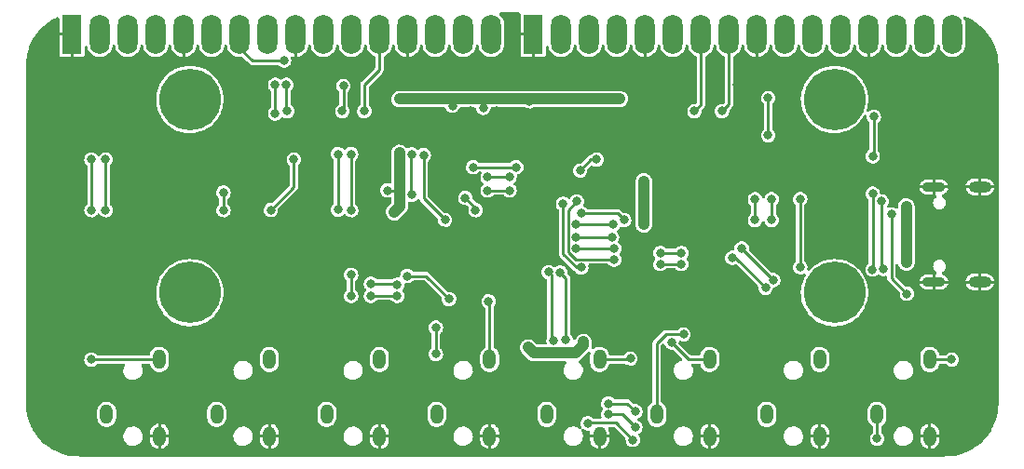
<source format=gbl>
G04 #@! TF.GenerationSoftware,KiCad,Pcbnew,6.0.10-86aedd382b~118~ubuntu22.04.1*
G04 #@! TF.CreationDate,2023-01-22T16:27:42-08:00*
G04 #@! TF.ProjectId,ch348_octo_serial_minim,63683334-385f-46f6-9374-6f5f73657269,rev?*
G04 #@! TF.SameCoordinates,Original*
G04 #@! TF.FileFunction,Copper,L2,Bot*
G04 #@! TF.FilePolarity,Positive*
%FSLAX46Y46*%
G04 Gerber Fmt 4.6, Leading zero omitted, Abs format (unit mm)*
G04 Created by KiCad (PCBNEW 6.0.10-86aedd382b~118~ubuntu22.04.1) date 2023-01-22 16:27:42*
%MOMM*%
%LPD*%
G01*
G04 APERTURE LIST*
G04 #@! TA.AperFunction,ComponentPad*
%ADD10R,1.800000X3.600000*%
G04 #@! TD*
G04 #@! TA.AperFunction,ComponentPad*
%ADD11O,1.800000X3.600000*%
G04 #@! TD*
G04 #@! TA.AperFunction,ComponentPad*
%ADD12O,1.199896X1.799996*%
G04 #@! TD*
G04 #@! TA.AperFunction,ComponentPad*
%ADD13C,5.600000*%
G04 #@! TD*
G04 #@! TA.AperFunction,ComponentPad*
%ADD14O,2.100000X1.000000*%
G04 #@! TD*
G04 #@! TA.AperFunction,ComponentPad*
%ADD15O,2.100000X0.900000*%
G04 #@! TD*
G04 #@! TA.AperFunction,ViaPad*
%ADD16C,0.800000*%
G04 #@! TD*
G04 #@! TA.AperFunction,Conductor*
%ADD17C,0.250000*%
G04 #@! TD*
G04 #@! TA.AperFunction,Conductor*
%ADD18C,1.000000*%
G04 #@! TD*
G04 APERTURE END LIST*
D10*
G04 #@! TO.P,J22,1,Pin_1*
G04 #@! TO.N,GND*
X73025000Y-65600000D03*
D11*
G04 #@! TO.P,J22,2,Pin_2*
G04 #@! TO.N,+3.3V*
X75565000Y-65600000D03*
G04 #@! TO.P,J22,3,Pin_3*
G04 #@! TO.N,/TXD0*
X78105000Y-65600000D03*
G04 #@! TO.P,J22,4,Pin_4*
G04 #@! TO.N,/RXD0*
X80645000Y-65600000D03*
G04 #@! TO.P,J22,5,Pin_5*
G04 #@! TO.N,GND*
X83185000Y-65600000D03*
G04 #@! TO.P,J22,6,Pin_6*
G04 #@! TO.N,+3.3V*
X85725000Y-65600000D03*
G04 #@! TO.P,J22,7,Pin_7*
G04 #@! TO.N,/TXD1*
X88265000Y-65600000D03*
G04 #@! TO.P,J22,8,Pin_8*
G04 #@! TO.N,/RXD1*
X90805000Y-65600000D03*
G04 #@! TO.P,J22,9,Pin_9*
G04 #@! TO.N,GND*
X93345000Y-65600000D03*
G04 #@! TO.P,J22,10,Pin_10*
G04 #@! TO.N,+3.3V*
X95885000Y-65600000D03*
G04 #@! TO.P,J22,11,Pin_11*
G04 #@! TO.N,/TXD2*
X98425000Y-65600000D03*
G04 #@! TO.P,J22,12,Pin_12*
G04 #@! TO.N,/RXD2*
X100965000Y-65600000D03*
G04 #@! TO.P,J22,13,Pin_13*
G04 #@! TO.N,GND*
X103505000Y-65600000D03*
G04 #@! TO.P,J22,14,Pin_14*
G04 #@! TO.N,+3.3V*
X106045000Y-65600000D03*
G04 #@! TO.P,J22,15,Pin_15*
G04 #@! TO.N,/TXD3*
X108585000Y-65600000D03*
G04 #@! TO.P,J22,16,Pin_16*
G04 #@! TO.N,/RXD3*
X111125000Y-65600000D03*
G04 #@! TD*
D10*
G04 #@! TO.P,J23,1,Pin_1*
G04 #@! TO.N,GND*
X114935000Y-65600000D03*
D11*
G04 #@! TO.P,J23,2,Pin_2*
G04 #@! TO.N,+3.3V*
X117475000Y-65600000D03*
G04 #@! TO.P,J23,3,Pin_3*
G04 #@! TO.N,/TXD4*
X120015000Y-65600000D03*
G04 #@! TO.P,J23,4,Pin_4*
G04 #@! TO.N,/RXD4*
X122555000Y-65600000D03*
G04 #@! TO.P,J23,5,Pin_5*
G04 #@! TO.N,GND*
X125095000Y-65600000D03*
G04 #@! TO.P,J23,6,Pin_6*
G04 #@! TO.N,+3.3V*
X127635000Y-65600000D03*
G04 #@! TO.P,J23,7,Pin_7*
G04 #@! TO.N,/TXD5*
X130175000Y-65600000D03*
G04 #@! TO.P,J23,8,Pin_8*
G04 #@! TO.N,/RXD5*
X132715000Y-65600000D03*
G04 #@! TO.P,J23,9,Pin_9*
G04 #@! TO.N,GND*
X135255000Y-65600000D03*
G04 #@! TO.P,J23,10,Pin_10*
G04 #@! TO.N,+3.3V*
X137795000Y-65600000D03*
G04 #@! TO.P,J23,11,Pin_11*
G04 #@! TO.N,/TXD6*
X140335000Y-65600000D03*
G04 #@! TO.P,J23,12,Pin_12*
G04 #@! TO.N,/RXD6*
X142875000Y-65600000D03*
G04 #@! TO.P,J23,13,Pin_13*
G04 #@! TO.N,GND*
X145415000Y-65600000D03*
G04 #@! TO.P,J23,14,Pin_14*
G04 #@! TO.N,+3.3V*
X147955000Y-65600000D03*
G04 #@! TO.P,J23,15,Pin_15*
G04 #@! TO.N,/TXD7*
X150495000Y-65600000D03*
G04 #@! TO.P,J23,16,Pin_16*
G04 #@! TO.N,/RXD7*
X153035000Y-65600000D03*
G04 #@! TD*
D12*
G04 #@! TO.P,J14,2,RING*
G04 #@! TO.N,/RXD0*
X76180000Y-100177500D03*
G04 #@! TO.P,J14,3,SLEEVE*
G04 #@! TO.N,GND*
X80980000Y-102177500D03*
G04 #@! TO.P,J14,4,TIP*
G04 #@! TO.N,/TXD0*
X80980000Y-95177500D03*
G04 #@! TD*
D13*
G04 #@! TO.P,J2,1,Pin_1*
G04 #@! TO.N,unconnected-(J2-Pad1)*
X142320000Y-71530000D03*
G04 #@! TD*
D12*
G04 #@! TO.P,J8,2,RING*
G04 #@! TO.N,/RXD5*
X126180000Y-100177500D03*
G04 #@! TO.P,J8,3,SLEEVE*
G04 #@! TO.N,GND*
X130980000Y-102177500D03*
G04 #@! TO.P,J8,4,TIP*
G04 #@! TO.N,/TXD5*
X130980000Y-95177500D03*
G04 #@! TD*
G04 #@! TO.P,J20,2,RING*
G04 #@! TO.N,/RXD3*
X106180000Y-100177500D03*
G04 #@! TO.P,J20,3,SLEEVE*
G04 #@! TO.N,GND*
X110980000Y-102177500D03*
G04 #@! TO.P,J20,4,TIP*
G04 #@! TO.N,/TXD3*
X110980000Y-95177500D03*
G04 #@! TD*
D13*
G04 #@! TO.P,J3,1,Pin_1*
G04 #@! TO.N,unconnected-(J3-Pad1)*
X83740000Y-71530000D03*
G04 #@! TD*
D12*
G04 #@! TO.P,J10,2,RING*
G04 #@! TO.N,/RXD6*
X136180000Y-100177500D03*
G04 #@! TO.P,J10,3,SLEEVE*
G04 #@! TO.N,GND*
X140980000Y-102177500D03*
G04 #@! TO.P,J10,4,TIP*
G04 #@! TO.N,/TXD6*
X140980000Y-95177500D03*
G04 #@! TD*
G04 #@! TO.P,J18,2,RING*
G04 #@! TO.N,/RXD2*
X96180000Y-100177500D03*
G04 #@! TO.P,J18,3,SLEEVE*
G04 #@! TO.N,GND*
X100980000Y-102177500D03*
G04 #@! TO.P,J18,4,TIP*
G04 #@! TO.N,/TXD2*
X100980000Y-95177500D03*
G04 #@! TD*
D14*
G04 #@! TO.P,J1,S1,SHIELD*
G04 #@! TO.N,GND*
X155540000Y-79500000D03*
X155540000Y-88140000D03*
D15*
X151360000Y-88140000D03*
X151360000Y-79500000D03*
G04 #@! TD*
D13*
G04 #@! TO.P,J4,1,Pin_1*
G04 #@! TO.N,unconnected-(J4-Pad1)*
X142320000Y-89110000D03*
G04 #@! TD*
G04 #@! TO.P,J5,1,Pin_1*
G04 #@! TO.N,unconnected-(J5-Pad1)*
X83740000Y-89110000D03*
G04 #@! TD*
D12*
G04 #@! TO.P,J16,2,RING*
G04 #@! TO.N,/RXD1*
X86180000Y-100177500D03*
G04 #@! TO.P,J16,3,SLEEVE*
G04 #@! TO.N,GND*
X90980000Y-102177500D03*
G04 #@! TO.P,J16,4,TIP*
G04 #@! TO.N,/TXD1*
X90980000Y-95177500D03*
G04 #@! TD*
G04 #@! TO.P,J12,2,RING*
G04 #@! TO.N,/RXD7*
X146180000Y-100177500D03*
G04 #@! TO.P,J12,3,SLEEVE*
G04 #@! TO.N,GND*
X150980000Y-102177500D03*
G04 #@! TO.P,J12,4,TIP*
G04 #@! TO.N,/TXD7*
X150980000Y-95177500D03*
G04 #@! TD*
G04 #@! TO.P,J6,2,RING*
G04 #@! TO.N,/RXD4*
X116180000Y-100177500D03*
G04 #@! TO.P,J6,3,SLEEVE*
G04 #@! TO.N,GND*
X120980000Y-102177500D03*
G04 #@! TO.P,J6,4,TIP*
G04 #@! TO.N,/TXD4*
X120980000Y-95177500D03*
G04 #@! TD*
D16*
G04 #@! TO.N,+5V*
X148844000Y-86360000D03*
X148844000Y-81280000D03*
G04 #@! TO.N,GND*
X118100000Y-74400000D03*
X108455830Y-72754009D03*
X93400000Y-68500000D03*
X111600000Y-72600000D03*
X88776558Y-68401156D03*
X123900500Y-78169206D03*
X149500000Y-87800000D03*
X102700000Y-68300000D03*
X118800000Y-90000000D03*
X114600000Y-77800000D03*
X124750000Y-68500000D03*
X148700000Y-72200000D03*
X106800000Y-83500000D03*
X132300000Y-79100000D03*
X133800000Y-83400000D03*
X106700000Y-78300000D03*
X101100000Y-78800000D03*
X103818503Y-89906096D03*
X133439500Y-70148197D03*
X114979500Y-72635115D03*
X122100000Y-78600000D03*
X110294730Y-74504329D03*
X122200000Y-69600000D03*
X125300000Y-91500000D03*
X109283361Y-72599500D03*
X121400000Y-92900000D03*
X106000000Y-74400000D03*
X127000000Y-80300000D03*
X132800000Y-91900000D03*
X149500000Y-79700000D03*
G04 #@! TO.N,+3.3V*
X122800000Y-71500000D03*
X102800000Y-71500000D03*
X114500000Y-94100000D03*
X120400000Y-71500000D03*
X102300000Y-81800000D03*
X102800000Y-76400000D03*
X125000000Y-79000000D03*
X101700000Y-79800000D03*
X110400000Y-72300000D03*
X125000000Y-82900000D03*
X107600000Y-72100000D03*
X114577613Y-71693380D03*
X119500000Y-93600000D03*
G04 #@! TO.N,/RXD4*
X122300000Y-86100000D03*
X119200000Y-78000000D03*
X118900000Y-80800000D03*
X119900000Y-101000000D03*
X120700000Y-77000000D03*
X124000000Y-102500000D03*
G04 #@! TO.N,/TXD4*
X119305500Y-86824500D03*
X123775500Y-95102485D03*
X117657491Y-81017910D03*
G04 #@! TO.N,/RXD5*
X132100000Y-72600000D03*
X116357797Y-87233199D03*
X124224500Y-101358035D03*
X116800000Y-93500000D03*
X136600000Y-80600000D03*
X121776498Y-100200000D03*
X136600000Y-82500000D03*
X128600000Y-92900000D03*
G04 #@! TO.N,/TXD5*
X117900000Y-93400000D03*
X127514320Y-93624500D03*
X129600000Y-72600000D03*
X135100000Y-82500000D03*
X117400635Y-87275500D03*
X135100000Y-80600000D03*
X121776498Y-99200000D03*
X124224500Y-99916546D03*
G04 #@! TO.N,/RXD6*
X145800000Y-76700000D03*
X145900000Y-73100000D03*
X118856000Y-85081409D03*
X110800000Y-79800000D03*
X145777694Y-87001301D03*
X122300000Y-85100000D03*
X112800000Y-79800000D03*
X145800000Y-80100000D03*
G04 #@! TO.N,/TXD6*
X139200000Y-86800000D03*
X136300000Y-71400000D03*
X112800000Y-78600000D03*
X118855491Y-84081907D03*
X139200000Y-80600000D03*
X136300000Y-74800000D03*
X122100000Y-84100000D03*
X110800000Y-78600000D03*
G04 #@! TO.N,/RXD7*
X128400000Y-86500000D03*
X146200000Y-102400000D03*
X133038411Y-85936991D03*
X136051127Y-88673471D03*
X118855500Y-82900000D03*
X109500000Y-77700000D03*
X147500000Y-82000000D03*
X113400000Y-77700000D03*
X126500000Y-86500000D03*
X148900000Y-89200000D03*
X122200000Y-82900000D03*
G04 #@! TO.N,/TXD7*
X109700000Y-81600000D03*
X133887701Y-85087701D03*
X128400000Y-85500000D03*
X146600000Y-80800000D03*
X108772743Y-80478060D03*
X136757883Y-87966715D03*
X123200000Y-82500000D03*
X152975500Y-95200000D03*
X126500000Y-85500000D03*
X146775500Y-86943082D03*
X119300000Y-81900000D03*
G04 #@! TO.N,/RXD0*
X76100000Y-81600000D03*
X76100000Y-77000000D03*
G04 #@! TO.N,/TXD0*
X74800000Y-77000000D03*
X74800000Y-81600000D03*
X74800000Y-95200000D03*
G04 #@! TO.N,/RXD1*
X91500000Y-72800000D03*
X86800000Y-81600000D03*
X86800000Y-80000000D03*
X91500000Y-70200000D03*
G04 #@! TO.N,/TXD1*
X92500000Y-70200000D03*
X92300000Y-68000000D03*
X91100000Y-81600000D03*
X93200000Y-77000000D03*
X92600000Y-72600000D03*
G04 #@! TO.N,/RXD2*
X98400000Y-87500000D03*
X98400000Y-81600000D03*
X99600000Y-72600000D03*
X98400000Y-89400000D03*
X98400000Y-76500000D03*
X100200000Y-89400000D03*
X102600000Y-89400000D03*
G04 #@! TO.N,/TXD2*
X97700000Y-70300000D03*
X97197515Y-81575500D03*
X100200000Y-88300000D03*
X97200000Y-76500000D03*
X102587701Y-88387701D03*
X97600000Y-72600000D03*
G04 #@! TO.N,/RXD3*
X106927734Y-82486658D03*
X106100000Y-94700000D03*
X106100000Y-92300000D03*
X105000000Y-76600000D03*
G04 #@! TO.N,/TXD3*
X107300000Y-89700000D03*
X110900000Y-89900000D03*
X103899500Y-80215630D03*
X103500000Y-87595500D03*
X103899500Y-76524704D03*
G04 #@! TD*
D17*
G04 #@! TO.N,/RXD5*
X132715000Y-65600000D02*
X132715000Y-71985000D01*
X132715000Y-71985000D02*
X132100000Y-72600000D01*
G04 #@! TO.N,/TXD5*
X130175000Y-65600000D02*
X130175000Y-72025000D01*
X130175000Y-72025000D02*
X129600000Y-72600000D01*
G04 #@! TO.N,/TXD1*
X92300000Y-68000000D02*
X89400000Y-68000000D01*
X89400000Y-68000000D02*
X88265000Y-66865000D01*
G04 #@! TO.N,/RXD2*
X99600000Y-70200000D02*
X100965000Y-68835000D01*
X100965000Y-68835000D02*
X100965000Y-65600000D01*
D18*
G04 #@! TO.N,+5V*
X148844000Y-81280000D02*
X148844000Y-86360000D01*
D17*
G04 #@! TO.N,+3.3V*
X107600000Y-72100000D02*
X107600000Y-71600000D01*
X107600000Y-71600000D02*
X107500000Y-71500000D01*
D18*
X102800000Y-81300000D02*
X102700000Y-81400000D01*
D17*
X114577613Y-71622387D02*
X114700000Y-71500000D01*
X114577613Y-71693380D02*
X114577613Y-71622387D01*
D18*
X125000000Y-79000000D02*
X125000000Y-82900000D01*
X114700000Y-71500000D02*
X110300000Y-71500000D01*
X119300000Y-94100000D02*
X119500000Y-93900000D01*
X120400000Y-71500000D02*
X114700000Y-71500000D01*
X114500000Y-94100000D02*
X115000000Y-94600000D01*
X110300000Y-71500000D02*
X107500000Y-71500000D01*
D17*
X102500000Y-79800000D02*
X102800000Y-80100000D01*
D18*
X107500000Y-71500000D02*
X102800000Y-71500000D01*
D17*
X101700000Y-79800000D02*
X102500000Y-79800000D01*
D18*
X102700000Y-81400000D02*
X102300000Y-81800000D01*
X102800000Y-76400000D02*
X102800000Y-80100000D01*
X118300000Y-94600000D02*
X118800000Y-94600000D01*
X122800000Y-71500000D02*
X120400000Y-71500000D01*
X118800000Y-94600000D02*
X119300000Y-94100000D01*
D17*
X110400000Y-72300000D02*
X110400000Y-71600000D01*
X110400000Y-71600000D02*
X110300000Y-71500000D01*
D18*
X115000000Y-94600000D02*
X118300000Y-94600000D01*
X119500000Y-93900000D02*
X119500000Y-93600000D01*
X102800000Y-80100000D02*
X102800000Y-81300000D01*
D17*
G04 #@! TO.N,/RXD4*
X118100000Y-85400000D02*
X118800000Y-86100000D01*
X119947498Y-100952502D02*
X119900000Y-101000000D01*
X122452502Y-100952502D02*
X119947498Y-100952502D01*
X124000000Y-102500000D02*
X122452502Y-100952502D01*
X118100000Y-81600000D02*
X118100000Y-85400000D01*
X118900000Y-80800000D02*
X118100000Y-81600000D01*
X118800000Y-86100000D02*
X122300000Y-86100000D01*
X120700000Y-77000000D02*
X120200000Y-77000000D01*
X120200000Y-77000000D02*
X119200000Y-78000000D01*
G04 #@! TO.N,/TXD4*
X118888810Y-86824500D02*
X119305500Y-86824500D01*
X117650499Y-81024902D02*
X117650499Y-85586189D01*
X117657491Y-81017910D02*
X117650499Y-81024902D01*
X123700485Y-95177500D02*
X123775500Y-95102485D01*
X117650499Y-85586189D02*
X118888810Y-86824500D01*
X120980000Y-95177500D02*
X123700485Y-95177500D01*
G04 #@! TO.N,/RXD5*
X116600000Y-93300000D02*
X116600000Y-87475402D01*
X127000000Y-92900000D02*
X126180000Y-93720000D01*
X116600000Y-87475402D02*
X116357797Y-87233199D01*
X136600000Y-80600000D02*
X136600000Y-82500000D01*
X123066465Y-100200000D02*
X124224500Y-101358035D01*
X126180000Y-93720000D02*
X126180000Y-100177500D01*
X116800000Y-93500000D02*
X116600000Y-93300000D01*
X121776498Y-100200000D02*
X123066465Y-100200000D01*
X128600000Y-92900000D02*
X127000000Y-92900000D01*
G04 #@! TO.N,/TXD5*
X129067320Y-95177500D02*
X127514320Y-93624500D01*
X123507954Y-99200000D02*
X121776498Y-99200000D01*
X135100000Y-80600000D02*
X135100000Y-82500000D01*
X117900000Y-87774865D02*
X117400635Y-87275500D01*
X124224500Y-99916546D02*
X123507954Y-99200000D01*
X130980000Y-95177500D02*
X129067320Y-95177500D01*
X117900000Y-93400000D02*
X117900000Y-87774865D01*
G04 #@! TO.N,/RXD6*
X145900000Y-73100000D02*
X145900000Y-76600000D01*
X145800000Y-86978995D02*
X145777694Y-87001301D01*
X122300000Y-85100000D02*
X118874591Y-85100000D01*
X145800000Y-80100000D02*
X145800000Y-86978995D01*
X112800000Y-79800000D02*
X110800000Y-79800000D01*
X118874591Y-85100000D02*
X118856000Y-85081409D01*
X145900000Y-76600000D02*
X145800000Y-76700000D01*
G04 #@! TO.N,/TXD6*
X118873584Y-84100000D02*
X118855491Y-84081907D01*
X110800000Y-78600000D02*
X112800000Y-78600000D01*
X136300000Y-71400000D02*
X136300000Y-74800000D01*
X122100000Y-84100000D02*
X118873584Y-84100000D01*
X139200000Y-80600000D02*
X139200000Y-86800000D01*
G04 #@! TO.N,/RXD7*
X133327644Y-85936991D02*
X136051127Y-88660474D01*
X113400000Y-77700000D02*
X109500000Y-77700000D01*
X146200000Y-102400000D02*
X146200000Y-100197500D01*
X133038411Y-85936991D02*
X133327644Y-85936991D01*
X128400000Y-86500000D02*
X126500000Y-86500000D01*
X136051127Y-88660474D02*
X136051127Y-88673471D01*
X147500000Y-87800000D02*
X148900000Y-89200000D01*
X122200000Y-82900000D02*
X118855500Y-82900000D01*
X147500000Y-82000000D02*
X147500000Y-87800000D01*
G04 #@! TO.N,/TXD7*
X152953000Y-95177500D02*
X152975500Y-95200000D01*
X146600000Y-80800000D02*
X146600000Y-86767582D01*
X109700000Y-81405317D02*
X108772743Y-80478060D01*
X123200000Y-82500000D02*
X122600000Y-81900000D01*
X109700000Y-81600000D02*
X109700000Y-81405317D01*
X136757883Y-87957883D02*
X136757883Y-87966715D01*
X150980000Y-95177500D02*
X152953000Y-95177500D01*
X122600000Y-81900000D02*
X119300000Y-81900000D01*
X128400000Y-85500000D02*
X126500000Y-85500000D01*
X146600000Y-86767582D02*
X146775500Y-86943082D01*
X133887701Y-85087701D02*
X136757883Y-87957883D01*
G04 #@! TO.N,/RXD0*
X76100000Y-81600000D02*
X76100000Y-77000000D01*
G04 #@! TO.N,/TXD0*
X74800000Y-77000000D02*
X74800000Y-81600000D01*
X74800000Y-95200000D02*
X74822500Y-95177500D01*
X74822500Y-95177500D02*
X80980000Y-95177500D01*
G04 #@! TO.N,/RXD1*
X86800000Y-81600000D02*
X86800000Y-80000000D01*
X91500000Y-72800000D02*
X91500000Y-70200000D01*
G04 #@! TO.N,/TXD1*
X92500000Y-72500000D02*
X92600000Y-72600000D01*
X93200000Y-79500000D02*
X93200000Y-77000000D01*
X91100000Y-81600000D02*
X93200000Y-79500000D01*
X92500000Y-70200000D02*
X92500000Y-72500000D01*
G04 #@! TO.N,/RXD2*
X98400000Y-87500000D02*
X98400000Y-89400000D01*
X98400000Y-76500000D02*
X98400000Y-81600000D01*
X99600000Y-70200000D02*
X99600000Y-72600000D01*
X100200000Y-89400000D02*
X102600000Y-89400000D01*
G04 #@! TO.N,/TXD2*
X100200000Y-88300000D02*
X102500000Y-88300000D01*
X97200000Y-81573015D02*
X97197515Y-81575500D01*
X102500000Y-88300000D02*
X102587701Y-88387701D01*
X97700000Y-72500000D02*
X97600000Y-72600000D01*
X97700000Y-70300000D02*
X97700000Y-72500000D01*
X97200000Y-76500000D02*
X97200000Y-81573015D01*
G04 #@! TO.N,/RXD3*
X106100000Y-92300000D02*
X106100000Y-94700000D01*
X105000000Y-80558924D02*
X106927734Y-82486658D01*
X105000000Y-76600000D02*
X105000000Y-80558924D01*
G04 #@! TO.N,/TXD3*
X105195500Y-87595500D02*
X103500000Y-87595500D01*
X103800000Y-76624204D02*
X103800000Y-80116130D01*
X103899500Y-76524704D02*
X103800000Y-76624204D01*
X103800000Y-80116130D02*
X103899500Y-80215630D01*
X107300000Y-89700000D02*
X105195500Y-87595500D01*
X110980000Y-89980000D02*
X110980000Y-95177500D01*
X110900000Y-89900000D02*
X110980000Y-89980000D01*
G04 #@! TD*
G04 #@! TA.AperFunction,Conductor*
G04 #@! TO.N,GND*
G36*
X113725532Y-63644502D02*
G01*
X113772025Y-63698158D01*
X113782804Y-63762848D01*
X113781000Y-63781167D01*
X113781000Y-65454885D01*
X113785475Y-65470124D01*
X113786865Y-65471329D01*
X113794548Y-65473000D01*
X114936000Y-65473000D01*
X115004121Y-65493002D01*
X115050614Y-65546658D01*
X115062000Y-65599000D01*
X115062000Y-67635884D01*
X115066475Y-67651123D01*
X115067865Y-67652328D01*
X115075548Y-67653999D01*
X115853828Y-67653999D01*
X115866088Y-67652791D01*
X115921931Y-67641685D01*
X115944427Y-67632367D01*
X116007808Y-67590017D01*
X116025017Y-67572808D01*
X116067368Y-67509425D01*
X116076684Y-67486934D01*
X116087793Y-67431085D01*
X116089000Y-67418830D01*
X116089000Y-66750103D01*
X116109002Y-66681982D01*
X116162658Y-66635489D01*
X116232932Y-66625385D01*
X116297512Y-66654879D01*
X116336269Y-66715902D01*
X116390995Y-66909947D01*
X116390996Y-66909949D01*
X116392564Y-66915508D01*
X116486410Y-67105809D01*
X116489864Y-67110435D01*
X116489865Y-67110436D01*
X116609660Y-67270861D01*
X116613364Y-67275821D01*
X116617598Y-67279735D01*
X116617600Y-67279737D01*
X116760669Y-67411988D01*
X116769174Y-67419850D01*
X116948623Y-67533074D01*
X117145700Y-67611700D01*
X117151357Y-67612825D01*
X117151363Y-67612827D01*
X117348137Y-67651967D01*
X117348141Y-67651967D01*
X117353805Y-67653094D01*
X117359580Y-67653170D01*
X117359584Y-67653170D01*
X117466196Y-67654566D01*
X117565969Y-67655872D01*
X117571666Y-67654893D01*
X117571667Y-67654893D01*
X117769390Y-67620918D01*
X117769391Y-67620918D01*
X117775087Y-67619939D01*
X117974154Y-67546499D01*
X117979877Y-67543094D01*
X118151537Y-67440968D01*
X118151540Y-67440966D01*
X118156505Y-67438012D01*
X118160845Y-67434206D01*
X118160849Y-67434203D01*
X118311691Y-67301917D01*
X118316032Y-67298110D01*
X118319881Y-67293228D01*
X118443819Y-67136014D01*
X118443821Y-67136012D01*
X118447393Y-67131480D01*
X118546188Y-66943701D01*
X118609109Y-66741062D01*
X118609800Y-66735222D01*
X118619411Y-66654026D01*
X118647282Y-66588729D01*
X118706031Y-66548865D01*
X118777005Y-66547092D01*
X118837672Y-66583972D01*
X118868769Y-66647796D01*
X118870005Y-66657274D01*
X118874969Y-66711292D01*
X118876536Y-66716849D01*
X118876537Y-66716853D01*
X118930996Y-66909949D01*
X118932564Y-66915508D01*
X119026410Y-67105809D01*
X119029864Y-67110435D01*
X119029865Y-67110436D01*
X119149660Y-67270861D01*
X119153364Y-67275821D01*
X119157598Y-67279735D01*
X119157600Y-67279737D01*
X119300669Y-67411988D01*
X119309174Y-67419850D01*
X119488623Y-67533074D01*
X119685700Y-67611700D01*
X119691357Y-67612825D01*
X119691363Y-67612827D01*
X119888137Y-67651967D01*
X119888141Y-67651967D01*
X119893805Y-67653094D01*
X119899580Y-67653170D01*
X119899584Y-67653170D01*
X120006196Y-67654566D01*
X120105969Y-67655872D01*
X120111666Y-67654893D01*
X120111667Y-67654893D01*
X120309390Y-67620918D01*
X120309391Y-67620918D01*
X120315087Y-67619939D01*
X120514154Y-67546499D01*
X120519877Y-67543094D01*
X120691537Y-67440968D01*
X120691540Y-67440966D01*
X120696505Y-67438012D01*
X120700845Y-67434206D01*
X120700849Y-67434203D01*
X120851691Y-67301917D01*
X120856032Y-67298110D01*
X120859881Y-67293228D01*
X120983819Y-67136014D01*
X120983821Y-67136012D01*
X120987393Y-67131480D01*
X121086188Y-66943701D01*
X121149109Y-66741062D01*
X121149800Y-66735222D01*
X121159411Y-66654026D01*
X121187282Y-66588729D01*
X121246031Y-66548865D01*
X121317005Y-66547092D01*
X121377672Y-66583972D01*
X121408769Y-66647796D01*
X121410005Y-66657274D01*
X121414969Y-66711292D01*
X121416536Y-66716849D01*
X121416537Y-66716853D01*
X121470996Y-66909949D01*
X121472564Y-66915508D01*
X121566410Y-67105809D01*
X121569864Y-67110435D01*
X121569865Y-67110436D01*
X121689660Y-67270861D01*
X121693364Y-67275821D01*
X121697598Y-67279735D01*
X121697600Y-67279737D01*
X121840669Y-67411988D01*
X121849174Y-67419850D01*
X122028623Y-67533074D01*
X122225700Y-67611700D01*
X122231357Y-67612825D01*
X122231363Y-67612827D01*
X122428137Y-67651967D01*
X122428141Y-67651967D01*
X122433805Y-67653094D01*
X122439580Y-67653170D01*
X122439584Y-67653170D01*
X122546196Y-67654566D01*
X122645969Y-67655872D01*
X122651666Y-67654893D01*
X122651667Y-67654893D01*
X122849390Y-67620918D01*
X122849391Y-67620918D01*
X122855087Y-67619939D01*
X123054154Y-67546499D01*
X123059877Y-67543094D01*
X123231537Y-67440968D01*
X123231540Y-67440966D01*
X123236505Y-67438012D01*
X123240845Y-67434206D01*
X123240849Y-67434203D01*
X123391691Y-67301917D01*
X123396032Y-67298110D01*
X123399881Y-67293228D01*
X123523819Y-67136014D01*
X123523821Y-67136012D01*
X123527393Y-67131480D01*
X123626188Y-66943701D01*
X123689109Y-66741062D01*
X123699693Y-66651637D01*
X123727563Y-66586341D01*
X123786312Y-66546477D01*
X123857286Y-66544703D01*
X123917953Y-66581582D01*
X123949050Y-66645406D01*
X123950291Y-66654918D01*
X123954934Y-66705447D01*
X123957031Y-66716762D01*
X124011465Y-66909769D01*
X124015587Y-66920508D01*
X124104283Y-67100366D01*
X124110293Y-67110174D01*
X124230284Y-67270861D01*
X124237973Y-67279401D01*
X124385245Y-67415537D01*
X124394361Y-67422532D01*
X124563964Y-67529544D01*
X124574215Y-67534767D01*
X124760473Y-67609076D01*
X124771510Y-67612345D01*
X124950230Y-67647895D01*
X124963106Y-67646743D01*
X124968000Y-67631587D01*
X124968000Y-65599000D01*
X124988002Y-65530879D01*
X125041658Y-65484386D01*
X125094000Y-65473000D01*
X125096000Y-65473000D01*
X125164121Y-65493002D01*
X125210614Y-65546658D01*
X125222000Y-65599000D01*
X125222000Y-67631058D01*
X125225806Y-67644020D01*
X125240722Y-67645956D01*
X125389260Y-67620433D01*
X125400380Y-67617453D01*
X125588522Y-67548044D01*
X125598900Y-67543094D01*
X125771242Y-67440561D01*
X125780554Y-67433795D01*
X125931327Y-67301571D01*
X125939244Y-67293228D01*
X126063395Y-67135743D01*
X126069663Y-67126092D01*
X126163033Y-66948625D01*
X126167438Y-66937991D01*
X126226905Y-66746475D01*
X126229297Y-66735222D01*
X126239191Y-66651632D01*
X126267062Y-66586335D01*
X126325811Y-66546471D01*
X126396785Y-66544698D01*
X126457452Y-66581578D01*
X126488549Y-66645402D01*
X126489785Y-66654879D01*
X126494969Y-66711292D01*
X126496536Y-66716849D01*
X126496537Y-66716853D01*
X126550996Y-66909949D01*
X126552564Y-66915508D01*
X126646410Y-67105809D01*
X126649864Y-67110435D01*
X126649865Y-67110436D01*
X126769660Y-67270861D01*
X126773364Y-67275821D01*
X126777598Y-67279735D01*
X126777600Y-67279737D01*
X126920669Y-67411988D01*
X126929174Y-67419850D01*
X127108623Y-67533074D01*
X127305700Y-67611700D01*
X127311357Y-67612825D01*
X127311363Y-67612827D01*
X127508137Y-67651967D01*
X127508141Y-67651967D01*
X127513805Y-67653094D01*
X127519580Y-67653170D01*
X127519584Y-67653170D01*
X127626196Y-67654566D01*
X127725969Y-67655872D01*
X127731666Y-67654893D01*
X127731667Y-67654893D01*
X127929390Y-67620918D01*
X127929391Y-67620918D01*
X127935087Y-67619939D01*
X128134154Y-67546499D01*
X128139877Y-67543094D01*
X128311537Y-67440968D01*
X128311540Y-67440966D01*
X128316505Y-67438012D01*
X128320845Y-67434206D01*
X128320849Y-67434203D01*
X128471691Y-67301917D01*
X128476032Y-67298110D01*
X128479881Y-67293228D01*
X128603819Y-67136014D01*
X128603821Y-67136012D01*
X128607393Y-67131480D01*
X128706188Y-66943701D01*
X128769109Y-66741062D01*
X128769800Y-66735222D01*
X128779411Y-66654026D01*
X128807282Y-66588729D01*
X128866031Y-66548865D01*
X128937005Y-66547092D01*
X128997672Y-66583972D01*
X129028769Y-66647796D01*
X129030005Y-66657274D01*
X129034969Y-66711292D01*
X129036536Y-66716849D01*
X129036537Y-66716853D01*
X129090996Y-66909949D01*
X129092564Y-66915508D01*
X129186410Y-67105809D01*
X129189864Y-67110435D01*
X129189865Y-67110436D01*
X129309660Y-67270861D01*
X129313364Y-67275821D01*
X129317598Y-67279735D01*
X129317600Y-67279737D01*
X129460669Y-67411988D01*
X129469174Y-67419850D01*
X129648623Y-67533074D01*
X129709888Y-67557516D01*
X129716191Y-67560031D01*
X129772050Y-67603852D01*
X129795500Y-67677061D01*
X129795500Y-71815615D01*
X129775498Y-71883736D01*
X129758595Y-71904710D01*
X129754410Y-71908895D01*
X129692098Y-71942921D01*
X129664657Y-71945798D01*
X129524221Y-71945062D01*
X129516841Y-71946834D01*
X129516839Y-71946834D01*
X129377563Y-71980271D01*
X129377560Y-71980272D01*
X129370184Y-71982043D01*
X129229414Y-72054700D01*
X129110039Y-72158838D01*
X129018950Y-72288444D01*
X129003466Y-72328158D01*
X128966178Y-72423798D01*
X128961406Y-72436037D01*
X128960414Y-72443570D01*
X128960414Y-72443571D01*
X128944604Y-72563664D01*
X128940729Y-72593096D01*
X128947780Y-72656963D01*
X128955933Y-72730805D01*
X128958113Y-72750553D01*
X128960723Y-72757684D01*
X128960723Y-72757686D01*
X128979858Y-72809974D01*
X129012553Y-72899319D01*
X129016789Y-72905622D01*
X129016789Y-72905623D01*
X129065695Y-72978402D01*
X129100908Y-73030805D01*
X129106527Y-73035918D01*
X129106528Y-73035919D01*
X129194173Y-73115669D01*
X129218076Y-73137419D01*
X129357293Y-73213008D01*
X129510522Y-73253207D01*
X129594477Y-73254526D01*
X129661319Y-73255576D01*
X129661322Y-73255576D01*
X129668916Y-73255695D01*
X129823332Y-73220329D01*
X129893742Y-73184917D01*
X129958072Y-73152563D01*
X129958075Y-73152561D01*
X129964855Y-73149151D01*
X129970626Y-73144222D01*
X129970629Y-73144220D01*
X130079536Y-73051204D01*
X130079536Y-73051203D01*
X130085314Y-73046269D01*
X130177755Y-72917624D01*
X130236842Y-72770641D01*
X130252739Y-72658941D01*
X130258581Y-72617891D01*
X130258581Y-72617888D01*
X130259162Y-72613807D01*
X130259307Y-72600000D01*
X130253437Y-72551496D01*
X130265109Y-72481468D01*
X130289429Y-72447265D01*
X130405216Y-72331478D01*
X130423964Y-72316336D01*
X130425189Y-72315221D01*
X130433940Y-72309571D01*
X130440387Y-72301393D01*
X130440389Y-72301391D01*
X130454729Y-72283200D01*
X130458675Y-72278759D01*
X130458602Y-72278697D01*
X130461961Y-72274733D01*
X130465638Y-72271056D01*
X130476892Y-72255308D01*
X130480398Y-72250638D01*
X130512156Y-72210353D01*
X130515188Y-72201719D01*
X130520514Y-72194266D01*
X130535203Y-72145150D01*
X130537036Y-72139508D01*
X130551390Y-72098633D01*
X130551390Y-72098632D01*
X130554018Y-72091149D01*
X130554500Y-72085584D01*
X130554500Y-72082876D01*
X130554614Y-72080242D01*
X130554643Y-72080144D01*
X130554807Y-72080151D01*
X130554851Y-72079447D01*
X130556713Y-72073222D01*
X130554597Y-72019365D01*
X130554500Y-72014418D01*
X130554500Y-67678459D01*
X130574502Y-67610338D01*
X130628158Y-67563845D01*
X130636889Y-67560247D01*
X130668738Y-67548497D01*
X130668737Y-67548497D01*
X130674154Y-67546499D01*
X130679877Y-67543094D01*
X130851537Y-67440968D01*
X130851540Y-67440966D01*
X130856505Y-67438012D01*
X130860845Y-67434206D01*
X130860849Y-67434203D01*
X131011691Y-67301917D01*
X131016032Y-67298110D01*
X131019881Y-67293228D01*
X131143819Y-67136014D01*
X131143821Y-67136012D01*
X131147393Y-67131480D01*
X131246188Y-66943701D01*
X131309109Y-66741062D01*
X131309800Y-66735222D01*
X131319411Y-66654026D01*
X131347282Y-66588729D01*
X131406031Y-66548865D01*
X131477005Y-66547092D01*
X131537672Y-66583972D01*
X131568769Y-66647796D01*
X131570005Y-66657274D01*
X131574969Y-66711292D01*
X131576536Y-66716849D01*
X131576537Y-66716853D01*
X131630996Y-66909949D01*
X131632564Y-66915508D01*
X131726410Y-67105809D01*
X131729864Y-67110435D01*
X131729865Y-67110436D01*
X131849660Y-67270861D01*
X131853364Y-67275821D01*
X131857598Y-67279735D01*
X131857600Y-67279737D01*
X132000669Y-67411988D01*
X132009174Y-67419850D01*
X132188623Y-67533074D01*
X132249888Y-67557516D01*
X132256191Y-67560031D01*
X132312050Y-67603852D01*
X132335500Y-67677061D01*
X132335500Y-71775616D01*
X132315498Y-71843737D01*
X132298595Y-71864711D01*
X132254411Y-71908895D01*
X132192099Y-71942921D01*
X132164658Y-71945798D01*
X132024221Y-71945062D01*
X132016841Y-71946834D01*
X132016839Y-71946834D01*
X131877563Y-71980271D01*
X131877560Y-71980272D01*
X131870184Y-71982043D01*
X131729414Y-72054700D01*
X131610039Y-72158838D01*
X131518950Y-72288444D01*
X131503466Y-72328158D01*
X131466178Y-72423798D01*
X131461406Y-72436037D01*
X131460414Y-72443570D01*
X131460414Y-72443571D01*
X131444604Y-72563664D01*
X131440729Y-72593096D01*
X131447780Y-72656963D01*
X131455933Y-72730805D01*
X131458113Y-72750553D01*
X131460723Y-72757684D01*
X131460723Y-72757686D01*
X131479858Y-72809974D01*
X131512553Y-72899319D01*
X131516789Y-72905622D01*
X131516789Y-72905623D01*
X131565695Y-72978402D01*
X131600908Y-73030805D01*
X131606527Y-73035918D01*
X131606528Y-73035919D01*
X131694173Y-73115669D01*
X131718076Y-73137419D01*
X131857293Y-73213008D01*
X132010522Y-73253207D01*
X132094477Y-73254526D01*
X132161319Y-73255576D01*
X132161322Y-73255576D01*
X132168916Y-73255695D01*
X132323332Y-73220329D01*
X132393742Y-73184917D01*
X132458072Y-73152563D01*
X132458075Y-73152561D01*
X132464855Y-73149151D01*
X132470626Y-73144222D01*
X132470629Y-73144220D01*
X132579536Y-73051204D01*
X132579536Y-73051203D01*
X132585314Y-73046269D01*
X132677755Y-72917624D01*
X132736842Y-72770641D01*
X132752739Y-72658941D01*
X132758581Y-72617891D01*
X132758581Y-72617888D01*
X132759162Y-72613807D01*
X132759307Y-72600000D01*
X132753437Y-72551496D01*
X132765109Y-72481468D01*
X132789429Y-72447265D01*
X132945216Y-72291478D01*
X132963964Y-72276336D01*
X132965189Y-72275221D01*
X132973940Y-72269571D01*
X132980387Y-72261393D01*
X132980389Y-72261391D01*
X132994729Y-72243200D01*
X132998678Y-72238756D01*
X132998604Y-72238694D01*
X133001957Y-72234737D01*
X133005638Y-72231056D01*
X133016865Y-72215346D01*
X133020421Y-72210609D01*
X133023906Y-72206189D01*
X133052156Y-72170353D01*
X133055189Y-72161716D01*
X133060513Y-72154266D01*
X133064092Y-72142301D01*
X133075199Y-72105160D01*
X133077034Y-72099514D01*
X133091390Y-72058633D01*
X133091390Y-72058632D01*
X133094018Y-72051149D01*
X133094500Y-72045584D01*
X133094500Y-72042869D01*
X133094614Y-72040242D01*
X133094643Y-72040144D01*
X133094807Y-72040151D01*
X133094851Y-72039447D01*
X133096713Y-72033222D01*
X133094597Y-71979365D01*
X133094500Y-71974418D01*
X133094500Y-67678459D01*
X133114502Y-67610338D01*
X133168158Y-67563845D01*
X133176889Y-67560247D01*
X133208738Y-67548497D01*
X133208737Y-67548497D01*
X133214154Y-67546499D01*
X133219877Y-67543094D01*
X133391537Y-67440968D01*
X133391540Y-67440966D01*
X133396505Y-67438012D01*
X133400845Y-67434206D01*
X133400849Y-67434203D01*
X133551691Y-67301917D01*
X133556032Y-67298110D01*
X133559881Y-67293228D01*
X133683819Y-67136014D01*
X133683821Y-67136012D01*
X133687393Y-67131480D01*
X133786188Y-66943701D01*
X133849109Y-66741062D01*
X133859693Y-66651637D01*
X133887563Y-66586341D01*
X133946312Y-66546477D01*
X134017286Y-66544703D01*
X134077953Y-66581582D01*
X134109050Y-66645406D01*
X134110291Y-66654918D01*
X134114934Y-66705447D01*
X134117031Y-66716762D01*
X134171465Y-66909769D01*
X134175587Y-66920508D01*
X134264283Y-67100366D01*
X134270293Y-67110174D01*
X134390284Y-67270861D01*
X134397973Y-67279401D01*
X134545245Y-67415537D01*
X134554361Y-67422532D01*
X134723964Y-67529544D01*
X134734215Y-67534767D01*
X134920473Y-67609076D01*
X134931510Y-67612345D01*
X135110230Y-67647895D01*
X135123106Y-67646743D01*
X135128000Y-67631587D01*
X135128000Y-65599000D01*
X135148002Y-65530879D01*
X135201658Y-65484386D01*
X135254000Y-65473000D01*
X135256000Y-65473000D01*
X135324121Y-65493002D01*
X135370614Y-65546658D01*
X135382000Y-65599000D01*
X135382000Y-67631058D01*
X135385806Y-67644020D01*
X135400722Y-67645956D01*
X135549260Y-67620433D01*
X135560380Y-67617453D01*
X135748522Y-67548044D01*
X135758900Y-67543094D01*
X135931242Y-67440561D01*
X135940554Y-67433795D01*
X136091327Y-67301571D01*
X136099244Y-67293228D01*
X136223395Y-67135743D01*
X136229663Y-67126092D01*
X136323033Y-66948625D01*
X136327438Y-66937991D01*
X136386905Y-66746475D01*
X136389297Y-66735222D01*
X136399191Y-66651632D01*
X136427062Y-66586335D01*
X136485811Y-66546471D01*
X136556785Y-66544698D01*
X136617452Y-66581578D01*
X136648549Y-66645402D01*
X136649785Y-66654879D01*
X136654969Y-66711292D01*
X136656536Y-66716849D01*
X136656537Y-66716853D01*
X136710996Y-66909949D01*
X136712564Y-66915508D01*
X136806410Y-67105809D01*
X136809864Y-67110435D01*
X136809865Y-67110436D01*
X136929660Y-67270861D01*
X136933364Y-67275821D01*
X136937598Y-67279735D01*
X136937600Y-67279737D01*
X137080669Y-67411988D01*
X137089174Y-67419850D01*
X137268623Y-67533074D01*
X137465700Y-67611700D01*
X137471357Y-67612825D01*
X137471363Y-67612827D01*
X137668137Y-67651967D01*
X137668141Y-67651967D01*
X137673805Y-67653094D01*
X137679580Y-67653170D01*
X137679584Y-67653170D01*
X137786196Y-67654566D01*
X137885969Y-67655872D01*
X137891666Y-67654893D01*
X137891667Y-67654893D01*
X138089390Y-67620918D01*
X138089391Y-67620918D01*
X138095087Y-67619939D01*
X138294154Y-67546499D01*
X138299877Y-67543094D01*
X138471537Y-67440968D01*
X138471540Y-67440966D01*
X138476505Y-67438012D01*
X138480845Y-67434206D01*
X138480849Y-67434203D01*
X138631691Y-67301917D01*
X138636032Y-67298110D01*
X138639881Y-67293228D01*
X138763819Y-67136014D01*
X138763821Y-67136012D01*
X138767393Y-67131480D01*
X138866188Y-66943701D01*
X138929109Y-66741062D01*
X138929800Y-66735222D01*
X138939411Y-66654026D01*
X138967282Y-66588729D01*
X139026031Y-66548865D01*
X139097005Y-66547092D01*
X139157672Y-66583972D01*
X139188769Y-66647796D01*
X139190005Y-66657274D01*
X139194969Y-66711292D01*
X139196536Y-66716849D01*
X139196537Y-66716853D01*
X139250996Y-66909949D01*
X139252564Y-66915508D01*
X139346410Y-67105809D01*
X139349864Y-67110435D01*
X139349865Y-67110436D01*
X139469660Y-67270861D01*
X139473364Y-67275821D01*
X139477598Y-67279735D01*
X139477600Y-67279737D01*
X139620669Y-67411988D01*
X139629174Y-67419850D01*
X139808623Y-67533074D01*
X140005700Y-67611700D01*
X140011357Y-67612825D01*
X140011363Y-67612827D01*
X140208137Y-67651967D01*
X140208141Y-67651967D01*
X140213805Y-67653094D01*
X140219580Y-67653170D01*
X140219584Y-67653170D01*
X140326196Y-67654566D01*
X140425969Y-67655872D01*
X140431666Y-67654893D01*
X140431667Y-67654893D01*
X140629390Y-67620918D01*
X140629391Y-67620918D01*
X140635087Y-67619939D01*
X140834154Y-67546499D01*
X140839877Y-67543094D01*
X141011537Y-67440968D01*
X141011540Y-67440966D01*
X141016505Y-67438012D01*
X141020845Y-67434206D01*
X141020849Y-67434203D01*
X141171691Y-67301917D01*
X141176032Y-67298110D01*
X141179881Y-67293228D01*
X141303819Y-67136014D01*
X141303821Y-67136012D01*
X141307393Y-67131480D01*
X141406188Y-66943701D01*
X141469109Y-66741062D01*
X141469800Y-66735222D01*
X141479411Y-66654026D01*
X141507282Y-66588729D01*
X141566031Y-66548865D01*
X141637005Y-66547092D01*
X141697672Y-66583972D01*
X141728769Y-66647796D01*
X141730005Y-66657274D01*
X141734969Y-66711292D01*
X141736536Y-66716849D01*
X141736537Y-66716853D01*
X141790996Y-66909949D01*
X141792564Y-66915508D01*
X141886410Y-67105809D01*
X141889864Y-67110435D01*
X141889865Y-67110436D01*
X142009660Y-67270861D01*
X142013364Y-67275821D01*
X142017598Y-67279735D01*
X142017600Y-67279737D01*
X142160669Y-67411988D01*
X142169174Y-67419850D01*
X142348623Y-67533074D01*
X142545700Y-67611700D01*
X142551357Y-67612825D01*
X142551363Y-67612827D01*
X142748137Y-67651967D01*
X142748141Y-67651967D01*
X142753805Y-67653094D01*
X142759580Y-67653170D01*
X142759584Y-67653170D01*
X142866196Y-67654566D01*
X142965969Y-67655872D01*
X142971666Y-67654893D01*
X142971667Y-67654893D01*
X143169390Y-67620918D01*
X143169391Y-67620918D01*
X143175087Y-67619939D01*
X143374154Y-67546499D01*
X143379877Y-67543094D01*
X143551537Y-67440968D01*
X143551540Y-67440966D01*
X143556505Y-67438012D01*
X143560845Y-67434206D01*
X143560849Y-67434203D01*
X143711691Y-67301917D01*
X143716032Y-67298110D01*
X143719881Y-67293228D01*
X143843819Y-67136014D01*
X143843821Y-67136012D01*
X143847393Y-67131480D01*
X143946188Y-66943701D01*
X144009109Y-66741062D01*
X144019693Y-66651637D01*
X144047563Y-66586341D01*
X144106312Y-66546477D01*
X144177286Y-66544703D01*
X144237953Y-66581582D01*
X144269050Y-66645406D01*
X144270291Y-66654918D01*
X144274934Y-66705447D01*
X144277031Y-66716762D01*
X144331465Y-66909769D01*
X144335587Y-66920508D01*
X144424283Y-67100366D01*
X144430293Y-67110174D01*
X144550284Y-67270861D01*
X144557973Y-67279401D01*
X144705245Y-67415537D01*
X144714361Y-67422532D01*
X144883964Y-67529544D01*
X144894215Y-67534767D01*
X145080473Y-67609076D01*
X145091510Y-67612345D01*
X145270230Y-67647895D01*
X145283106Y-67646743D01*
X145288000Y-67631587D01*
X145288000Y-65599000D01*
X145308002Y-65530879D01*
X145361658Y-65484386D01*
X145414000Y-65473000D01*
X145416000Y-65473000D01*
X145484121Y-65493002D01*
X145530614Y-65546658D01*
X145542000Y-65599000D01*
X145542000Y-67631058D01*
X145545806Y-67644020D01*
X145560722Y-67645956D01*
X145709260Y-67620433D01*
X145720380Y-67617453D01*
X145908522Y-67548044D01*
X145918900Y-67543094D01*
X146091242Y-67440561D01*
X146100554Y-67433795D01*
X146251327Y-67301571D01*
X146259244Y-67293228D01*
X146383395Y-67135743D01*
X146389663Y-67126092D01*
X146483033Y-66948625D01*
X146487438Y-66937991D01*
X146546905Y-66746475D01*
X146549297Y-66735222D01*
X146559191Y-66651632D01*
X146587062Y-66586335D01*
X146645811Y-66546471D01*
X146716785Y-66544698D01*
X146777452Y-66581578D01*
X146808549Y-66645402D01*
X146809785Y-66654879D01*
X146814969Y-66711292D01*
X146816536Y-66716849D01*
X146816537Y-66716853D01*
X146870996Y-66909949D01*
X146872564Y-66915508D01*
X146966410Y-67105809D01*
X146969864Y-67110435D01*
X146969865Y-67110436D01*
X147089660Y-67270861D01*
X147093364Y-67275821D01*
X147097598Y-67279735D01*
X147097600Y-67279737D01*
X147240669Y-67411988D01*
X147249174Y-67419850D01*
X147428623Y-67533074D01*
X147625700Y-67611700D01*
X147631357Y-67612825D01*
X147631363Y-67612827D01*
X147828137Y-67651967D01*
X147828141Y-67651967D01*
X147833805Y-67653094D01*
X147839580Y-67653170D01*
X147839584Y-67653170D01*
X147946196Y-67654566D01*
X148045969Y-67655872D01*
X148051666Y-67654893D01*
X148051667Y-67654893D01*
X148249390Y-67620918D01*
X148249391Y-67620918D01*
X148255087Y-67619939D01*
X148454154Y-67546499D01*
X148459877Y-67543094D01*
X148631537Y-67440968D01*
X148631540Y-67440966D01*
X148636505Y-67438012D01*
X148640845Y-67434206D01*
X148640849Y-67434203D01*
X148791691Y-67301917D01*
X148796032Y-67298110D01*
X148799881Y-67293228D01*
X148923819Y-67136014D01*
X148923821Y-67136012D01*
X148927393Y-67131480D01*
X149026188Y-66943701D01*
X149089109Y-66741062D01*
X149089800Y-66735222D01*
X149099411Y-66654026D01*
X149127282Y-66588729D01*
X149186031Y-66548865D01*
X149257005Y-66547092D01*
X149317672Y-66583972D01*
X149348769Y-66647796D01*
X149350005Y-66657274D01*
X149354969Y-66711292D01*
X149356536Y-66716849D01*
X149356537Y-66716853D01*
X149410996Y-66909949D01*
X149412564Y-66915508D01*
X149506410Y-67105809D01*
X149509864Y-67110435D01*
X149509865Y-67110436D01*
X149629660Y-67270861D01*
X149633364Y-67275821D01*
X149637598Y-67279735D01*
X149637600Y-67279737D01*
X149780669Y-67411988D01*
X149789174Y-67419850D01*
X149968623Y-67533074D01*
X150165700Y-67611700D01*
X150171357Y-67612825D01*
X150171363Y-67612827D01*
X150368137Y-67651967D01*
X150368141Y-67651967D01*
X150373805Y-67653094D01*
X150379580Y-67653170D01*
X150379584Y-67653170D01*
X150486196Y-67654566D01*
X150585969Y-67655872D01*
X150591666Y-67654893D01*
X150591667Y-67654893D01*
X150789390Y-67620918D01*
X150789391Y-67620918D01*
X150795087Y-67619939D01*
X150994154Y-67546499D01*
X150999877Y-67543094D01*
X151171537Y-67440968D01*
X151171540Y-67440966D01*
X151176505Y-67438012D01*
X151180845Y-67434206D01*
X151180849Y-67434203D01*
X151331691Y-67301917D01*
X151336032Y-67298110D01*
X151339881Y-67293228D01*
X151463819Y-67136014D01*
X151463821Y-67136012D01*
X151467393Y-67131480D01*
X151566188Y-66943701D01*
X151629109Y-66741062D01*
X151629800Y-66735222D01*
X151639411Y-66654026D01*
X151667282Y-66588729D01*
X151726031Y-66548865D01*
X151797005Y-66547092D01*
X151857672Y-66583972D01*
X151888769Y-66647796D01*
X151890005Y-66657274D01*
X151894969Y-66711292D01*
X151896536Y-66716849D01*
X151896537Y-66716853D01*
X151950996Y-66909949D01*
X151952564Y-66915508D01*
X152046410Y-67105809D01*
X152049864Y-67110435D01*
X152049865Y-67110436D01*
X152169660Y-67270861D01*
X152173364Y-67275821D01*
X152177598Y-67279735D01*
X152177600Y-67279737D01*
X152320669Y-67411988D01*
X152329174Y-67419850D01*
X152508623Y-67533074D01*
X152705700Y-67611700D01*
X152711357Y-67612825D01*
X152711363Y-67612827D01*
X152908137Y-67651967D01*
X152908141Y-67651967D01*
X152913805Y-67653094D01*
X152919580Y-67653170D01*
X152919584Y-67653170D01*
X153026196Y-67654566D01*
X153125969Y-67655872D01*
X153131666Y-67654893D01*
X153131667Y-67654893D01*
X153329390Y-67620918D01*
X153329391Y-67620918D01*
X153335087Y-67619939D01*
X153534154Y-67546499D01*
X153539877Y-67543094D01*
X153711537Y-67440968D01*
X153711540Y-67440966D01*
X153716505Y-67438012D01*
X153720845Y-67434206D01*
X153720849Y-67434203D01*
X153871691Y-67301917D01*
X153876032Y-67298110D01*
X153879881Y-67293228D01*
X154003819Y-67136014D01*
X154003821Y-67136012D01*
X154007393Y-67131480D01*
X154106188Y-66943701D01*
X154169109Y-66741062D01*
X154179305Y-66654918D01*
X154189064Y-66572470D01*
X154189064Y-66572465D01*
X154189500Y-66568784D01*
X154189500Y-64646173D01*
X154175031Y-64488708D01*
X154170215Y-64471629D01*
X154119004Y-64290051D01*
X154119003Y-64290049D01*
X154117436Y-64284492D01*
X154054036Y-64155929D01*
X154041846Y-64085988D01*
X154069405Y-64020559D01*
X154127963Y-63980415D01*
X154198928Y-63978303D01*
X154215260Y-63983793D01*
X154434277Y-64074513D01*
X154444221Y-64079151D01*
X154795490Y-64262009D01*
X154807867Y-64268452D01*
X154817385Y-64273947D01*
X154842946Y-64290231D01*
X155163148Y-64494223D01*
X155172152Y-64500527D01*
X155230221Y-64545085D01*
X155371549Y-64653529D01*
X155497413Y-64750108D01*
X155505830Y-64757172D01*
X155589622Y-64833952D01*
X155808088Y-65034139D01*
X155815857Y-65041908D01*
X156092826Y-65344167D01*
X156099892Y-65352587D01*
X156349473Y-65677848D01*
X156355777Y-65686852D01*
X156576052Y-66032613D01*
X156581548Y-66042133D01*
X156770845Y-66405770D01*
X156775487Y-66415723D01*
X156913992Y-66750103D01*
X156932384Y-66794504D01*
X156936140Y-66804825D01*
X156981480Y-66948625D01*
X157059421Y-67195823D01*
X157062264Y-67206434D01*
X157151001Y-67606699D01*
X157152907Y-67617504D01*
X157202723Y-67995892D01*
X157206420Y-68023976D01*
X157207378Y-68034926D01*
X157223940Y-68414265D01*
X157222935Y-68427401D01*
X157222935Y-68437830D01*
X157220514Y-68450000D01*
X157222935Y-68462170D01*
X157223079Y-68462894D01*
X157225500Y-68487476D01*
X157225500Y-99152524D01*
X157223079Y-99177103D01*
X157220514Y-99190000D01*
X157222935Y-99202170D01*
X157222935Y-99212599D01*
X157223940Y-99225735D01*
X157207378Y-99605074D01*
X157206420Y-99616023D01*
X157158522Y-99979848D01*
X157152908Y-100022488D01*
X157151001Y-100033301D01*
X157074080Y-100380271D01*
X157062266Y-100433560D01*
X157059421Y-100444176D01*
X156941983Y-100816646D01*
X156936143Y-100835167D01*
X156932387Y-100845488D01*
X156782102Y-101208308D01*
X156775491Y-101224268D01*
X156770849Y-101234221D01*
X156611129Y-101541042D01*
X156581548Y-101597867D01*
X156576053Y-101607385D01*
X156545352Y-101655576D01*
X156355777Y-101953148D01*
X156349473Y-101962152D01*
X156293987Y-102034463D01*
X156139626Y-102235631D01*
X156099892Y-102287413D01*
X156092828Y-102295830D01*
X155826479Y-102586501D01*
X155815861Y-102598088D01*
X155808092Y-102605857D01*
X155557023Y-102835919D01*
X155505833Y-102882826D01*
X155497416Y-102889889D01*
X155445032Y-102930085D01*
X155172152Y-103139473D01*
X155163148Y-103145777D01*
X155150242Y-103153999D01*
X154883912Y-103323671D01*
X154817387Y-103366052D01*
X154807868Y-103371547D01*
X154444221Y-103560849D01*
X154434277Y-103565487D01*
X154055488Y-103722387D01*
X154045175Y-103726140D01*
X153654177Y-103849421D01*
X153643566Y-103852264D01*
X153243301Y-103941001D01*
X153232496Y-103942907D01*
X152826024Y-103996420D01*
X152815075Y-103997378D01*
X152758600Y-103999844D01*
X152435735Y-104013940D01*
X152422599Y-104012935D01*
X152412170Y-104012935D01*
X152400000Y-104010514D01*
X152387103Y-104013079D01*
X152362524Y-104015500D01*
X73697476Y-104015500D01*
X73672897Y-104013079D01*
X73660000Y-104010514D01*
X73647830Y-104012935D01*
X73637401Y-104012935D01*
X73624265Y-104013940D01*
X73301400Y-103999844D01*
X73244925Y-103997378D01*
X73233976Y-103996420D01*
X72827504Y-103942907D01*
X72816699Y-103941001D01*
X72416434Y-103852264D01*
X72405823Y-103849421D01*
X72014825Y-103726140D01*
X72004512Y-103722387D01*
X71625723Y-103565487D01*
X71615779Y-103560849D01*
X71252132Y-103371547D01*
X71242613Y-103366052D01*
X71176089Y-103323671D01*
X70909758Y-103153999D01*
X70896852Y-103145777D01*
X70887848Y-103139473D01*
X70614968Y-102930085D01*
X70562584Y-102889889D01*
X70554167Y-102882826D01*
X70502977Y-102835919D01*
X70251908Y-102605857D01*
X70244139Y-102598088D01*
X70233522Y-102586501D01*
X69967172Y-102295830D01*
X69960108Y-102287413D01*
X69920375Y-102235631D01*
X69837875Y-102128115D01*
X77696693Y-102128115D01*
X77697050Y-102134931D01*
X77697050Y-102134935D01*
X77700547Y-102201649D01*
X77706694Y-102318945D01*
X77708505Y-102325519D01*
X77708505Y-102325520D01*
X77729198Y-102400646D01*
X77757440Y-102503175D01*
X77760624Y-102509214D01*
X77843378Y-102666172D01*
X77843380Y-102666176D01*
X77846562Y-102672210D01*
X77969903Y-102818165D01*
X78034710Y-102867714D01*
X78116288Y-102930085D01*
X78116292Y-102930087D01*
X78121709Y-102934229D01*
X78294896Y-103014987D01*
X78481385Y-103056673D01*
X78487234Y-103057000D01*
X78627737Y-103057000D01*
X78769973Y-103041548D01*
X78951083Y-102980598D01*
X79114880Y-102882179D01*
X79253722Y-102750883D01*
X79361131Y-102592835D01*
X79363663Y-102586505D01*
X79363665Y-102586501D01*
X79390071Y-102520481D01*
X80126052Y-102520481D01*
X80126421Y-102527295D01*
X80140318Y-102655219D01*
X80143231Y-102668471D01*
X80198057Y-102831381D01*
X80203753Y-102843707D01*
X80292278Y-102991038D01*
X80300484Y-103001850D01*
X80418587Y-103126740D01*
X80428918Y-103135532D01*
X80571089Y-103232152D01*
X80583069Y-103238522D01*
X80742665Y-103302356D01*
X80755734Y-103306005D01*
X80835126Y-103319148D01*
X80848670Y-103317494D01*
X80851595Y-103307910D01*
X81107000Y-103307910D01*
X81111475Y-103323149D01*
X81111532Y-103323199D01*
X81118566Y-103324537D01*
X81123915Y-103323671D01*
X81289631Y-103278025D01*
X81302252Y-103273028D01*
X81454295Y-103192864D01*
X81465554Y-103185271D01*
X81596837Y-103074328D01*
X81606199Y-103064496D01*
X81710599Y-102927947D01*
X81717626Y-102916344D01*
X81790276Y-102760548D01*
X81794643Y-102747720D01*
X81832504Y-102578337D01*
X81833876Y-102568452D01*
X81833948Y-102565860D01*
X81833948Y-102322615D01*
X81829473Y-102307376D01*
X81828083Y-102306171D01*
X81820400Y-102304500D01*
X81125115Y-102304500D01*
X81109876Y-102308975D01*
X81108671Y-102310365D01*
X81107000Y-102318048D01*
X81107000Y-103307910D01*
X80851595Y-103307910D01*
X80853000Y-103303307D01*
X80853000Y-102322615D01*
X80848525Y-102307376D01*
X80847135Y-102306171D01*
X80839452Y-102304500D01*
X80144167Y-102304500D01*
X80128928Y-102308975D01*
X80127723Y-102310365D01*
X80126052Y-102318048D01*
X80126052Y-102520481D01*
X79390071Y-102520481D01*
X79429561Y-102421748D01*
X79432096Y-102415410D01*
X79434541Y-102400646D01*
X79462192Y-102233621D01*
X79462192Y-102233619D01*
X79463307Y-102226885D01*
X79461985Y-102201649D01*
X79458131Y-102128115D01*
X87696693Y-102128115D01*
X87697050Y-102134931D01*
X87697050Y-102134935D01*
X87700547Y-102201649D01*
X87706694Y-102318945D01*
X87708505Y-102325519D01*
X87708505Y-102325520D01*
X87729198Y-102400646D01*
X87757440Y-102503175D01*
X87760624Y-102509214D01*
X87843378Y-102666172D01*
X87843380Y-102666176D01*
X87846562Y-102672210D01*
X87969903Y-102818165D01*
X88034710Y-102867714D01*
X88116288Y-102930085D01*
X88116292Y-102930087D01*
X88121709Y-102934229D01*
X88294896Y-103014987D01*
X88481385Y-103056673D01*
X88487234Y-103057000D01*
X88627737Y-103057000D01*
X88769973Y-103041548D01*
X88951083Y-102980598D01*
X89114880Y-102882179D01*
X89253722Y-102750883D01*
X89361131Y-102592835D01*
X89363663Y-102586505D01*
X89363665Y-102586501D01*
X89390071Y-102520481D01*
X90126052Y-102520481D01*
X90126421Y-102527295D01*
X90140318Y-102655219D01*
X90143231Y-102668471D01*
X90198057Y-102831381D01*
X90203753Y-102843707D01*
X90292278Y-102991038D01*
X90300484Y-103001850D01*
X90418587Y-103126740D01*
X90428918Y-103135532D01*
X90571089Y-103232152D01*
X90583069Y-103238522D01*
X90742665Y-103302356D01*
X90755734Y-103306005D01*
X90835126Y-103319148D01*
X90848670Y-103317494D01*
X90851595Y-103307910D01*
X91107000Y-103307910D01*
X91111475Y-103323149D01*
X91111532Y-103323199D01*
X91118566Y-103324537D01*
X91123915Y-103323671D01*
X91289631Y-103278025D01*
X91302252Y-103273028D01*
X91454295Y-103192864D01*
X91465554Y-103185271D01*
X91596837Y-103074328D01*
X91606199Y-103064496D01*
X91710599Y-102927947D01*
X91717626Y-102916344D01*
X91790276Y-102760548D01*
X91794643Y-102747720D01*
X91832504Y-102578337D01*
X91833876Y-102568452D01*
X91833948Y-102565860D01*
X91833948Y-102322615D01*
X91829473Y-102307376D01*
X91828083Y-102306171D01*
X91820400Y-102304500D01*
X91125115Y-102304500D01*
X91109876Y-102308975D01*
X91108671Y-102310365D01*
X91107000Y-102318048D01*
X91107000Y-103307910D01*
X90851595Y-103307910D01*
X90853000Y-103303307D01*
X90853000Y-102322615D01*
X90848525Y-102307376D01*
X90847135Y-102306171D01*
X90839452Y-102304500D01*
X90144167Y-102304500D01*
X90128928Y-102308975D01*
X90127723Y-102310365D01*
X90126052Y-102318048D01*
X90126052Y-102520481D01*
X89390071Y-102520481D01*
X89429561Y-102421748D01*
X89432096Y-102415410D01*
X89434541Y-102400646D01*
X89462192Y-102233621D01*
X89462192Y-102233619D01*
X89463307Y-102226885D01*
X89461985Y-102201649D01*
X89458131Y-102128115D01*
X97696693Y-102128115D01*
X97697050Y-102134931D01*
X97697050Y-102134935D01*
X97700547Y-102201649D01*
X97706694Y-102318945D01*
X97708505Y-102325519D01*
X97708505Y-102325520D01*
X97729198Y-102400646D01*
X97757440Y-102503175D01*
X97760624Y-102509214D01*
X97843378Y-102666172D01*
X97843380Y-102666176D01*
X97846562Y-102672210D01*
X97969903Y-102818165D01*
X98034710Y-102867714D01*
X98116288Y-102930085D01*
X98116292Y-102930087D01*
X98121709Y-102934229D01*
X98294896Y-103014987D01*
X98481385Y-103056673D01*
X98487234Y-103057000D01*
X98627737Y-103057000D01*
X98769973Y-103041548D01*
X98951083Y-102980598D01*
X99114880Y-102882179D01*
X99253722Y-102750883D01*
X99361131Y-102592835D01*
X99363663Y-102586505D01*
X99363665Y-102586501D01*
X99390071Y-102520481D01*
X100126052Y-102520481D01*
X100126421Y-102527295D01*
X100140318Y-102655219D01*
X100143231Y-102668471D01*
X100198057Y-102831381D01*
X100203753Y-102843707D01*
X100292278Y-102991038D01*
X100300484Y-103001850D01*
X100418587Y-103126740D01*
X100428918Y-103135532D01*
X100571089Y-103232152D01*
X100583069Y-103238522D01*
X100742665Y-103302356D01*
X100755734Y-103306005D01*
X100835126Y-103319148D01*
X100848670Y-103317494D01*
X100851595Y-103307910D01*
X101107000Y-103307910D01*
X101111475Y-103323149D01*
X101111532Y-103323199D01*
X101118566Y-103324537D01*
X101123915Y-103323671D01*
X101289631Y-103278025D01*
X101302252Y-103273028D01*
X101454295Y-103192864D01*
X101465554Y-103185271D01*
X101596837Y-103074328D01*
X101606199Y-103064496D01*
X101710599Y-102927947D01*
X101717626Y-102916344D01*
X101790276Y-102760548D01*
X101794643Y-102747720D01*
X101832504Y-102578337D01*
X101833876Y-102568452D01*
X101833948Y-102565860D01*
X101833948Y-102322615D01*
X101829473Y-102307376D01*
X101828083Y-102306171D01*
X101820400Y-102304500D01*
X101125115Y-102304500D01*
X101109876Y-102308975D01*
X101108671Y-102310365D01*
X101107000Y-102318048D01*
X101107000Y-103307910D01*
X100851595Y-103307910D01*
X100853000Y-103303307D01*
X100853000Y-102322615D01*
X100848525Y-102307376D01*
X100847135Y-102306171D01*
X100839452Y-102304500D01*
X100144167Y-102304500D01*
X100128928Y-102308975D01*
X100127723Y-102310365D01*
X100126052Y-102318048D01*
X100126052Y-102520481D01*
X99390071Y-102520481D01*
X99429561Y-102421748D01*
X99432096Y-102415410D01*
X99434541Y-102400646D01*
X99462192Y-102233621D01*
X99462192Y-102233619D01*
X99463307Y-102226885D01*
X99461985Y-102201649D01*
X99458131Y-102128115D01*
X107696693Y-102128115D01*
X107697050Y-102134931D01*
X107697050Y-102134935D01*
X107700547Y-102201649D01*
X107706694Y-102318945D01*
X107708505Y-102325519D01*
X107708505Y-102325520D01*
X107729198Y-102400646D01*
X107757440Y-102503175D01*
X107760624Y-102509214D01*
X107843378Y-102666172D01*
X107843380Y-102666176D01*
X107846562Y-102672210D01*
X107969903Y-102818165D01*
X108034710Y-102867714D01*
X108116288Y-102930085D01*
X108116292Y-102930087D01*
X108121709Y-102934229D01*
X108294896Y-103014987D01*
X108481385Y-103056673D01*
X108487234Y-103057000D01*
X108627737Y-103057000D01*
X108769973Y-103041548D01*
X108951083Y-102980598D01*
X109114880Y-102882179D01*
X109253722Y-102750883D01*
X109361131Y-102592835D01*
X109363663Y-102586505D01*
X109363665Y-102586501D01*
X109390071Y-102520481D01*
X110126052Y-102520481D01*
X110126421Y-102527295D01*
X110140318Y-102655219D01*
X110143231Y-102668471D01*
X110198057Y-102831381D01*
X110203753Y-102843707D01*
X110292278Y-102991038D01*
X110300484Y-103001850D01*
X110418587Y-103126740D01*
X110428918Y-103135532D01*
X110571089Y-103232152D01*
X110583069Y-103238522D01*
X110742665Y-103302356D01*
X110755734Y-103306005D01*
X110835126Y-103319148D01*
X110848670Y-103317494D01*
X110851595Y-103307910D01*
X111107000Y-103307910D01*
X111111475Y-103323149D01*
X111111532Y-103323199D01*
X111118566Y-103324537D01*
X111123915Y-103323671D01*
X111289631Y-103278025D01*
X111302252Y-103273028D01*
X111454295Y-103192864D01*
X111465554Y-103185271D01*
X111596837Y-103074328D01*
X111606199Y-103064496D01*
X111710599Y-102927947D01*
X111717626Y-102916344D01*
X111790276Y-102760548D01*
X111794643Y-102747720D01*
X111832504Y-102578337D01*
X111833876Y-102568452D01*
X111833948Y-102565860D01*
X111833948Y-102322615D01*
X111829473Y-102307376D01*
X111828083Y-102306171D01*
X111820400Y-102304500D01*
X111125115Y-102304500D01*
X111109876Y-102308975D01*
X111108671Y-102310365D01*
X111107000Y-102318048D01*
X111107000Y-103307910D01*
X110851595Y-103307910D01*
X110853000Y-103303307D01*
X110853000Y-102322615D01*
X110848525Y-102307376D01*
X110847135Y-102306171D01*
X110839452Y-102304500D01*
X110144167Y-102304500D01*
X110128928Y-102308975D01*
X110127723Y-102310365D01*
X110126052Y-102318048D01*
X110126052Y-102520481D01*
X109390071Y-102520481D01*
X109429561Y-102421748D01*
X109432096Y-102415410D01*
X109434541Y-102400646D01*
X109462192Y-102233621D01*
X109462192Y-102233619D01*
X109463307Y-102226885D01*
X109461985Y-102201649D01*
X109458131Y-102128115D01*
X117696693Y-102128115D01*
X117697050Y-102134931D01*
X117697050Y-102134935D01*
X117700547Y-102201649D01*
X117706694Y-102318945D01*
X117708505Y-102325519D01*
X117708505Y-102325520D01*
X117729198Y-102400646D01*
X117757440Y-102503175D01*
X117760624Y-102509214D01*
X117843378Y-102666172D01*
X117843380Y-102666176D01*
X117846562Y-102672210D01*
X117969903Y-102818165D01*
X118034710Y-102867714D01*
X118116288Y-102930085D01*
X118116292Y-102930087D01*
X118121709Y-102934229D01*
X118294896Y-103014987D01*
X118481385Y-103056673D01*
X118487234Y-103057000D01*
X118627737Y-103057000D01*
X118769973Y-103041548D01*
X118951083Y-102980598D01*
X119114880Y-102882179D01*
X119253722Y-102750883D01*
X119361131Y-102592835D01*
X119363663Y-102586505D01*
X119363665Y-102586501D01*
X119390071Y-102520481D01*
X120126052Y-102520481D01*
X120126421Y-102527295D01*
X120140318Y-102655219D01*
X120143231Y-102668471D01*
X120198057Y-102831381D01*
X120203753Y-102843707D01*
X120292278Y-102991038D01*
X120300484Y-103001850D01*
X120418587Y-103126740D01*
X120428918Y-103135532D01*
X120571089Y-103232152D01*
X120583069Y-103238522D01*
X120742665Y-103302356D01*
X120755734Y-103306005D01*
X120835126Y-103319148D01*
X120848670Y-103317494D01*
X120851595Y-103307910D01*
X121107000Y-103307910D01*
X121111475Y-103323149D01*
X121111532Y-103323199D01*
X121118566Y-103324537D01*
X121123915Y-103323671D01*
X121289631Y-103278025D01*
X121302252Y-103273028D01*
X121454295Y-103192864D01*
X121465554Y-103185271D01*
X121596837Y-103074328D01*
X121606199Y-103064496D01*
X121710599Y-102927947D01*
X121717626Y-102916344D01*
X121790276Y-102760548D01*
X121794643Y-102747720D01*
X121832504Y-102578337D01*
X121833876Y-102568452D01*
X121833948Y-102565860D01*
X121833948Y-102322615D01*
X121829473Y-102307376D01*
X121828083Y-102306171D01*
X121820400Y-102304500D01*
X121125115Y-102304500D01*
X121109876Y-102308975D01*
X121108671Y-102310365D01*
X121107000Y-102318048D01*
X121107000Y-103307910D01*
X120851595Y-103307910D01*
X120853000Y-103303307D01*
X120853000Y-102322615D01*
X120848525Y-102307376D01*
X120847135Y-102306171D01*
X120839452Y-102304500D01*
X120144167Y-102304500D01*
X120128928Y-102308975D01*
X120127723Y-102310365D01*
X120126052Y-102318048D01*
X120126052Y-102520481D01*
X119390071Y-102520481D01*
X119429561Y-102421748D01*
X119432096Y-102415410D01*
X119434541Y-102400646D01*
X119462192Y-102233621D01*
X119462192Y-102233619D01*
X119463307Y-102226885D01*
X119461985Y-102201649D01*
X119453912Y-102047624D01*
X119453306Y-102036055D01*
X119432950Y-101962152D01*
X119404373Y-101858407D01*
X119402560Y-101851825D01*
X119313438Y-101682790D01*
X119315429Y-101681740D01*
X119297111Y-101624152D01*
X119315586Y-101555601D01*
X119368188Y-101507920D01*
X119438219Y-101496248D01*
X119507877Y-101528139D01*
X119508794Y-101528973D01*
X119518076Y-101537419D01*
X119657293Y-101613008D01*
X119810522Y-101653207D01*
X119894477Y-101654526D01*
X119961319Y-101655576D01*
X119961322Y-101655576D01*
X119968916Y-101655695D01*
X119976319Y-101653999D01*
X119983878Y-101653205D01*
X119984135Y-101655648D01*
X120043124Y-101659215D01*
X120100425Y-101701133D01*
X120125966Y-101767377D01*
X120126185Y-101783865D01*
X120126199Y-101783865D01*
X120126189Y-101784213D01*
X120126197Y-101784793D01*
X120126150Y-101785641D01*
X120126052Y-101789140D01*
X120126052Y-102032385D01*
X120130527Y-102047624D01*
X120131917Y-102048829D01*
X120139600Y-102050500D01*
X121815833Y-102050500D01*
X121831072Y-102046025D01*
X121832277Y-102044635D01*
X121833948Y-102036952D01*
X121833948Y-101834519D01*
X121833579Y-101827705D01*
X121819682Y-101699781D01*
X121816769Y-101686529D01*
X121761943Y-101523619D01*
X121756045Y-101510856D01*
X121745628Y-101440628D01*
X121774832Y-101375916D01*
X121834386Y-101337266D01*
X121870424Y-101332002D01*
X122243118Y-101332002D01*
X122311239Y-101352004D01*
X122332213Y-101368907D01*
X123310249Y-102346943D01*
X123344275Y-102409255D01*
X123346076Y-102452482D01*
X123340729Y-102493096D01*
X123349049Y-102568452D01*
X123352321Y-102598088D01*
X123358113Y-102650553D01*
X123360723Y-102657684D01*
X123360723Y-102657686D01*
X123396543Y-102755568D01*
X123412553Y-102799319D01*
X123416789Y-102805622D01*
X123416789Y-102805623D01*
X123491191Y-102916344D01*
X123500908Y-102930805D01*
X123506527Y-102935918D01*
X123506528Y-102935919D01*
X123578986Y-103001850D01*
X123618076Y-103037419D01*
X123757293Y-103113008D01*
X123910522Y-103153207D01*
X123994477Y-103154526D01*
X124061319Y-103155576D01*
X124061322Y-103155576D01*
X124068916Y-103155695D01*
X124223332Y-103120329D01*
X124334345Y-103064496D01*
X124358072Y-103052563D01*
X124358075Y-103052561D01*
X124364855Y-103049151D01*
X124370626Y-103044222D01*
X124370629Y-103044220D01*
X124479536Y-102951204D01*
X124479536Y-102951203D01*
X124485314Y-102946269D01*
X124577755Y-102817624D01*
X124636842Y-102670641D01*
X124647112Y-102598478D01*
X124658581Y-102517891D01*
X124658581Y-102517888D01*
X124659162Y-102513807D01*
X124659307Y-102500000D01*
X124657561Y-102485567D01*
X124648877Y-102413807D01*
X124640276Y-102342733D01*
X124584280Y-102194546D01*
X124538624Y-102128115D01*
X127696693Y-102128115D01*
X127697050Y-102134931D01*
X127697050Y-102134935D01*
X127700547Y-102201649D01*
X127706694Y-102318945D01*
X127708505Y-102325519D01*
X127708505Y-102325520D01*
X127729198Y-102400646D01*
X127757440Y-102503175D01*
X127760624Y-102509214D01*
X127843378Y-102666172D01*
X127843380Y-102666176D01*
X127846562Y-102672210D01*
X127969903Y-102818165D01*
X128034710Y-102867714D01*
X128116288Y-102930085D01*
X128116292Y-102930087D01*
X128121709Y-102934229D01*
X128294896Y-103014987D01*
X128481385Y-103056673D01*
X128487234Y-103057000D01*
X128627737Y-103057000D01*
X128769973Y-103041548D01*
X128951083Y-102980598D01*
X129114880Y-102882179D01*
X129253722Y-102750883D01*
X129361131Y-102592835D01*
X129363663Y-102586505D01*
X129363665Y-102586501D01*
X129390071Y-102520481D01*
X130126052Y-102520481D01*
X130126421Y-102527295D01*
X130140318Y-102655219D01*
X130143231Y-102668471D01*
X130198057Y-102831381D01*
X130203753Y-102843707D01*
X130292278Y-102991038D01*
X130300484Y-103001850D01*
X130418587Y-103126740D01*
X130428918Y-103135532D01*
X130571089Y-103232152D01*
X130583069Y-103238522D01*
X130742665Y-103302356D01*
X130755734Y-103306005D01*
X130835126Y-103319148D01*
X130848670Y-103317494D01*
X130851595Y-103307910D01*
X131107000Y-103307910D01*
X131111475Y-103323149D01*
X131111532Y-103323199D01*
X131118566Y-103324537D01*
X131123915Y-103323671D01*
X131289631Y-103278025D01*
X131302252Y-103273028D01*
X131454295Y-103192864D01*
X131465554Y-103185271D01*
X131596837Y-103074328D01*
X131606199Y-103064496D01*
X131710599Y-102927947D01*
X131717626Y-102916344D01*
X131790276Y-102760548D01*
X131794643Y-102747720D01*
X131832504Y-102578337D01*
X131833876Y-102568452D01*
X131833948Y-102565860D01*
X131833948Y-102322615D01*
X131829473Y-102307376D01*
X131828083Y-102306171D01*
X131820400Y-102304500D01*
X131125115Y-102304500D01*
X131109876Y-102308975D01*
X131108671Y-102310365D01*
X131107000Y-102318048D01*
X131107000Y-103307910D01*
X130851595Y-103307910D01*
X130853000Y-103303307D01*
X130853000Y-102322615D01*
X130848525Y-102307376D01*
X130847135Y-102306171D01*
X130839452Y-102304500D01*
X130144167Y-102304500D01*
X130128928Y-102308975D01*
X130127723Y-102310365D01*
X130126052Y-102318048D01*
X130126052Y-102520481D01*
X129390071Y-102520481D01*
X129429561Y-102421748D01*
X129432096Y-102415410D01*
X129434541Y-102400646D01*
X129462192Y-102233621D01*
X129462192Y-102233619D01*
X129463307Y-102226885D01*
X129461985Y-102201649D01*
X129458131Y-102128115D01*
X137696693Y-102128115D01*
X137697050Y-102134931D01*
X137697050Y-102134935D01*
X137700547Y-102201649D01*
X137706694Y-102318945D01*
X137708505Y-102325519D01*
X137708505Y-102325520D01*
X137729198Y-102400646D01*
X137757440Y-102503175D01*
X137760624Y-102509214D01*
X137843378Y-102666172D01*
X137843380Y-102666176D01*
X137846562Y-102672210D01*
X137969903Y-102818165D01*
X138034710Y-102867714D01*
X138116288Y-102930085D01*
X138116292Y-102930087D01*
X138121709Y-102934229D01*
X138294896Y-103014987D01*
X138481385Y-103056673D01*
X138487234Y-103057000D01*
X138627737Y-103057000D01*
X138769973Y-103041548D01*
X138951083Y-102980598D01*
X139114880Y-102882179D01*
X139253722Y-102750883D01*
X139361131Y-102592835D01*
X139363663Y-102586505D01*
X139363665Y-102586501D01*
X139390071Y-102520481D01*
X140126052Y-102520481D01*
X140126421Y-102527295D01*
X140140318Y-102655219D01*
X140143231Y-102668471D01*
X140198057Y-102831381D01*
X140203753Y-102843707D01*
X140292278Y-102991038D01*
X140300484Y-103001850D01*
X140418587Y-103126740D01*
X140428918Y-103135532D01*
X140571089Y-103232152D01*
X140583069Y-103238522D01*
X140742665Y-103302356D01*
X140755734Y-103306005D01*
X140835126Y-103319148D01*
X140848670Y-103317494D01*
X140851595Y-103307910D01*
X141107000Y-103307910D01*
X141111475Y-103323149D01*
X141111532Y-103323199D01*
X141118566Y-103324537D01*
X141123915Y-103323671D01*
X141289631Y-103278025D01*
X141302252Y-103273028D01*
X141454295Y-103192864D01*
X141465554Y-103185271D01*
X141596837Y-103074328D01*
X141606199Y-103064496D01*
X141710599Y-102927947D01*
X141717626Y-102916344D01*
X141790276Y-102760548D01*
X141794643Y-102747720D01*
X141832504Y-102578337D01*
X141833876Y-102568452D01*
X141833948Y-102565860D01*
X141833948Y-102322615D01*
X141829473Y-102307376D01*
X141828083Y-102306171D01*
X141820400Y-102304500D01*
X141125115Y-102304500D01*
X141109876Y-102308975D01*
X141108671Y-102310365D01*
X141107000Y-102318048D01*
X141107000Y-103307910D01*
X140851595Y-103307910D01*
X140853000Y-103303307D01*
X140853000Y-102322615D01*
X140848525Y-102307376D01*
X140847135Y-102306171D01*
X140839452Y-102304500D01*
X140144167Y-102304500D01*
X140128928Y-102308975D01*
X140127723Y-102310365D01*
X140126052Y-102318048D01*
X140126052Y-102520481D01*
X139390071Y-102520481D01*
X139429561Y-102421748D01*
X139432096Y-102415410D01*
X139434541Y-102400646D01*
X139462192Y-102233621D01*
X139462192Y-102233619D01*
X139463307Y-102226885D01*
X139461985Y-102201649D01*
X139453912Y-102047624D01*
X139453306Y-102036055D01*
X139452295Y-102032385D01*
X140126052Y-102032385D01*
X140130527Y-102047624D01*
X140131917Y-102048829D01*
X140139600Y-102050500D01*
X140834885Y-102050500D01*
X140850124Y-102046025D01*
X140851329Y-102044635D01*
X140853000Y-102036952D01*
X140853000Y-102032385D01*
X141107000Y-102032385D01*
X141111475Y-102047624D01*
X141112865Y-102048829D01*
X141120548Y-102050500D01*
X141815833Y-102050500D01*
X141831072Y-102046025D01*
X141832277Y-102044635D01*
X141833948Y-102036952D01*
X141833948Y-101834519D01*
X141833579Y-101827705D01*
X141819682Y-101699781D01*
X141816769Y-101686529D01*
X141761943Y-101523619D01*
X141756247Y-101511293D01*
X141667722Y-101363962D01*
X141659516Y-101353150D01*
X141541413Y-101228260D01*
X141531082Y-101219468D01*
X141388911Y-101122848D01*
X141376931Y-101116478D01*
X141217335Y-101052644D01*
X141204266Y-101048995D01*
X141124874Y-101035852D01*
X141111330Y-101037506D01*
X141107000Y-101051693D01*
X141107000Y-102032385D01*
X140853000Y-102032385D01*
X140853000Y-101047090D01*
X140848525Y-101031851D01*
X140848468Y-101031801D01*
X140841434Y-101030463D01*
X140836085Y-101031329D01*
X140670369Y-101076975D01*
X140657748Y-101081972D01*
X140505705Y-101162136D01*
X140494446Y-101169729D01*
X140363163Y-101280672D01*
X140353801Y-101290504D01*
X140249401Y-101427053D01*
X140242374Y-101438656D01*
X140169724Y-101594452D01*
X140165357Y-101607280D01*
X140127496Y-101776663D01*
X140126124Y-101786548D01*
X140126052Y-101789140D01*
X140126052Y-102032385D01*
X139452295Y-102032385D01*
X139432950Y-101962152D01*
X139404373Y-101858407D01*
X139402560Y-101851825D01*
X139369510Y-101789140D01*
X139316622Y-101688828D01*
X139316620Y-101688824D01*
X139313438Y-101682790D01*
X139190097Y-101536835D01*
X139101774Y-101469307D01*
X139043712Y-101424915D01*
X139043707Y-101424912D01*
X139038291Y-101420771D01*
X138865104Y-101340013D01*
X138678615Y-101298327D01*
X138672766Y-101298000D01*
X138532263Y-101298000D01*
X138528867Y-101298369D01*
X138528866Y-101298369D01*
X138518851Y-101299457D01*
X138390027Y-101313452D01*
X138208917Y-101374402D01*
X138045120Y-101472821D01*
X137906278Y-101604117D01*
X137798869Y-101762165D01*
X137796337Y-101768495D01*
X137796335Y-101768499D01*
X137760375Y-101858407D01*
X137727904Y-101939590D01*
X137726790Y-101946320D01*
X137726789Y-101946323D01*
X137697808Y-102121379D01*
X137696693Y-102128115D01*
X129458131Y-102128115D01*
X129453912Y-102047624D01*
X129453306Y-102036055D01*
X129452295Y-102032385D01*
X130126052Y-102032385D01*
X130130527Y-102047624D01*
X130131917Y-102048829D01*
X130139600Y-102050500D01*
X130834885Y-102050500D01*
X130850124Y-102046025D01*
X130851329Y-102044635D01*
X130853000Y-102036952D01*
X130853000Y-102032385D01*
X131107000Y-102032385D01*
X131111475Y-102047624D01*
X131112865Y-102048829D01*
X131120548Y-102050500D01*
X131815833Y-102050500D01*
X131831072Y-102046025D01*
X131832277Y-102044635D01*
X131833948Y-102036952D01*
X131833948Y-101834519D01*
X131833579Y-101827705D01*
X131819682Y-101699781D01*
X131816769Y-101686529D01*
X131761943Y-101523619D01*
X131756247Y-101511293D01*
X131667722Y-101363962D01*
X131659516Y-101353150D01*
X131541413Y-101228260D01*
X131531082Y-101219468D01*
X131388911Y-101122848D01*
X131376931Y-101116478D01*
X131217335Y-101052644D01*
X131204266Y-101048995D01*
X131124874Y-101035852D01*
X131111330Y-101037506D01*
X131107000Y-101051693D01*
X131107000Y-102032385D01*
X130853000Y-102032385D01*
X130853000Y-101047090D01*
X130848525Y-101031851D01*
X130848468Y-101031801D01*
X130841434Y-101030463D01*
X130836085Y-101031329D01*
X130670369Y-101076975D01*
X130657748Y-101081972D01*
X130505705Y-101162136D01*
X130494446Y-101169729D01*
X130363163Y-101280672D01*
X130353801Y-101290504D01*
X130249401Y-101427053D01*
X130242374Y-101438656D01*
X130169724Y-101594452D01*
X130165357Y-101607280D01*
X130127496Y-101776663D01*
X130126124Y-101786548D01*
X130126052Y-101789140D01*
X130126052Y-102032385D01*
X129452295Y-102032385D01*
X129432950Y-101962152D01*
X129404373Y-101858407D01*
X129402560Y-101851825D01*
X129369510Y-101789140D01*
X129316622Y-101688828D01*
X129316620Y-101688824D01*
X129313438Y-101682790D01*
X129190097Y-101536835D01*
X129101774Y-101469307D01*
X129043712Y-101424915D01*
X129043707Y-101424912D01*
X129038291Y-101420771D01*
X128865104Y-101340013D01*
X128678615Y-101298327D01*
X128672766Y-101298000D01*
X128532263Y-101298000D01*
X128528867Y-101298369D01*
X128528866Y-101298369D01*
X128518851Y-101299457D01*
X128390027Y-101313452D01*
X128208917Y-101374402D01*
X128045120Y-101472821D01*
X127906278Y-101604117D01*
X127798869Y-101762165D01*
X127796337Y-101768495D01*
X127796335Y-101768499D01*
X127760375Y-101858407D01*
X127727904Y-101939590D01*
X127726790Y-101946320D01*
X127726789Y-101946323D01*
X127697808Y-102121379D01*
X127696693Y-102128115D01*
X124538624Y-102128115D01*
X124520628Y-102101931D01*
X124498528Y-102034463D01*
X124516413Y-101965756D01*
X124567852Y-101918001D01*
X124589355Y-101907186D01*
X124595126Y-101902257D01*
X124595129Y-101902255D01*
X124704036Y-101809239D01*
X124704036Y-101809238D01*
X124709814Y-101804304D01*
X124802255Y-101675659D01*
X124861342Y-101528676D01*
X124883662Y-101371842D01*
X124883807Y-101358035D01*
X124864776Y-101200768D01*
X124808780Y-101052581D01*
X124719053Y-100922027D01*
X124712968Y-100916605D01*
X124622539Y-100836037D01*
X124600775Y-100816646D01*
X124495144Y-100760717D01*
X124471028Y-100747948D01*
X124420184Y-100698395D01*
X124404203Y-100629221D01*
X124428157Y-100562387D01*
X124473372Y-100524030D01*
X124473581Y-100523925D01*
X125325552Y-100523925D01*
X125325921Y-100527321D01*
X125325921Y-100527322D01*
X125326934Y-100536648D01*
X125340564Y-100662112D01*
X125399778Y-100838063D01*
X125495394Y-100997194D01*
X125622950Y-101132082D01*
X125628593Y-101135917D01*
X125766068Y-101229344D01*
X125776496Y-101236431D01*
X125782825Y-101238963D01*
X125782828Y-101238964D01*
X125942526Y-101302839D01*
X125942528Y-101302840D01*
X125948867Y-101305375D01*
X126040445Y-101320536D01*
X126125284Y-101334581D01*
X126125288Y-101334581D01*
X126132022Y-101335696D01*
X126138839Y-101335339D01*
X126138843Y-101335339D01*
X126293805Y-101327217D01*
X126317416Y-101325980D01*
X126323989Y-101324169D01*
X126323992Y-101324169D01*
X126489816Y-101278493D01*
X126496398Y-101276680D01*
X126660618Y-101190096D01*
X126684719Y-101169729D01*
X126797202Y-101074675D01*
X126797206Y-101074671D01*
X126802416Y-101070268D01*
X126816618Y-101051693D01*
X126911030Y-100928208D01*
X126911033Y-100928204D01*
X126915174Y-100922787D01*
X126993632Y-100754533D01*
X127025422Y-100612314D01*
X127033003Y-100578400D01*
X127033004Y-100578394D01*
X127034130Y-100573356D01*
X127034448Y-100567668D01*
X127034448Y-100523925D01*
X135325552Y-100523925D01*
X135325921Y-100527321D01*
X135325921Y-100527322D01*
X135326934Y-100536648D01*
X135340564Y-100662112D01*
X135399778Y-100838063D01*
X135495394Y-100997194D01*
X135622950Y-101132082D01*
X135628593Y-101135917D01*
X135766068Y-101229344D01*
X135776496Y-101236431D01*
X135782825Y-101238963D01*
X135782828Y-101238964D01*
X135942526Y-101302839D01*
X135942528Y-101302840D01*
X135948867Y-101305375D01*
X136040445Y-101320536D01*
X136125284Y-101334581D01*
X136125288Y-101334581D01*
X136132022Y-101335696D01*
X136138839Y-101335339D01*
X136138843Y-101335339D01*
X136293805Y-101327217D01*
X136317416Y-101325980D01*
X136323989Y-101324169D01*
X136323992Y-101324169D01*
X136489816Y-101278493D01*
X136496398Y-101276680D01*
X136660618Y-101190096D01*
X136684719Y-101169729D01*
X136797202Y-101074675D01*
X136797206Y-101074671D01*
X136802416Y-101070268D01*
X136816618Y-101051693D01*
X136911030Y-100928208D01*
X136911033Y-100928204D01*
X136915174Y-100922787D01*
X136993632Y-100754533D01*
X137025422Y-100612314D01*
X137033003Y-100578400D01*
X137033004Y-100578394D01*
X137034130Y-100573356D01*
X137034448Y-100567668D01*
X137034448Y-100523925D01*
X145325552Y-100523925D01*
X145325921Y-100527321D01*
X145325921Y-100527322D01*
X145326934Y-100536648D01*
X145340564Y-100662112D01*
X145399778Y-100838063D01*
X145495394Y-100997194D01*
X145622950Y-101132082D01*
X145712997Y-101193277D01*
X145765322Y-101228837D01*
X145810421Y-101283669D01*
X145820500Y-101333049D01*
X145820500Y-101805187D01*
X145800498Y-101873308D01*
X145777330Y-101900135D01*
X145710039Y-101958838D01*
X145618950Y-102088444D01*
X145610472Y-102110190D01*
X145577583Y-102194546D01*
X145561406Y-102236037D01*
X145560414Y-102243570D01*
X145560414Y-102243571D01*
X145546367Y-102350273D01*
X145540729Y-102393096D01*
X145547286Y-102452485D01*
X145553601Y-102509682D01*
X145558113Y-102550553D01*
X145560723Y-102557684D01*
X145560723Y-102557686D01*
X145604640Y-102677695D01*
X145612553Y-102699319D01*
X145616789Y-102705622D01*
X145616789Y-102705623D01*
X145695202Y-102822313D01*
X145700908Y-102830805D01*
X145706527Y-102835918D01*
X145706528Y-102835919D01*
X145762168Y-102886547D01*
X145818076Y-102937419D01*
X145957293Y-103013008D01*
X146110522Y-103053207D01*
X146194477Y-103054526D01*
X146261319Y-103055576D01*
X146261322Y-103055576D01*
X146268916Y-103055695D01*
X146423332Y-103020329D01*
X146509322Y-102977081D01*
X146558072Y-102952563D01*
X146558075Y-102952561D01*
X146564855Y-102949151D01*
X146570626Y-102944222D01*
X146570629Y-102944220D01*
X146679536Y-102851204D01*
X146679536Y-102851203D01*
X146685314Y-102846269D01*
X146777755Y-102717624D01*
X146836842Y-102570641D01*
X146846307Y-102504134D01*
X146858581Y-102417891D01*
X146858581Y-102417888D01*
X146859162Y-102413807D01*
X146859307Y-102400000D01*
X146840276Y-102242733D01*
X146796965Y-102128115D01*
X147696693Y-102128115D01*
X147697050Y-102134931D01*
X147697050Y-102134935D01*
X147700547Y-102201649D01*
X147706694Y-102318945D01*
X147708505Y-102325519D01*
X147708505Y-102325520D01*
X147729198Y-102400646D01*
X147757440Y-102503175D01*
X147760624Y-102509214D01*
X147843378Y-102666172D01*
X147843380Y-102666176D01*
X147846562Y-102672210D01*
X147969903Y-102818165D01*
X148034710Y-102867714D01*
X148116288Y-102930085D01*
X148116292Y-102930087D01*
X148121709Y-102934229D01*
X148294896Y-103014987D01*
X148481385Y-103056673D01*
X148487234Y-103057000D01*
X148627737Y-103057000D01*
X148769973Y-103041548D01*
X148951083Y-102980598D01*
X149114880Y-102882179D01*
X149253722Y-102750883D01*
X149361131Y-102592835D01*
X149363663Y-102586505D01*
X149363665Y-102586501D01*
X149390071Y-102520481D01*
X150126052Y-102520481D01*
X150126421Y-102527295D01*
X150140318Y-102655219D01*
X150143231Y-102668471D01*
X150198057Y-102831381D01*
X150203753Y-102843707D01*
X150292278Y-102991038D01*
X150300484Y-103001850D01*
X150418587Y-103126740D01*
X150428918Y-103135532D01*
X150571089Y-103232152D01*
X150583069Y-103238522D01*
X150742665Y-103302356D01*
X150755734Y-103306005D01*
X150835126Y-103319148D01*
X150848670Y-103317494D01*
X150851595Y-103307910D01*
X151107000Y-103307910D01*
X151111475Y-103323149D01*
X151111532Y-103323199D01*
X151118566Y-103324537D01*
X151123915Y-103323671D01*
X151289631Y-103278025D01*
X151302252Y-103273028D01*
X151454295Y-103192864D01*
X151465554Y-103185271D01*
X151596837Y-103074328D01*
X151606199Y-103064496D01*
X151710599Y-102927947D01*
X151717626Y-102916344D01*
X151790276Y-102760548D01*
X151794643Y-102747720D01*
X151832504Y-102578337D01*
X151833876Y-102568452D01*
X151833948Y-102565860D01*
X151833948Y-102322615D01*
X151829473Y-102307376D01*
X151828083Y-102306171D01*
X151820400Y-102304500D01*
X151125115Y-102304500D01*
X151109876Y-102308975D01*
X151108671Y-102310365D01*
X151107000Y-102318048D01*
X151107000Y-103307910D01*
X150851595Y-103307910D01*
X150853000Y-103303307D01*
X150853000Y-102322615D01*
X150848525Y-102307376D01*
X150847135Y-102306171D01*
X150839452Y-102304500D01*
X150144167Y-102304500D01*
X150128928Y-102308975D01*
X150127723Y-102310365D01*
X150126052Y-102318048D01*
X150126052Y-102520481D01*
X149390071Y-102520481D01*
X149429561Y-102421748D01*
X149432096Y-102415410D01*
X149434541Y-102400646D01*
X149462192Y-102233621D01*
X149462192Y-102233619D01*
X149463307Y-102226885D01*
X149461985Y-102201649D01*
X149453912Y-102047624D01*
X149453306Y-102036055D01*
X149452295Y-102032385D01*
X150126052Y-102032385D01*
X150130527Y-102047624D01*
X150131917Y-102048829D01*
X150139600Y-102050500D01*
X150834885Y-102050500D01*
X150850124Y-102046025D01*
X150851329Y-102044635D01*
X150853000Y-102036952D01*
X150853000Y-102032385D01*
X151107000Y-102032385D01*
X151111475Y-102047624D01*
X151112865Y-102048829D01*
X151120548Y-102050500D01*
X151815833Y-102050500D01*
X151831072Y-102046025D01*
X151832277Y-102044635D01*
X151833948Y-102036952D01*
X151833948Y-101834519D01*
X151833579Y-101827705D01*
X151819682Y-101699781D01*
X151816769Y-101686529D01*
X151761943Y-101523619D01*
X151756247Y-101511293D01*
X151667722Y-101363962D01*
X151659516Y-101353150D01*
X151541413Y-101228260D01*
X151531082Y-101219468D01*
X151388911Y-101122848D01*
X151376931Y-101116478D01*
X151217335Y-101052644D01*
X151204266Y-101048995D01*
X151124874Y-101035852D01*
X151111330Y-101037506D01*
X151107000Y-101051693D01*
X151107000Y-102032385D01*
X150853000Y-102032385D01*
X150853000Y-101047090D01*
X150848525Y-101031851D01*
X150848468Y-101031801D01*
X150841434Y-101030463D01*
X150836085Y-101031329D01*
X150670369Y-101076975D01*
X150657748Y-101081972D01*
X150505705Y-101162136D01*
X150494446Y-101169729D01*
X150363163Y-101280672D01*
X150353801Y-101290504D01*
X150249401Y-101427053D01*
X150242374Y-101438656D01*
X150169724Y-101594452D01*
X150165357Y-101607280D01*
X150127496Y-101776663D01*
X150126124Y-101786548D01*
X150126052Y-101789140D01*
X150126052Y-102032385D01*
X149452295Y-102032385D01*
X149432950Y-101962152D01*
X149404373Y-101858407D01*
X149402560Y-101851825D01*
X149369510Y-101789140D01*
X149316622Y-101688828D01*
X149316620Y-101688824D01*
X149313438Y-101682790D01*
X149190097Y-101536835D01*
X149101774Y-101469307D01*
X149043712Y-101424915D01*
X149043707Y-101424912D01*
X149038291Y-101420771D01*
X148865104Y-101340013D01*
X148678615Y-101298327D01*
X148672766Y-101298000D01*
X148532263Y-101298000D01*
X148528867Y-101298369D01*
X148528866Y-101298369D01*
X148518851Y-101299457D01*
X148390027Y-101313452D01*
X148208917Y-101374402D01*
X148045120Y-101472821D01*
X147906278Y-101604117D01*
X147798869Y-101762165D01*
X147796337Y-101768495D01*
X147796335Y-101768499D01*
X147760375Y-101858407D01*
X147727904Y-101939590D01*
X147726790Y-101946320D01*
X147726789Y-101946323D01*
X147697808Y-102121379D01*
X147696693Y-102128115D01*
X146796965Y-102128115D01*
X146784280Y-102094546D01*
X146744697Y-102036952D01*
X146698855Y-101970251D01*
X146698854Y-101970249D01*
X146694553Y-101963992D01*
X146621681Y-101899065D01*
X146584126Y-101838816D01*
X146579500Y-101804989D01*
X146579500Y-101308873D01*
X146599502Y-101240752D01*
X146646733Y-101197417D01*
X146654586Y-101193277D01*
X146654590Y-101193274D01*
X146660618Y-101190096D01*
X146684719Y-101169729D01*
X146797202Y-101074675D01*
X146797206Y-101074671D01*
X146802416Y-101070268D01*
X146816618Y-101051693D01*
X146911030Y-100928208D01*
X146911033Y-100928204D01*
X146915174Y-100922787D01*
X146993632Y-100754533D01*
X147025422Y-100612314D01*
X147033003Y-100578400D01*
X147033004Y-100578394D01*
X147034130Y-100573356D01*
X147034448Y-100567668D01*
X147034448Y-99831075D01*
X147019436Y-99692888D01*
X146960222Y-99516937D01*
X146945350Y-99492185D01*
X146906057Y-99426792D01*
X146864606Y-99357806D01*
X146737050Y-99222918D01*
X146688612Y-99190000D01*
X146589146Y-99122403D01*
X146589144Y-99122402D01*
X146583504Y-99118569D01*
X146577175Y-99116037D01*
X146577172Y-99116036D01*
X146417474Y-99052161D01*
X146417472Y-99052160D01*
X146411133Y-99049625D01*
X146319556Y-99034465D01*
X146234716Y-99020419D01*
X146234712Y-99020419D01*
X146227978Y-99019304D01*
X146221161Y-99019661D01*
X146221157Y-99019661D01*
X146066195Y-99027783D01*
X146042584Y-99029020D01*
X146036011Y-99030831D01*
X146036008Y-99030831D01*
X145967778Y-99049625D01*
X145863602Y-99078320D01*
X145699382Y-99164904D01*
X145694174Y-99169305D01*
X145562798Y-99280325D01*
X145562794Y-99280329D01*
X145557584Y-99284732D01*
X145553437Y-99290156D01*
X145553436Y-99290157D01*
X145448970Y-99426792D01*
X145448967Y-99426796D01*
X145444826Y-99432213D01*
X145366368Y-99600467D01*
X145359166Y-99632686D01*
X145327641Y-99773723D01*
X145325870Y-99781644D01*
X145325552Y-99787332D01*
X145325552Y-100523925D01*
X137034448Y-100523925D01*
X137034448Y-99831075D01*
X137019436Y-99692888D01*
X136960222Y-99516937D01*
X136945350Y-99492185D01*
X136906057Y-99426792D01*
X136864606Y-99357806D01*
X136737050Y-99222918D01*
X136688612Y-99190000D01*
X136589146Y-99122403D01*
X136589144Y-99122402D01*
X136583504Y-99118569D01*
X136577175Y-99116037D01*
X136577172Y-99116036D01*
X136417474Y-99052161D01*
X136417472Y-99052160D01*
X136411133Y-99049625D01*
X136319556Y-99034465D01*
X136234716Y-99020419D01*
X136234712Y-99020419D01*
X136227978Y-99019304D01*
X136221161Y-99019661D01*
X136221157Y-99019661D01*
X136066195Y-99027783D01*
X136042584Y-99029020D01*
X136036011Y-99030831D01*
X136036008Y-99030831D01*
X135967778Y-99049625D01*
X135863602Y-99078320D01*
X135699382Y-99164904D01*
X135694174Y-99169305D01*
X135562798Y-99280325D01*
X135562794Y-99280329D01*
X135557584Y-99284732D01*
X135553437Y-99290156D01*
X135553436Y-99290157D01*
X135448970Y-99426792D01*
X135448967Y-99426796D01*
X135444826Y-99432213D01*
X135366368Y-99600467D01*
X135359166Y-99632686D01*
X135327641Y-99773723D01*
X135325870Y-99781644D01*
X135325552Y-99787332D01*
X135325552Y-100523925D01*
X127034448Y-100523925D01*
X127034448Y-99831075D01*
X127019436Y-99692888D01*
X126960222Y-99516937D01*
X126945350Y-99492185D01*
X126906057Y-99426792D01*
X126864606Y-99357806D01*
X126737050Y-99222918D01*
X126614676Y-99139753D01*
X126569579Y-99084923D01*
X126559500Y-99035543D01*
X126559500Y-93929384D01*
X126579502Y-93861263D01*
X126596405Y-93840289D01*
X126676377Y-93760317D01*
X126738689Y-93726291D01*
X126809504Y-93731356D01*
X126866340Y-93773903D01*
X126883798Y-93806111D01*
X126920641Y-93906789D01*
X126926873Y-93923819D01*
X126931109Y-93930122D01*
X126931109Y-93930123D01*
X127001975Y-94035582D01*
X127015228Y-94055305D01*
X127020847Y-94060418D01*
X127020848Y-94060419D01*
X127088777Y-94122229D01*
X127132396Y-94161919D01*
X127271613Y-94237508D01*
X127424842Y-94277707D01*
X127521458Y-94279225D01*
X127583092Y-94280193D01*
X127650890Y-94301262D01*
X127670208Y-94317082D01*
X128454616Y-95101490D01*
X128488642Y-95163802D01*
X128483577Y-95234617D01*
X128441030Y-95291453D01*
X128393925Y-95313029D01*
X128390027Y-95313452D01*
X128208917Y-95374402D01*
X128045120Y-95472821D01*
X127906278Y-95604117D01*
X127798869Y-95762165D01*
X127796337Y-95768495D01*
X127796335Y-95768499D01*
X127760375Y-95858407D01*
X127727904Y-95939590D01*
X127726790Y-95946320D01*
X127726789Y-95946323D01*
X127718367Y-95997194D01*
X127696693Y-96128115D01*
X127697050Y-96134931D01*
X127697050Y-96134935D01*
X127702502Y-96238964D01*
X127706694Y-96318945D01*
X127757440Y-96503175D01*
X127760624Y-96509214D01*
X127843378Y-96666172D01*
X127843380Y-96666176D01*
X127846562Y-96672210D01*
X127969903Y-96818165D01*
X128034710Y-96867714D01*
X128116288Y-96930085D01*
X128116292Y-96930087D01*
X128121709Y-96934229D01*
X128294896Y-97014987D01*
X128481385Y-97056673D01*
X128487234Y-97057000D01*
X128627737Y-97057000D01*
X128769973Y-97041548D01*
X128951083Y-96980598D01*
X129114880Y-96882179D01*
X129253722Y-96750883D01*
X129361131Y-96592835D01*
X129363663Y-96586505D01*
X129363665Y-96586501D01*
X129429561Y-96421748D01*
X129432096Y-96415410D01*
X129446843Y-96326337D01*
X129462192Y-96233621D01*
X129462192Y-96233619D01*
X129463307Y-96226885D01*
X129461149Y-96185695D01*
X129453663Y-96042868D01*
X129453306Y-96036055D01*
X129402560Y-95851825D01*
X129344532Y-95741765D01*
X129330455Y-95672178D01*
X129356234Y-95606027D01*
X129413684Y-95564314D01*
X129455989Y-95557000D01*
X130016902Y-95557000D01*
X130085023Y-95577002D01*
X130131516Y-95630658D01*
X130139861Y-95655638D01*
X130140564Y-95662112D01*
X130142742Y-95668583D01*
X130142742Y-95668584D01*
X130147523Y-95682790D01*
X130199778Y-95838063D01*
X130295394Y-95997194D01*
X130422950Y-96132082D01*
X130428593Y-96135917D01*
X130508316Y-96190096D01*
X130576496Y-96236431D01*
X130582825Y-96238963D01*
X130582828Y-96238964D01*
X130742526Y-96302839D01*
X130742528Y-96302840D01*
X130748867Y-96305375D01*
X130830837Y-96318945D01*
X130925284Y-96334581D01*
X130925288Y-96334581D01*
X130932022Y-96335696D01*
X130938839Y-96335339D01*
X130938843Y-96335339D01*
X131093805Y-96327217D01*
X131117416Y-96325980D01*
X131123989Y-96324169D01*
X131123992Y-96324169D01*
X131289816Y-96278493D01*
X131296398Y-96276680D01*
X131460618Y-96190096D01*
X131529269Y-96132082D01*
X131533963Y-96128115D01*
X137696693Y-96128115D01*
X137697050Y-96134931D01*
X137697050Y-96134935D01*
X137702502Y-96238964D01*
X137706694Y-96318945D01*
X137757440Y-96503175D01*
X137760624Y-96509214D01*
X137843378Y-96666172D01*
X137843380Y-96666176D01*
X137846562Y-96672210D01*
X137969903Y-96818165D01*
X138034710Y-96867714D01*
X138116288Y-96930085D01*
X138116292Y-96930087D01*
X138121709Y-96934229D01*
X138294896Y-97014987D01*
X138481385Y-97056673D01*
X138487234Y-97057000D01*
X138627737Y-97057000D01*
X138769973Y-97041548D01*
X138951083Y-96980598D01*
X139114880Y-96882179D01*
X139253722Y-96750883D01*
X139361131Y-96592835D01*
X139363663Y-96586505D01*
X139363665Y-96586501D01*
X139429561Y-96421748D01*
X139432096Y-96415410D01*
X139446843Y-96326337D01*
X139462192Y-96233621D01*
X139462192Y-96233619D01*
X139463307Y-96226885D01*
X139461149Y-96185695D01*
X139453663Y-96042868D01*
X139453306Y-96036055D01*
X139402560Y-95851825D01*
X139355288Y-95762165D01*
X139316622Y-95688828D01*
X139316620Y-95688824D01*
X139313438Y-95682790D01*
X139190097Y-95536835D01*
X139173211Y-95523925D01*
X140125552Y-95523925D01*
X140140564Y-95662112D01*
X140199778Y-95838063D01*
X140295394Y-95997194D01*
X140422950Y-96132082D01*
X140428593Y-96135917D01*
X140508316Y-96190096D01*
X140576496Y-96236431D01*
X140582825Y-96238963D01*
X140582828Y-96238964D01*
X140742526Y-96302839D01*
X140742528Y-96302840D01*
X140748867Y-96305375D01*
X140830837Y-96318945D01*
X140925284Y-96334581D01*
X140925288Y-96334581D01*
X140932022Y-96335696D01*
X140938839Y-96335339D01*
X140938843Y-96335339D01*
X141093805Y-96327217D01*
X141117416Y-96325980D01*
X141123989Y-96324169D01*
X141123992Y-96324169D01*
X141289816Y-96278493D01*
X141296398Y-96276680D01*
X141460618Y-96190096D01*
X141529269Y-96132082D01*
X141533963Y-96128115D01*
X147696693Y-96128115D01*
X147697050Y-96134931D01*
X147697050Y-96134935D01*
X147702502Y-96238964D01*
X147706694Y-96318945D01*
X147757440Y-96503175D01*
X147760624Y-96509214D01*
X147843378Y-96666172D01*
X147843380Y-96666176D01*
X147846562Y-96672210D01*
X147969903Y-96818165D01*
X148034710Y-96867714D01*
X148116288Y-96930085D01*
X148116292Y-96930087D01*
X148121709Y-96934229D01*
X148294896Y-97014987D01*
X148481385Y-97056673D01*
X148487234Y-97057000D01*
X148627737Y-97057000D01*
X148769973Y-97041548D01*
X148951083Y-96980598D01*
X149114880Y-96882179D01*
X149253722Y-96750883D01*
X149361131Y-96592835D01*
X149363663Y-96586505D01*
X149363665Y-96586501D01*
X149429561Y-96421748D01*
X149432096Y-96415410D01*
X149446843Y-96326337D01*
X149462192Y-96233621D01*
X149462192Y-96233619D01*
X149463307Y-96226885D01*
X149461149Y-96185695D01*
X149453663Y-96042868D01*
X149453306Y-96036055D01*
X149402560Y-95851825D01*
X149355288Y-95762165D01*
X149316622Y-95688828D01*
X149316620Y-95688824D01*
X149313438Y-95682790D01*
X149190097Y-95536835D01*
X149173211Y-95523925D01*
X150125552Y-95523925D01*
X150140564Y-95662112D01*
X150199778Y-95838063D01*
X150295394Y-95997194D01*
X150422950Y-96132082D01*
X150428593Y-96135917D01*
X150508316Y-96190096D01*
X150576496Y-96236431D01*
X150582825Y-96238963D01*
X150582828Y-96238964D01*
X150742526Y-96302839D01*
X150742528Y-96302840D01*
X150748867Y-96305375D01*
X150830837Y-96318945D01*
X150925284Y-96334581D01*
X150925288Y-96334581D01*
X150932022Y-96335696D01*
X150938839Y-96335339D01*
X150938843Y-96335339D01*
X151093805Y-96327217D01*
X151117416Y-96325980D01*
X151123989Y-96324169D01*
X151123992Y-96324169D01*
X151289816Y-96278493D01*
X151296398Y-96276680D01*
X151460618Y-96190096D01*
X151529269Y-96132082D01*
X151597202Y-96074675D01*
X151597206Y-96074671D01*
X151602416Y-96070268D01*
X151633601Y-96029480D01*
X151711030Y-95928208D01*
X151711033Y-95928204D01*
X151715174Y-95922787D01*
X151793632Y-95754533D01*
X151815766Y-95655510D01*
X151850145Y-95593397D01*
X151912650Y-95559729D01*
X151938730Y-95557000D01*
X152359677Y-95557000D01*
X152427798Y-95577002D01*
X152464258Y-95612724D01*
X152476408Y-95630805D01*
X152593576Y-95737419D01*
X152732793Y-95813008D01*
X152886022Y-95853207D01*
X152969977Y-95854526D01*
X153036819Y-95855576D01*
X153036822Y-95855576D01*
X153044416Y-95855695D01*
X153198832Y-95820329D01*
X153269242Y-95784917D01*
X153333572Y-95752563D01*
X153333575Y-95752561D01*
X153340355Y-95749151D01*
X153346126Y-95744222D01*
X153346129Y-95744220D01*
X153455036Y-95651204D01*
X153455036Y-95651203D01*
X153460814Y-95646269D01*
X153553255Y-95517624D01*
X153612342Y-95370641D01*
X153619988Y-95316916D01*
X153634081Y-95217891D01*
X153634081Y-95217888D01*
X153634662Y-95213807D01*
X153634807Y-95200000D01*
X153632651Y-95182179D01*
X153627558Y-95140095D01*
X153615776Y-95042733D01*
X153559780Y-94894546D01*
X153492760Y-94797031D01*
X153474355Y-94770251D01*
X153474354Y-94770249D01*
X153470053Y-94763992D01*
X153448121Y-94744451D01*
X153397166Y-94699053D01*
X153351775Y-94658611D01*
X153344389Y-94654700D01*
X153243199Y-94601123D01*
X153211774Y-94584484D01*
X153058133Y-94545892D01*
X153050534Y-94545852D01*
X153050533Y-94545852D01*
X152984681Y-94545507D01*
X152899721Y-94545062D01*
X152892341Y-94546834D01*
X152892339Y-94546834D01*
X152753063Y-94580271D01*
X152753060Y-94580272D01*
X152745684Y-94582043D01*
X152604914Y-94654700D01*
X152599195Y-94659689D01*
X152560900Y-94693096D01*
X152485539Y-94758838D01*
X152485329Y-94758597D01*
X152428598Y-94793550D01*
X152395406Y-94798000D01*
X151943098Y-94798000D01*
X151874977Y-94777998D01*
X151828484Y-94724342D01*
X151820139Y-94699362D01*
X151819436Y-94692888D01*
X151760222Y-94516937D01*
X151744352Y-94490524D01*
X151691378Y-94402362D01*
X151664606Y-94357806D01*
X151561449Y-94248719D01*
X151541735Y-94227872D01*
X151541734Y-94227871D01*
X151537050Y-94222918D01*
X151501953Y-94199066D01*
X151389146Y-94122403D01*
X151389144Y-94122402D01*
X151383504Y-94118569D01*
X151377175Y-94116037D01*
X151377172Y-94116036D01*
X151217474Y-94052161D01*
X151217472Y-94052160D01*
X151211133Y-94049625D01*
X151119556Y-94034465D01*
X151034716Y-94020419D01*
X151034712Y-94020419D01*
X151027978Y-94019304D01*
X151021161Y-94019661D01*
X151021157Y-94019661D01*
X150866195Y-94027783D01*
X150842584Y-94029020D01*
X150836011Y-94030831D01*
X150836008Y-94030831D01*
X150706394Y-94066533D01*
X150663602Y-94078320D01*
X150499382Y-94164904D01*
X150494174Y-94169305D01*
X150362798Y-94280325D01*
X150362794Y-94280329D01*
X150357584Y-94284732D01*
X150353437Y-94290156D01*
X150353436Y-94290157D01*
X150248970Y-94426792D01*
X150248967Y-94426796D01*
X150244826Y-94432213D01*
X150166368Y-94600467D01*
X150154166Y-94655055D01*
X150128417Y-94770251D01*
X150125870Y-94781644D01*
X150125552Y-94787332D01*
X150125552Y-95523925D01*
X149173211Y-95523925D01*
X149101774Y-95469307D01*
X149043712Y-95424915D01*
X149043708Y-95424913D01*
X149038291Y-95420771D01*
X148900311Y-95356430D01*
X148871285Y-95342895D01*
X148871283Y-95342894D01*
X148865104Y-95340013D01*
X148678615Y-95298327D01*
X148672766Y-95298000D01*
X148532263Y-95298000D01*
X148390027Y-95313452D01*
X148208917Y-95374402D01*
X148045120Y-95472821D01*
X147906278Y-95604117D01*
X147798869Y-95762165D01*
X147796337Y-95768495D01*
X147796335Y-95768499D01*
X147760375Y-95858407D01*
X147727904Y-95939590D01*
X147726790Y-95946320D01*
X147726789Y-95946323D01*
X147718367Y-95997194D01*
X147696693Y-96128115D01*
X141533963Y-96128115D01*
X141597202Y-96074675D01*
X141597206Y-96074671D01*
X141602416Y-96070268D01*
X141633601Y-96029480D01*
X141711030Y-95928208D01*
X141711033Y-95928204D01*
X141715174Y-95922787D01*
X141793632Y-95754533D01*
X141815669Y-95655947D01*
X141833003Y-95578400D01*
X141833004Y-95578394D01*
X141834130Y-95573356D01*
X141834448Y-95567668D01*
X141834448Y-94831075D01*
X141819436Y-94692888D01*
X141760222Y-94516937D01*
X141744352Y-94490524D01*
X141691378Y-94402362D01*
X141664606Y-94357806D01*
X141561449Y-94248719D01*
X141541735Y-94227872D01*
X141541734Y-94227871D01*
X141537050Y-94222918D01*
X141501953Y-94199066D01*
X141389146Y-94122403D01*
X141389144Y-94122402D01*
X141383504Y-94118569D01*
X141377175Y-94116037D01*
X141377172Y-94116036D01*
X141217474Y-94052161D01*
X141217472Y-94052160D01*
X141211133Y-94049625D01*
X141119556Y-94034465D01*
X141034716Y-94020419D01*
X141034712Y-94020419D01*
X141027978Y-94019304D01*
X141021161Y-94019661D01*
X141021157Y-94019661D01*
X140866195Y-94027783D01*
X140842584Y-94029020D01*
X140836011Y-94030831D01*
X140836008Y-94030831D01*
X140706394Y-94066533D01*
X140663602Y-94078320D01*
X140499382Y-94164904D01*
X140494174Y-94169305D01*
X140362798Y-94280325D01*
X140362794Y-94280329D01*
X140357584Y-94284732D01*
X140353437Y-94290156D01*
X140353436Y-94290157D01*
X140248970Y-94426792D01*
X140248967Y-94426796D01*
X140244826Y-94432213D01*
X140166368Y-94600467D01*
X140154166Y-94655055D01*
X140128417Y-94770251D01*
X140125870Y-94781644D01*
X140125552Y-94787332D01*
X140125552Y-95523925D01*
X139173211Y-95523925D01*
X139101774Y-95469307D01*
X139043712Y-95424915D01*
X139043708Y-95424913D01*
X139038291Y-95420771D01*
X138900311Y-95356430D01*
X138871285Y-95342895D01*
X138871283Y-95342894D01*
X138865104Y-95340013D01*
X138678615Y-95298327D01*
X138672766Y-95298000D01*
X138532263Y-95298000D01*
X138390027Y-95313452D01*
X138208917Y-95374402D01*
X138045120Y-95472821D01*
X137906278Y-95604117D01*
X137798869Y-95762165D01*
X137796337Y-95768495D01*
X137796335Y-95768499D01*
X137760375Y-95858407D01*
X137727904Y-95939590D01*
X137726790Y-95946320D01*
X137726789Y-95946323D01*
X137718367Y-95997194D01*
X137696693Y-96128115D01*
X131533963Y-96128115D01*
X131597202Y-96074675D01*
X131597206Y-96074671D01*
X131602416Y-96070268D01*
X131633601Y-96029480D01*
X131711030Y-95928208D01*
X131711033Y-95928204D01*
X131715174Y-95922787D01*
X131793632Y-95754533D01*
X131815669Y-95655947D01*
X131833003Y-95578400D01*
X131833004Y-95578394D01*
X131834130Y-95573356D01*
X131834448Y-95567668D01*
X131834448Y-94831075D01*
X131819436Y-94692888D01*
X131760222Y-94516937D01*
X131744352Y-94490524D01*
X131691378Y-94402362D01*
X131664606Y-94357806D01*
X131561449Y-94248719D01*
X131541735Y-94227872D01*
X131541734Y-94227871D01*
X131537050Y-94222918D01*
X131501953Y-94199066D01*
X131389146Y-94122403D01*
X131389144Y-94122402D01*
X131383504Y-94118569D01*
X131377175Y-94116037D01*
X131377172Y-94116036D01*
X131217474Y-94052161D01*
X131217472Y-94052160D01*
X131211133Y-94049625D01*
X131119556Y-94034465D01*
X131034716Y-94020419D01*
X131034712Y-94020419D01*
X131027978Y-94019304D01*
X131021161Y-94019661D01*
X131021157Y-94019661D01*
X130866195Y-94027783D01*
X130842584Y-94029020D01*
X130836011Y-94030831D01*
X130836008Y-94030831D01*
X130706394Y-94066533D01*
X130663602Y-94078320D01*
X130499382Y-94164904D01*
X130494174Y-94169305D01*
X130362798Y-94280325D01*
X130362794Y-94280329D01*
X130357584Y-94284732D01*
X130353437Y-94290156D01*
X130353436Y-94290157D01*
X130248970Y-94426792D01*
X130248967Y-94426796D01*
X130244826Y-94432213D01*
X130166368Y-94600467D01*
X130144234Y-94699490D01*
X130109855Y-94761603D01*
X130047350Y-94795271D01*
X130021270Y-94798000D01*
X129276704Y-94798000D01*
X129208583Y-94777998D01*
X129187609Y-94761095D01*
X128204463Y-93777949D01*
X128170437Y-93715637D01*
X128168815Y-93671101D01*
X128172901Y-93642392D01*
X128172901Y-93642386D01*
X128173482Y-93638307D01*
X128173627Y-93624500D01*
X128175420Y-93624519D01*
X128189959Y-93562521D01*
X128240965Y-93513136D01*
X128310573Y-93499167D01*
X128345941Y-93507532D01*
X128350618Y-93509384D01*
X128357293Y-93513008D01*
X128510522Y-93553207D01*
X128594477Y-93554526D01*
X128661319Y-93555576D01*
X128661322Y-93555576D01*
X128668916Y-93555695D01*
X128823332Y-93520329D01*
X128911022Y-93476226D01*
X128958072Y-93452563D01*
X128958075Y-93452561D01*
X128964855Y-93449151D01*
X128970626Y-93444222D01*
X128970629Y-93444220D01*
X129079536Y-93351204D01*
X129079536Y-93351203D01*
X129085314Y-93346269D01*
X129177755Y-93217624D01*
X129236842Y-93070641D01*
X129247935Y-92992698D01*
X129258581Y-92917891D01*
X129258581Y-92917888D01*
X129259162Y-92913807D01*
X129259307Y-92900000D01*
X129255831Y-92871271D01*
X129250426Y-92826609D01*
X129240276Y-92742733D01*
X129184280Y-92594546D01*
X129160767Y-92560334D01*
X129098855Y-92470251D01*
X129098854Y-92470249D01*
X129094553Y-92463992D01*
X128976275Y-92358611D01*
X128968889Y-92354700D01*
X128891655Y-92313807D01*
X128836274Y-92284484D01*
X128682633Y-92245892D01*
X128675034Y-92245852D01*
X128675033Y-92245852D01*
X128609181Y-92245507D01*
X128524221Y-92245062D01*
X128516841Y-92246834D01*
X128516839Y-92246834D01*
X128377563Y-92280271D01*
X128377560Y-92280272D01*
X128370184Y-92282043D01*
X128229414Y-92354700D01*
X128110039Y-92458838D01*
X128105672Y-92465051D01*
X128105667Y-92465057D01*
X128104336Y-92466951D01*
X128103013Y-92468005D01*
X128100589Y-92470697D01*
X128100140Y-92470293D01*
X128048802Y-92511183D01*
X128001250Y-92520500D01*
X127053920Y-92520500D01*
X127029972Y-92517951D01*
X127028307Y-92517872D01*
X127018124Y-92515680D01*
X127007783Y-92516904D01*
X126984777Y-92519627D01*
X126978846Y-92519977D01*
X126978854Y-92520072D01*
X126973676Y-92520500D01*
X126968476Y-92520500D01*
X126963347Y-92521354D01*
X126963344Y-92521354D01*
X126949435Y-92523669D01*
X126943557Y-92524506D01*
X126902999Y-92529306D01*
X126902998Y-92529306D01*
X126892659Y-92530530D01*
X126884407Y-92534493D01*
X126875374Y-92535996D01*
X126866205Y-92540943D01*
X126866203Y-92540944D01*
X126830268Y-92560334D01*
X126824975Y-92563031D01*
X126785918Y-92581785D01*
X126785914Y-92581788D01*
X126778768Y-92585219D01*
X126774492Y-92588814D01*
X126772569Y-92590737D01*
X126770637Y-92592509D01*
X126770558Y-92592552D01*
X126770445Y-92592428D01*
X126769905Y-92592904D01*
X126764186Y-92595990D01*
X126757119Y-92603635D01*
X126727584Y-92635586D01*
X126724154Y-92639152D01*
X125949784Y-93413522D01*
X125931036Y-93428664D01*
X125929811Y-93429779D01*
X125921060Y-93435429D01*
X125914613Y-93443607D01*
X125914611Y-93443609D01*
X125900271Y-93461800D01*
X125896325Y-93466241D01*
X125896398Y-93466303D01*
X125893039Y-93470267D01*
X125889362Y-93473944D01*
X125878108Y-93489692D01*
X125874602Y-93494362D01*
X125842844Y-93534647D01*
X125839812Y-93543281D01*
X125834486Y-93550734D01*
X125828533Y-93570641D01*
X125819799Y-93599844D01*
X125817964Y-93605492D01*
X125805006Y-93642392D01*
X125800982Y-93653851D01*
X125800500Y-93659416D01*
X125800500Y-93662124D01*
X125800386Y-93664758D01*
X125800357Y-93664856D01*
X125800193Y-93664849D01*
X125800149Y-93665553D01*
X125798287Y-93671778D01*
X125798696Y-93682183D01*
X125800403Y-93725635D01*
X125800500Y-93730582D01*
X125800500Y-99035582D01*
X125780498Y-99103703D01*
X125733266Y-99147038D01*
X125705418Y-99161721D01*
X125705414Y-99161724D01*
X125699382Y-99164904D01*
X125694174Y-99169305D01*
X125562798Y-99280325D01*
X125562794Y-99280329D01*
X125557584Y-99284732D01*
X125553437Y-99290156D01*
X125553436Y-99290157D01*
X125448970Y-99426792D01*
X125448967Y-99426796D01*
X125444826Y-99432213D01*
X125366368Y-99600467D01*
X125359166Y-99632686D01*
X125327641Y-99773723D01*
X125325870Y-99781644D01*
X125325552Y-99787332D01*
X125325552Y-100523925D01*
X124473581Y-100523925D01*
X124519834Y-100500662D01*
X124582572Y-100469109D01*
X124582575Y-100469107D01*
X124589355Y-100465697D01*
X124595126Y-100460768D01*
X124595129Y-100460766D01*
X124704036Y-100367750D01*
X124704036Y-100367749D01*
X124709814Y-100362815D01*
X124802255Y-100234170D01*
X124861342Y-100087187D01*
X124879400Y-99960300D01*
X124883081Y-99934437D01*
X124883081Y-99934434D01*
X124883662Y-99930353D01*
X124883807Y-99916546D01*
X124882573Y-99906344D01*
X124877120Y-99861287D01*
X124864776Y-99759279D01*
X124808780Y-99611092D01*
X124797228Y-99594283D01*
X124723355Y-99486797D01*
X124723354Y-99486795D01*
X124719053Y-99480538D01*
X124600775Y-99375157D01*
X124460774Y-99301030D01*
X124307133Y-99262438D01*
X124299534Y-99262398D01*
X124299533Y-99262398D01*
X124239126Y-99262082D01*
X124157835Y-99261656D01*
X124089821Y-99241298D01*
X124069401Y-99224753D01*
X123814432Y-98969784D01*
X123799290Y-98951036D01*
X123798175Y-98949811D01*
X123792525Y-98941060D01*
X123784347Y-98934613D01*
X123784345Y-98934611D01*
X123766154Y-98920271D01*
X123761713Y-98916325D01*
X123761651Y-98916398D01*
X123757687Y-98913039D01*
X123754010Y-98909362D01*
X123738262Y-98898108D01*
X123733592Y-98894602D01*
X123693307Y-98862844D01*
X123684673Y-98859812D01*
X123677220Y-98854486D01*
X123628104Y-98839797D01*
X123622462Y-98837964D01*
X123581587Y-98823610D01*
X123581586Y-98823610D01*
X123574103Y-98820982D01*
X123568538Y-98820500D01*
X123565830Y-98820500D01*
X123563196Y-98820386D01*
X123563098Y-98820357D01*
X123563105Y-98820193D01*
X123562401Y-98820149D01*
X123556176Y-98818287D01*
X123502319Y-98820403D01*
X123497372Y-98820500D01*
X122376180Y-98820500D01*
X122308059Y-98800498D01*
X122281612Y-98774860D01*
X122280376Y-98775949D01*
X122275353Y-98770251D01*
X122271051Y-98763992D01*
X122152773Y-98658611D01*
X122145387Y-98654700D01*
X122019486Y-98588039D01*
X122019487Y-98588039D01*
X122012772Y-98584484D01*
X121859131Y-98545892D01*
X121851532Y-98545852D01*
X121851531Y-98545852D01*
X121785679Y-98545507D01*
X121700719Y-98545062D01*
X121693339Y-98546834D01*
X121693337Y-98546834D01*
X121554061Y-98580271D01*
X121554058Y-98580272D01*
X121546682Y-98582043D01*
X121405912Y-98654700D01*
X121286537Y-98758838D01*
X121195448Y-98888444D01*
X121167433Y-98960300D01*
X121144289Y-99019661D01*
X121137904Y-99036037D01*
X121136912Y-99043570D01*
X121136912Y-99043571D01*
X121119237Y-99177830D01*
X121117227Y-99193096D01*
X121134611Y-99350553D01*
X121137221Y-99357684D01*
X121137221Y-99357686D01*
X121184469Y-99486797D01*
X121189051Y-99499319D01*
X121193287Y-99505622D01*
X121193287Y-99505623D01*
X121277406Y-99630805D01*
X121274607Y-99632686D01*
X121297733Y-99683528D01*
X121287524Y-99753787D01*
X121276078Y-99773720D01*
X121195448Y-99888444D01*
X121177516Y-99934437D01*
X121143187Y-100022488D01*
X121137904Y-100036037D01*
X121136912Y-100043570D01*
X121136912Y-100043571D01*
X121133815Y-100067099D01*
X121117227Y-100193096D01*
X121134611Y-100350553D01*
X121137221Y-100357686D01*
X121137222Y-100357689D01*
X121154060Y-100403702D01*
X121158686Y-100474547D01*
X121124276Y-100536648D01*
X121061754Y-100570286D01*
X121035734Y-100573002D01*
X120452655Y-100573002D01*
X120384534Y-100553000D01*
X120368836Y-100541079D01*
X120294161Y-100474547D01*
X120276275Y-100458611D01*
X120268889Y-100454700D01*
X120142988Y-100388039D01*
X120142989Y-100388039D01*
X120136274Y-100384484D01*
X119982633Y-100345892D01*
X119975034Y-100345852D01*
X119975033Y-100345852D01*
X119909181Y-100345507D01*
X119824221Y-100345062D01*
X119816841Y-100346834D01*
X119816839Y-100346834D01*
X119677563Y-100380271D01*
X119677560Y-100380272D01*
X119670184Y-100382043D01*
X119529414Y-100454700D01*
X119410039Y-100558838D01*
X119318950Y-100688444D01*
X119297867Y-100742519D01*
X119270353Y-100813090D01*
X119261406Y-100836037D01*
X119260414Y-100843570D01*
X119260414Y-100843571D01*
X119249272Y-100928208D01*
X119240729Y-100993096D01*
X119248081Y-101059684D01*
X119256074Y-101132082D01*
X119258113Y-101150553D01*
X119260723Y-101157684D01*
X119260723Y-101157686D01*
X119291121Y-101240752D01*
X119312553Y-101299319D01*
X119316788Y-101305622D01*
X119316792Y-101305629D01*
X119343369Y-101345179D01*
X119364762Y-101412876D01*
X119346158Y-101481391D01*
X119293466Y-101528973D01*
X119223413Y-101540513D01*
X119162261Y-101515553D01*
X119038291Y-101420771D01*
X118865104Y-101340013D01*
X118678615Y-101298327D01*
X118672766Y-101298000D01*
X118532263Y-101298000D01*
X118528867Y-101298369D01*
X118528866Y-101298369D01*
X118518851Y-101299457D01*
X118390027Y-101313452D01*
X118208917Y-101374402D01*
X118045120Y-101472821D01*
X117906278Y-101604117D01*
X117798869Y-101762165D01*
X117796337Y-101768495D01*
X117796335Y-101768499D01*
X117760375Y-101858407D01*
X117727904Y-101939590D01*
X117726790Y-101946320D01*
X117726789Y-101946323D01*
X117697808Y-102121379D01*
X117696693Y-102128115D01*
X109458131Y-102128115D01*
X109453912Y-102047624D01*
X109453306Y-102036055D01*
X109452295Y-102032385D01*
X110126052Y-102032385D01*
X110130527Y-102047624D01*
X110131917Y-102048829D01*
X110139600Y-102050500D01*
X110834885Y-102050500D01*
X110850124Y-102046025D01*
X110851329Y-102044635D01*
X110853000Y-102036952D01*
X110853000Y-102032385D01*
X111107000Y-102032385D01*
X111111475Y-102047624D01*
X111112865Y-102048829D01*
X111120548Y-102050500D01*
X111815833Y-102050500D01*
X111831072Y-102046025D01*
X111832277Y-102044635D01*
X111833948Y-102036952D01*
X111833948Y-101834519D01*
X111833579Y-101827705D01*
X111819682Y-101699781D01*
X111816769Y-101686529D01*
X111761943Y-101523619D01*
X111756247Y-101511293D01*
X111667722Y-101363962D01*
X111659516Y-101353150D01*
X111541413Y-101228260D01*
X111531082Y-101219468D01*
X111388911Y-101122848D01*
X111376931Y-101116478D01*
X111217335Y-101052644D01*
X111204266Y-101048995D01*
X111124874Y-101035852D01*
X111111330Y-101037506D01*
X111107000Y-101051693D01*
X111107000Y-102032385D01*
X110853000Y-102032385D01*
X110853000Y-101047090D01*
X110848525Y-101031851D01*
X110848468Y-101031801D01*
X110841434Y-101030463D01*
X110836085Y-101031329D01*
X110670369Y-101076975D01*
X110657748Y-101081972D01*
X110505705Y-101162136D01*
X110494446Y-101169729D01*
X110363163Y-101280672D01*
X110353801Y-101290504D01*
X110249401Y-101427053D01*
X110242374Y-101438656D01*
X110169724Y-101594452D01*
X110165357Y-101607280D01*
X110127496Y-101776663D01*
X110126124Y-101786548D01*
X110126052Y-101789140D01*
X110126052Y-102032385D01*
X109452295Y-102032385D01*
X109432950Y-101962152D01*
X109404373Y-101858407D01*
X109402560Y-101851825D01*
X109369510Y-101789140D01*
X109316622Y-101688828D01*
X109316620Y-101688824D01*
X109313438Y-101682790D01*
X109190097Y-101536835D01*
X109101774Y-101469307D01*
X109043712Y-101424915D01*
X109043707Y-101424912D01*
X109038291Y-101420771D01*
X108865104Y-101340013D01*
X108678615Y-101298327D01*
X108672766Y-101298000D01*
X108532263Y-101298000D01*
X108528867Y-101298369D01*
X108528866Y-101298369D01*
X108518851Y-101299457D01*
X108390027Y-101313452D01*
X108208917Y-101374402D01*
X108045120Y-101472821D01*
X107906278Y-101604117D01*
X107798869Y-101762165D01*
X107796337Y-101768495D01*
X107796335Y-101768499D01*
X107760375Y-101858407D01*
X107727904Y-101939590D01*
X107726790Y-101946320D01*
X107726789Y-101946323D01*
X107697808Y-102121379D01*
X107696693Y-102128115D01*
X99458131Y-102128115D01*
X99453912Y-102047624D01*
X99453306Y-102036055D01*
X99452295Y-102032385D01*
X100126052Y-102032385D01*
X100130527Y-102047624D01*
X100131917Y-102048829D01*
X100139600Y-102050500D01*
X100834885Y-102050500D01*
X100850124Y-102046025D01*
X100851329Y-102044635D01*
X100853000Y-102036952D01*
X100853000Y-102032385D01*
X101107000Y-102032385D01*
X101111475Y-102047624D01*
X101112865Y-102048829D01*
X101120548Y-102050500D01*
X101815833Y-102050500D01*
X101831072Y-102046025D01*
X101832277Y-102044635D01*
X101833948Y-102036952D01*
X101833948Y-101834519D01*
X101833579Y-101827705D01*
X101819682Y-101699781D01*
X101816769Y-101686529D01*
X101761943Y-101523619D01*
X101756247Y-101511293D01*
X101667722Y-101363962D01*
X101659516Y-101353150D01*
X101541413Y-101228260D01*
X101531082Y-101219468D01*
X101388911Y-101122848D01*
X101376931Y-101116478D01*
X101217335Y-101052644D01*
X101204266Y-101048995D01*
X101124874Y-101035852D01*
X101111330Y-101037506D01*
X101107000Y-101051693D01*
X101107000Y-102032385D01*
X100853000Y-102032385D01*
X100853000Y-101047090D01*
X100848525Y-101031851D01*
X100848468Y-101031801D01*
X100841434Y-101030463D01*
X100836085Y-101031329D01*
X100670369Y-101076975D01*
X100657748Y-101081972D01*
X100505705Y-101162136D01*
X100494446Y-101169729D01*
X100363163Y-101280672D01*
X100353801Y-101290504D01*
X100249401Y-101427053D01*
X100242374Y-101438656D01*
X100169724Y-101594452D01*
X100165357Y-101607280D01*
X100127496Y-101776663D01*
X100126124Y-101786548D01*
X100126052Y-101789140D01*
X100126052Y-102032385D01*
X99452295Y-102032385D01*
X99432950Y-101962152D01*
X99404373Y-101858407D01*
X99402560Y-101851825D01*
X99369510Y-101789140D01*
X99316622Y-101688828D01*
X99316620Y-101688824D01*
X99313438Y-101682790D01*
X99190097Y-101536835D01*
X99101774Y-101469307D01*
X99043712Y-101424915D01*
X99043707Y-101424912D01*
X99038291Y-101420771D01*
X98865104Y-101340013D01*
X98678615Y-101298327D01*
X98672766Y-101298000D01*
X98532263Y-101298000D01*
X98528867Y-101298369D01*
X98528866Y-101298369D01*
X98518851Y-101299457D01*
X98390027Y-101313452D01*
X98208917Y-101374402D01*
X98045120Y-101472821D01*
X97906278Y-101604117D01*
X97798869Y-101762165D01*
X97796337Y-101768495D01*
X97796335Y-101768499D01*
X97760375Y-101858407D01*
X97727904Y-101939590D01*
X97726790Y-101946320D01*
X97726789Y-101946323D01*
X97697808Y-102121379D01*
X97696693Y-102128115D01*
X89458131Y-102128115D01*
X89453912Y-102047624D01*
X89453306Y-102036055D01*
X89452295Y-102032385D01*
X90126052Y-102032385D01*
X90130527Y-102047624D01*
X90131917Y-102048829D01*
X90139600Y-102050500D01*
X90834885Y-102050500D01*
X90850124Y-102046025D01*
X90851329Y-102044635D01*
X90853000Y-102036952D01*
X90853000Y-102032385D01*
X91107000Y-102032385D01*
X91111475Y-102047624D01*
X91112865Y-102048829D01*
X91120548Y-102050500D01*
X91815833Y-102050500D01*
X91831072Y-102046025D01*
X91832277Y-102044635D01*
X91833948Y-102036952D01*
X91833948Y-101834519D01*
X91833579Y-101827705D01*
X91819682Y-101699781D01*
X91816769Y-101686529D01*
X91761943Y-101523619D01*
X91756247Y-101511293D01*
X91667722Y-101363962D01*
X91659516Y-101353150D01*
X91541413Y-101228260D01*
X91531082Y-101219468D01*
X91388911Y-101122848D01*
X91376931Y-101116478D01*
X91217335Y-101052644D01*
X91204266Y-101048995D01*
X91124874Y-101035852D01*
X91111330Y-101037506D01*
X91107000Y-101051693D01*
X91107000Y-102032385D01*
X90853000Y-102032385D01*
X90853000Y-101047090D01*
X90848525Y-101031851D01*
X90848468Y-101031801D01*
X90841434Y-101030463D01*
X90836085Y-101031329D01*
X90670369Y-101076975D01*
X90657748Y-101081972D01*
X90505705Y-101162136D01*
X90494446Y-101169729D01*
X90363163Y-101280672D01*
X90353801Y-101290504D01*
X90249401Y-101427053D01*
X90242374Y-101438656D01*
X90169724Y-101594452D01*
X90165357Y-101607280D01*
X90127496Y-101776663D01*
X90126124Y-101786548D01*
X90126052Y-101789140D01*
X90126052Y-102032385D01*
X89452295Y-102032385D01*
X89432950Y-101962152D01*
X89404373Y-101858407D01*
X89402560Y-101851825D01*
X89369510Y-101789140D01*
X89316622Y-101688828D01*
X89316620Y-101688824D01*
X89313438Y-101682790D01*
X89190097Y-101536835D01*
X89101774Y-101469307D01*
X89043712Y-101424915D01*
X89043707Y-101424912D01*
X89038291Y-101420771D01*
X88865104Y-101340013D01*
X88678615Y-101298327D01*
X88672766Y-101298000D01*
X88532263Y-101298000D01*
X88528867Y-101298369D01*
X88528866Y-101298369D01*
X88518851Y-101299457D01*
X88390027Y-101313452D01*
X88208917Y-101374402D01*
X88045120Y-101472821D01*
X87906278Y-101604117D01*
X87798869Y-101762165D01*
X87796337Y-101768495D01*
X87796335Y-101768499D01*
X87760375Y-101858407D01*
X87727904Y-101939590D01*
X87726790Y-101946320D01*
X87726789Y-101946323D01*
X87697808Y-102121379D01*
X87696693Y-102128115D01*
X79458131Y-102128115D01*
X79453912Y-102047624D01*
X79453306Y-102036055D01*
X79452295Y-102032385D01*
X80126052Y-102032385D01*
X80130527Y-102047624D01*
X80131917Y-102048829D01*
X80139600Y-102050500D01*
X80834885Y-102050500D01*
X80850124Y-102046025D01*
X80851329Y-102044635D01*
X80853000Y-102036952D01*
X80853000Y-102032385D01*
X81107000Y-102032385D01*
X81111475Y-102047624D01*
X81112865Y-102048829D01*
X81120548Y-102050500D01*
X81815833Y-102050500D01*
X81831072Y-102046025D01*
X81832277Y-102044635D01*
X81833948Y-102036952D01*
X81833948Y-101834519D01*
X81833579Y-101827705D01*
X81819682Y-101699781D01*
X81816769Y-101686529D01*
X81761943Y-101523619D01*
X81756247Y-101511293D01*
X81667722Y-101363962D01*
X81659516Y-101353150D01*
X81541413Y-101228260D01*
X81531082Y-101219468D01*
X81388911Y-101122848D01*
X81376931Y-101116478D01*
X81217335Y-101052644D01*
X81204266Y-101048995D01*
X81124874Y-101035852D01*
X81111330Y-101037506D01*
X81107000Y-101051693D01*
X81107000Y-102032385D01*
X80853000Y-102032385D01*
X80853000Y-101047090D01*
X80848525Y-101031851D01*
X80848468Y-101031801D01*
X80841434Y-101030463D01*
X80836085Y-101031329D01*
X80670369Y-101076975D01*
X80657748Y-101081972D01*
X80505705Y-101162136D01*
X80494446Y-101169729D01*
X80363163Y-101280672D01*
X80353801Y-101290504D01*
X80249401Y-101427053D01*
X80242374Y-101438656D01*
X80169724Y-101594452D01*
X80165357Y-101607280D01*
X80127496Y-101776663D01*
X80126124Y-101786548D01*
X80126052Y-101789140D01*
X80126052Y-102032385D01*
X79452295Y-102032385D01*
X79432950Y-101962152D01*
X79404373Y-101858407D01*
X79402560Y-101851825D01*
X79369510Y-101789140D01*
X79316622Y-101688828D01*
X79316620Y-101688824D01*
X79313438Y-101682790D01*
X79190097Y-101536835D01*
X79101774Y-101469307D01*
X79043712Y-101424915D01*
X79043707Y-101424912D01*
X79038291Y-101420771D01*
X78865104Y-101340013D01*
X78678615Y-101298327D01*
X78672766Y-101298000D01*
X78532263Y-101298000D01*
X78528867Y-101298369D01*
X78528866Y-101298369D01*
X78518851Y-101299457D01*
X78390027Y-101313452D01*
X78208917Y-101374402D01*
X78045120Y-101472821D01*
X77906278Y-101604117D01*
X77798869Y-101762165D01*
X77796337Y-101768495D01*
X77796335Y-101768499D01*
X77760375Y-101858407D01*
X77727904Y-101939590D01*
X77726790Y-101946320D01*
X77726789Y-101946323D01*
X77697808Y-102121379D01*
X77696693Y-102128115D01*
X69837875Y-102128115D01*
X69766013Y-102034463D01*
X69710527Y-101962152D01*
X69704223Y-101953148D01*
X69514648Y-101655576D01*
X69483947Y-101607385D01*
X69478452Y-101597867D01*
X69448871Y-101541042D01*
X69289151Y-101234221D01*
X69284509Y-101224268D01*
X69277899Y-101208308D01*
X69127613Y-100845488D01*
X69123857Y-100835167D01*
X69118018Y-100816646D01*
X69025724Y-100523925D01*
X75325552Y-100523925D01*
X75325921Y-100527321D01*
X75325921Y-100527322D01*
X75326934Y-100536648D01*
X75340564Y-100662112D01*
X75399778Y-100838063D01*
X75495394Y-100997194D01*
X75622950Y-101132082D01*
X75628593Y-101135917D01*
X75766068Y-101229344D01*
X75776496Y-101236431D01*
X75782825Y-101238963D01*
X75782828Y-101238964D01*
X75942526Y-101302839D01*
X75942528Y-101302840D01*
X75948867Y-101305375D01*
X76040445Y-101320536D01*
X76125284Y-101334581D01*
X76125288Y-101334581D01*
X76132022Y-101335696D01*
X76138839Y-101335339D01*
X76138843Y-101335339D01*
X76293805Y-101327217D01*
X76317416Y-101325980D01*
X76323989Y-101324169D01*
X76323992Y-101324169D01*
X76489816Y-101278493D01*
X76496398Y-101276680D01*
X76660618Y-101190096D01*
X76684719Y-101169729D01*
X76797202Y-101074675D01*
X76797206Y-101074671D01*
X76802416Y-101070268D01*
X76816618Y-101051693D01*
X76911030Y-100928208D01*
X76911033Y-100928204D01*
X76915174Y-100922787D01*
X76993632Y-100754533D01*
X77025422Y-100612314D01*
X77033003Y-100578400D01*
X77033004Y-100578394D01*
X77034130Y-100573356D01*
X77034448Y-100567668D01*
X77034448Y-100523925D01*
X85325552Y-100523925D01*
X85325921Y-100527321D01*
X85325921Y-100527322D01*
X85326934Y-100536648D01*
X85340564Y-100662112D01*
X85399778Y-100838063D01*
X85495394Y-100997194D01*
X85622950Y-101132082D01*
X85628593Y-101135917D01*
X85766068Y-101229344D01*
X85776496Y-101236431D01*
X85782825Y-101238963D01*
X85782828Y-101238964D01*
X85942526Y-101302839D01*
X85942528Y-101302840D01*
X85948867Y-101305375D01*
X86040445Y-101320536D01*
X86125284Y-101334581D01*
X86125288Y-101334581D01*
X86132022Y-101335696D01*
X86138839Y-101335339D01*
X86138843Y-101335339D01*
X86293805Y-101327217D01*
X86317416Y-101325980D01*
X86323989Y-101324169D01*
X86323992Y-101324169D01*
X86489816Y-101278493D01*
X86496398Y-101276680D01*
X86660618Y-101190096D01*
X86684719Y-101169729D01*
X86797202Y-101074675D01*
X86797206Y-101074671D01*
X86802416Y-101070268D01*
X86816618Y-101051693D01*
X86911030Y-100928208D01*
X86911033Y-100928204D01*
X86915174Y-100922787D01*
X86993632Y-100754533D01*
X87025422Y-100612314D01*
X87033003Y-100578400D01*
X87033004Y-100578394D01*
X87034130Y-100573356D01*
X87034448Y-100567668D01*
X87034448Y-100523925D01*
X95325552Y-100523925D01*
X95325921Y-100527321D01*
X95325921Y-100527322D01*
X95326934Y-100536648D01*
X95340564Y-100662112D01*
X95399778Y-100838063D01*
X95495394Y-100997194D01*
X95622950Y-101132082D01*
X95628593Y-101135917D01*
X95766068Y-101229344D01*
X95776496Y-101236431D01*
X95782825Y-101238963D01*
X95782828Y-101238964D01*
X95942526Y-101302839D01*
X95942528Y-101302840D01*
X95948867Y-101305375D01*
X96040445Y-101320536D01*
X96125284Y-101334581D01*
X96125288Y-101334581D01*
X96132022Y-101335696D01*
X96138839Y-101335339D01*
X96138843Y-101335339D01*
X96293805Y-101327217D01*
X96317416Y-101325980D01*
X96323989Y-101324169D01*
X96323992Y-101324169D01*
X96489816Y-101278493D01*
X96496398Y-101276680D01*
X96660618Y-101190096D01*
X96684719Y-101169729D01*
X96797202Y-101074675D01*
X96797206Y-101074671D01*
X96802416Y-101070268D01*
X96816618Y-101051693D01*
X96911030Y-100928208D01*
X96911033Y-100928204D01*
X96915174Y-100922787D01*
X96993632Y-100754533D01*
X97025422Y-100612314D01*
X97033003Y-100578400D01*
X97033004Y-100578394D01*
X97034130Y-100573356D01*
X97034448Y-100567668D01*
X97034448Y-100523925D01*
X105325552Y-100523925D01*
X105325921Y-100527321D01*
X105325921Y-100527322D01*
X105326934Y-100536648D01*
X105340564Y-100662112D01*
X105399778Y-100838063D01*
X105495394Y-100997194D01*
X105622950Y-101132082D01*
X105628593Y-101135917D01*
X105766068Y-101229344D01*
X105776496Y-101236431D01*
X105782825Y-101238963D01*
X105782828Y-101238964D01*
X105942526Y-101302839D01*
X105942528Y-101302840D01*
X105948867Y-101305375D01*
X106040445Y-101320536D01*
X106125284Y-101334581D01*
X106125288Y-101334581D01*
X106132022Y-101335696D01*
X106138839Y-101335339D01*
X106138843Y-101335339D01*
X106293805Y-101327217D01*
X106317416Y-101325980D01*
X106323989Y-101324169D01*
X106323992Y-101324169D01*
X106489816Y-101278493D01*
X106496398Y-101276680D01*
X106660618Y-101190096D01*
X106684719Y-101169729D01*
X106797202Y-101074675D01*
X106797206Y-101074671D01*
X106802416Y-101070268D01*
X106816618Y-101051693D01*
X106911030Y-100928208D01*
X106911033Y-100928204D01*
X106915174Y-100922787D01*
X106993632Y-100754533D01*
X107025422Y-100612314D01*
X107033003Y-100578400D01*
X107033004Y-100578394D01*
X107034130Y-100573356D01*
X107034448Y-100567668D01*
X107034448Y-100523925D01*
X115325552Y-100523925D01*
X115325921Y-100527321D01*
X115325921Y-100527322D01*
X115326934Y-100536648D01*
X115340564Y-100662112D01*
X115399778Y-100838063D01*
X115495394Y-100997194D01*
X115622950Y-101132082D01*
X115628593Y-101135917D01*
X115766068Y-101229344D01*
X115776496Y-101236431D01*
X115782825Y-101238963D01*
X115782828Y-101238964D01*
X115942526Y-101302839D01*
X115942528Y-101302840D01*
X115948867Y-101305375D01*
X116040445Y-101320536D01*
X116125284Y-101334581D01*
X116125288Y-101334581D01*
X116132022Y-101335696D01*
X116138839Y-101335339D01*
X116138843Y-101335339D01*
X116293805Y-101327217D01*
X116317416Y-101325980D01*
X116323989Y-101324169D01*
X116323992Y-101324169D01*
X116489816Y-101278493D01*
X116496398Y-101276680D01*
X116660618Y-101190096D01*
X116684719Y-101169729D01*
X116797202Y-101074675D01*
X116797206Y-101074671D01*
X116802416Y-101070268D01*
X116816618Y-101051693D01*
X116911030Y-100928208D01*
X116911033Y-100928204D01*
X116915174Y-100922787D01*
X116993632Y-100754533D01*
X117025422Y-100612314D01*
X117033003Y-100578400D01*
X117033004Y-100578394D01*
X117034130Y-100573356D01*
X117034448Y-100567668D01*
X117034448Y-99831075D01*
X117019436Y-99692888D01*
X116960222Y-99516937D01*
X116945350Y-99492185D01*
X116906057Y-99426792D01*
X116864606Y-99357806D01*
X116737050Y-99222918D01*
X116688612Y-99190000D01*
X116589146Y-99122403D01*
X116589144Y-99122402D01*
X116583504Y-99118569D01*
X116577175Y-99116037D01*
X116577172Y-99116036D01*
X116417474Y-99052161D01*
X116417472Y-99052160D01*
X116411133Y-99049625D01*
X116319556Y-99034465D01*
X116234716Y-99020419D01*
X116234712Y-99020419D01*
X116227978Y-99019304D01*
X116221161Y-99019661D01*
X116221157Y-99019661D01*
X116066195Y-99027783D01*
X116042584Y-99029020D01*
X116036011Y-99030831D01*
X116036008Y-99030831D01*
X115967778Y-99049625D01*
X115863602Y-99078320D01*
X115699382Y-99164904D01*
X115694174Y-99169305D01*
X115562798Y-99280325D01*
X115562794Y-99280329D01*
X115557584Y-99284732D01*
X115553437Y-99290156D01*
X115553436Y-99290157D01*
X115448970Y-99426792D01*
X115448967Y-99426796D01*
X115444826Y-99432213D01*
X115366368Y-99600467D01*
X115359166Y-99632686D01*
X115327641Y-99773723D01*
X115325870Y-99781644D01*
X115325552Y-99787332D01*
X115325552Y-100523925D01*
X107034448Y-100523925D01*
X107034448Y-99831075D01*
X107019436Y-99692888D01*
X106960222Y-99516937D01*
X106945350Y-99492185D01*
X106906057Y-99426792D01*
X106864606Y-99357806D01*
X106737050Y-99222918D01*
X106688612Y-99190000D01*
X106589146Y-99122403D01*
X106589144Y-99122402D01*
X106583504Y-99118569D01*
X106577175Y-99116037D01*
X106577172Y-99116036D01*
X106417474Y-99052161D01*
X106417472Y-99052160D01*
X106411133Y-99049625D01*
X106319556Y-99034465D01*
X106234716Y-99020419D01*
X106234712Y-99020419D01*
X106227978Y-99019304D01*
X106221161Y-99019661D01*
X106221157Y-99019661D01*
X106066195Y-99027783D01*
X106042584Y-99029020D01*
X106036011Y-99030831D01*
X106036008Y-99030831D01*
X105967778Y-99049625D01*
X105863602Y-99078320D01*
X105699382Y-99164904D01*
X105694174Y-99169305D01*
X105562798Y-99280325D01*
X105562794Y-99280329D01*
X105557584Y-99284732D01*
X105553437Y-99290156D01*
X105553436Y-99290157D01*
X105448970Y-99426792D01*
X105448967Y-99426796D01*
X105444826Y-99432213D01*
X105366368Y-99600467D01*
X105359166Y-99632686D01*
X105327641Y-99773723D01*
X105325870Y-99781644D01*
X105325552Y-99787332D01*
X105325552Y-100523925D01*
X97034448Y-100523925D01*
X97034448Y-99831075D01*
X97019436Y-99692888D01*
X96960222Y-99516937D01*
X96945350Y-99492185D01*
X96906057Y-99426792D01*
X96864606Y-99357806D01*
X96737050Y-99222918D01*
X96688612Y-99190000D01*
X96589146Y-99122403D01*
X96589144Y-99122402D01*
X96583504Y-99118569D01*
X96577175Y-99116037D01*
X96577172Y-99116036D01*
X96417474Y-99052161D01*
X96417472Y-99052160D01*
X96411133Y-99049625D01*
X96319556Y-99034465D01*
X96234716Y-99020419D01*
X96234712Y-99020419D01*
X96227978Y-99019304D01*
X96221161Y-99019661D01*
X96221157Y-99019661D01*
X96066195Y-99027783D01*
X96042584Y-99029020D01*
X96036011Y-99030831D01*
X96036008Y-99030831D01*
X95967778Y-99049625D01*
X95863602Y-99078320D01*
X95699382Y-99164904D01*
X95694174Y-99169305D01*
X95562798Y-99280325D01*
X95562794Y-99280329D01*
X95557584Y-99284732D01*
X95553437Y-99290156D01*
X95553436Y-99290157D01*
X95448970Y-99426792D01*
X95448967Y-99426796D01*
X95444826Y-99432213D01*
X95366368Y-99600467D01*
X95359166Y-99632686D01*
X95327641Y-99773723D01*
X95325870Y-99781644D01*
X95325552Y-99787332D01*
X95325552Y-100523925D01*
X87034448Y-100523925D01*
X87034448Y-99831075D01*
X87019436Y-99692888D01*
X86960222Y-99516937D01*
X86945350Y-99492185D01*
X86906057Y-99426792D01*
X86864606Y-99357806D01*
X86737050Y-99222918D01*
X86688612Y-99190000D01*
X86589146Y-99122403D01*
X86589144Y-99122402D01*
X86583504Y-99118569D01*
X86577175Y-99116037D01*
X86577172Y-99116036D01*
X86417474Y-99052161D01*
X86417472Y-99052160D01*
X86411133Y-99049625D01*
X86319556Y-99034465D01*
X86234716Y-99020419D01*
X86234712Y-99020419D01*
X86227978Y-99019304D01*
X86221161Y-99019661D01*
X86221157Y-99019661D01*
X86066195Y-99027783D01*
X86042584Y-99029020D01*
X86036011Y-99030831D01*
X86036008Y-99030831D01*
X85967778Y-99049625D01*
X85863602Y-99078320D01*
X85699382Y-99164904D01*
X85694174Y-99169305D01*
X85562798Y-99280325D01*
X85562794Y-99280329D01*
X85557584Y-99284732D01*
X85553437Y-99290156D01*
X85553436Y-99290157D01*
X85448970Y-99426792D01*
X85448967Y-99426796D01*
X85444826Y-99432213D01*
X85366368Y-99600467D01*
X85359166Y-99632686D01*
X85327641Y-99773723D01*
X85325870Y-99781644D01*
X85325552Y-99787332D01*
X85325552Y-100523925D01*
X77034448Y-100523925D01*
X77034448Y-99831075D01*
X77019436Y-99692888D01*
X76960222Y-99516937D01*
X76945350Y-99492185D01*
X76906057Y-99426792D01*
X76864606Y-99357806D01*
X76737050Y-99222918D01*
X76688612Y-99190000D01*
X76589146Y-99122403D01*
X76589144Y-99122402D01*
X76583504Y-99118569D01*
X76577175Y-99116037D01*
X76577172Y-99116036D01*
X76417474Y-99052161D01*
X76417472Y-99052160D01*
X76411133Y-99049625D01*
X76319556Y-99034465D01*
X76234716Y-99020419D01*
X76234712Y-99020419D01*
X76227978Y-99019304D01*
X76221161Y-99019661D01*
X76221157Y-99019661D01*
X76066195Y-99027783D01*
X76042584Y-99029020D01*
X76036011Y-99030831D01*
X76036008Y-99030831D01*
X75967778Y-99049625D01*
X75863602Y-99078320D01*
X75699382Y-99164904D01*
X75694174Y-99169305D01*
X75562798Y-99280325D01*
X75562794Y-99280329D01*
X75557584Y-99284732D01*
X75553437Y-99290156D01*
X75553436Y-99290157D01*
X75448970Y-99426792D01*
X75448967Y-99426796D01*
X75444826Y-99432213D01*
X75366368Y-99600467D01*
X75359166Y-99632686D01*
X75327641Y-99773723D01*
X75325870Y-99781644D01*
X75325552Y-99787332D01*
X75325552Y-100523925D01*
X69025724Y-100523925D01*
X69000579Y-100444176D01*
X68997734Y-100433560D01*
X68985920Y-100380271D01*
X68908999Y-100033301D01*
X68907092Y-100022488D01*
X68901479Y-99979848D01*
X68853580Y-99616023D01*
X68852622Y-99605074D01*
X68836060Y-99225735D01*
X68837065Y-99212599D01*
X68837065Y-99202170D01*
X68839486Y-99190000D01*
X68836921Y-99177103D01*
X68834500Y-99152524D01*
X68834500Y-95193096D01*
X74140729Y-95193096D01*
X74148734Y-95265600D01*
X74157268Y-95342895D01*
X74158113Y-95350553D01*
X74160723Y-95357684D01*
X74160723Y-95357686D01*
X74187442Y-95430698D01*
X74212553Y-95499319D01*
X74216789Y-95505622D01*
X74216789Y-95505623D01*
X74296671Y-95624499D01*
X74300908Y-95630805D01*
X74306526Y-95635917D01*
X74306528Y-95635919D01*
X74352307Y-95677574D01*
X74418076Y-95737419D01*
X74557293Y-95813008D01*
X74710522Y-95853207D01*
X74794477Y-95854526D01*
X74861319Y-95855576D01*
X74861322Y-95855576D01*
X74868916Y-95855695D01*
X75023332Y-95820329D01*
X75093742Y-95784917D01*
X75158072Y-95752563D01*
X75158075Y-95752561D01*
X75164855Y-95749151D01*
X75170626Y-95744222D01*
X75170629Y-95744220D01*
X75279542Y-95651199D01*
X75279543Y-95651198D01*
X75285314Y-95646269D01*
X75289743Y-95640106D01*
X75289748Y-95640100D01*
X75311755Y-95609474D01*
X75367749Y-95565826D01*
X75414077Y-95557000D01*
X77700327Y-95557000D01*
X77768448Y-95577002D01*
X77814941Y-95630658D01*
X77825045Y-95700932D01*
X77805842Y-95750461D01*
X77805908Y-95750496D01*
X77805616Y-95751045D01*
X77804540Y-95753820D01*
X77798869Y-95762165D01*
X77796337Y-95768495D01*
X77796335Y-95768499D01*
X77760375Y-95858407D01*
X77727904Y-95939590D01*
X77726790Y-95946320D01*
X77726789Y-95946323D01*
X77718367Y-95997194D01*
X77696693Y-96128115D01*
X77697050Y-96134931D01*
X77697050Y-96134935D01*
X77702502Y-96238964D01*
X77706694Y-96318945D01*
X77757440Y-96503175D01*
X77760624Y-96509214D01*
X77843378Y-96666172D01*
X77843380Y-96666176D01*
X77846562Y-96672210D01*
X77969903Y-96818165D01*
X78034710Y-96867714D01*
X78116288Y-96930085D01*
X78116292Y-96930087D01*
X78121709Y-96934229D01*
X78294896Y-97014987D01*
X78481385Y-97056673D01*
X78487234Y-97057000D01*
X78627737Y-97057000D01*
X78769973Y-97041548D01*
X78951083Y-96980598D01*
X79114880Y-96882179D01*
X79253722Y-96750883D01*
X79361131Y-96592835D01*
X79363663Y-96586505D01*
X79363665Y-96586501D01*
X79429561Y-96421748D01*
X79432096Y-96415410D01*
X79446843Y-96326337D01*
X79462192Y-96233621D01*
X79462192Y-96233619D01*
X79463307Y-96226885D01*
X79461149Y-96185695D01*
X79453663Y-96042868D01*
X79453306Y-96036055D01*
X79402560Y-95851825D01*
X79344532Y-95741765D01*
X79330455Y-95672178D01*
X79356234Y-95606027D01*
X79413684Y-95564314D01*
X79455989Y-95557000D01*
X80016902Y-95557000D01*
X80085023Y-95577002D01*
X80131516Y-95630658D01*
X80139861Y-95655638D01*
X80140564Y-95662112D01*
X80142742Y-95668583D01*
X80142742Y-95668584D01*
X80147523Y-95682790D01*
X80199778Y-95838063D01*
X80295394Y-95997194D01*
X80422950Y-96132082D01*
X80428593Y-96135917D01*
X80508316Y-96190096D01*
X80576496Y-96236431D01*
X80582825Y-96238963D01*
X80582828Y-96238964D01*
X80742526Y-96302839D01*
X80742528Y-96302840D01*
X80748867Y-96305375D01*
X80830837Y-96318945D01*
X80925284Y-96334581D01*
X80925288Y-96334581D01*
X80932022Y-96335696D01*
X80938839Y-96335339D01*
X80938843Y-96335339D01*
X81093805Y-96327217D01*
X81117416Y-96325980D01*
X81123989Y-96324169D01*
X81123992Y-96324169D01*
X81289816Y-96278493D01*
X81296398Y-96276680D01*
X81460618Y-96190096D01*
X81529269Y-96132082D01*
X81533963Y-96128115D01*
X87696693Y-96128115D01*
X87697050Y-96134931D01*
X87697050Y-96134935D01*
X87702502Y-96238964D01*
X87706694Y-96318945D01*
X87757440Y-96503175D01*
X87760624Y-96509214D01*
X87843378Y-96666172D01*
X87843380Y-96666176D01*
X87846562Y-96672210D01*
X87969903Y-96818165D01*
X88034710Y-96867714D01*
X88116288Y-96930085D01*
X88116292Y-96930087D01*
X88121709Y-96934229D01*
X88294896Y-97014987D01*
X88481385Y-97056673D01*
X88487234Y-97057000D01*
X88627737Y-97057000D01*
X88769973Y-97041548D01*
X88951083Y-96980598D01*
X89114880Y-96882179D01*
X89253722Y-96750883D01*
X89361131Y-96592835D01*
X89363663Y-96586505D01*
X89363665Y-96586501D01*
X89429561Y-96421748D01*
X89432096Y-96415410D01*
X89446843Y-96326337D01*
X89462192Y-96233621D01*
X89462192Y-96233619D01*
X89463307Y-96226885D01*
X89461149Y-96185695D01*
X89453663Y-96042868D01*
X89453306Y-96036055D01*
X89402560Y-95851825D01*
X89355288Y-95762165D01*
X89316622Y-95688828D01*
X89316620Y-95688824D01*
X89313438Y-95682790D01*
X89190097Y-95536835D01*
X89173211Y-95523925D01*
X90125552Y-95523925D01*
X90140564Y-95662112D01*
X90199778Y-95838063D01*
X90295394Y-95997194D01*
X90422950Y-96132082D01*
X90428593Y-96135917D01*
X90508316Y-96190096D01*
X90576496Y-96236431D01*
X90582825Y-96238963D01*
X90582828Y-96238964D01*
X90742526Y-96302839D01*
X90742528Y-96302840D01*
X90748867Y-96305375D01*
X90830837Y-96318945D01*
X90925284Y-96334581D01*
X90925288Y-96334581D01*
X90932022Y-96335696D01*
X90938839Y-96335339D01*
X90938843Y-96335339D01*
X91093805Y-96327217D01*
X91117416Y-96325980D01*
X91123989Y-96324169D01*
X91123992Y-96324169D01*
X91289816Y-96278493D01*
X91296398Y-96276680D01*
X91460618Y-96190096D01*
X91529269Y-96132082D01*
X91533963Y-96128115D01*
X97696693Y-96128115D01*
X97697050Y-96134931D01*
X97697050Y-96134935D01*
X97702502Y-96238964D01*
X97706694Y-96318945D01*
X97757440Y-96503175D01*
X97760624Y-96509214D01*
X97843378Y-96666172D01*
X97843380Y-96666176D01*
X97846562Y-96672210D01*
X97969903Y-96818165D01*
X98034710Y-96867714D01*
X98116288Y-96930085D01*
X98116292Y-96930087D01*
X98121709Y-96934229D01*
X98294896Y-97014987D01*
X98481385Y-97056673D01*
X98487234Y-97057000D01*
X98627737Y-97057000D01*
X98769973Y-97041548D01*
X98951083Y-96980598D01*
X99114880Y-96882179D01*
X99253722Y-96750883D01*
X99361131Y-96592835D01*
X99363663Y-96586505D01*
X99363665Y-96586501D01*
X99429561Y-96421748D01*
X99432096Y-96415410D01*
X99446843Y-96326337D01*
X99462192Y-96233621D01*
X99462192Y-96233619D01*
X99463307Y-96226885D01*
X99461149Y-96185695D01*
X99453663Y-96042868D01*
X99453306Y-96036055D01*
X99402560Y-95851825D01*
X99355288Y-95762165D01*
X99316622Y-95688828D01*
X99316620Y-95688824D01*
X99313438Y-95682790D01*
X99190097Y-95536835D01*
X99173211Y-95523925D01*
X100125552Y-95523925D01*
X100140564Y-95662112D01*
X100199778Y-95838063D01*
X100295394Y-95997194D01*
X100422950Y-96132082D01*
X100428593Y-96135917D01*
X100508316Y-96190096D01*
X100576496Y-96236431D01*
X100582825Y-96238963D01*
X100582828Y-96238964D01*
X100742526Y-96302839D01*
X100742528Y-96302840D01*
X100748867Y-96305375D01*
X100830837Y-96318945D01*
X100925284Y-96334581D01*
X100925288Y-96334581D01*
X100932022Y-96335696D01*
X100938839Y-96335339D01*
X100938843Y-96335339D01*
X101093805Y-96327217D01*
X101117416Y-96325980D01*
X101123989Y-96324169D01*
X101123992Y-96324169D01*
X101289816Y-96278493D01*
X101296398Y-96276680D01*
X101460618Y-96190096D01*
X101529269Y-96132082D01*
X101533963Y-96128115D01*
X107696693Y-96128115D01*
X107697050Y-96134931D01*
X107697050Y-96134935D01*
X107702502Y-96238964D01*
X107706694Y-96318945D01*
X107757440Y-96503175D01*
X107760624Y-96509214D01*
X107843378Y-96666172D01*
X107843380Y-96666176D01*
X107846562Y-96672210D01*
X107969903Y-96818165D01*
X108034710Y-96867714D01*
X108116288Y-96930085D01*
X108116292Y-96930087D01*
X108121709Y-96934229D01*
X108294896Y-97014987D01*
X108481385Y-97056673D01*
X108487234Y-97057000D01*
X108627737Y-97057000D01*
X108769973Y-97041548D01*
X108951083Y-96980598D01*
X109114880Y-96882179D01*
X109253722Y-96750883D01*
X109361131Y-96592835D01*
X109363663Y-96586505D01*
X109363665Y-96586501D01*
X109429561Y-96421748D01*
X109432096Y-96415410D01*
X109446843Y-96326337D01*
X109462192Y-96233621D01*
X109462192Y-96233619D01*
X109463307Y-96226885D01*
X109461149Y-96185695D01*
X109453663Y-96042868D01*
X109453306Y-96036055D01*
X109402560Y-95851825D01*
X109355288Y-95762165D01*
X109316622Y-95688828D01*
X109316620Y-95688824D01*
X109313438Y-95682790D01*
X109190097Y-95536835D01*
X109173211Y-95523925D01*
X110125552Y-95523925D01*
X110140564Y-95662112D01*
X110199778Y-95838063D01*
X110295394Y-95997194D01*
X110422950Y-96132082D01*
X110428593Y-96135917D01*
X110508316Y-96190096D01*
X110576496Y-96236431D01*
X110582825Y-96238963D01*
X110582828Y-96238964D01*
X110742526Y-96302839D01*
X110742528Y-96302840D01*
X110748867Y-96305375D01*
X110830837Y-96318945D01*
X110925284Y-96334581D01*
X110925288Y-96334581D01*
X110932022Y-96335696D01*
X110938839Y-96335339D01*
X110938843Y-96335339D01*
X111093805Y-96327217D01*
X111117416Y-96325980D01*
X111123989Y-96324169D01*
X111123992Y-96324169D01*
X111289816Y-96278493D01*
X111296398Y-96276680D01*
X111460618Y-96190096D01*
X111529269Y-96132082D01*
X111597202Y-96074675D01*
X111597206Y-96074671D01*
X111602416Y-96070268D01*
X111633601Y-96029480D01*
X111711030Y-95928208D01*
X111711033Y-95928204D01*
X111715174Y-95922787D01*
X111793632Y-95754533D01*
X111815669Y-95655947D01*
X111833003Y-95578400D01*
X111833004Y-95578394D01*
X111834130Y-95573356D01*
X111834448Y-95567668D01*
X111834448Y-94831075D01*
X111819436Y-94692888D01*
X111760222Y-94516937D01*
X111744352Y-94490524D01*
X111691378Y-94402362D01*
X111664606Y-94357806D01*
X111561449Y-94248719D01*
X111541735Y-94227872D01*
X111541734Y-94227871D01*
X111537050Y-94222918D01*
X111414676Y-94139753D01*
X111369579Y-94084923D01*
X111367245Y-94073489D01*
X113740826Y-94073489D01*
X113741419Y-94080780D01*
X113741419Y-94080783D01*
X113754187Y-94237746D01*
X113755090Y-94248847D01*
X113757347Y-94255814D01*
X113800263Y-94388288D01*
X113809312Y-94416222D01*
X113900583Y-94566633D01*
X113907949Y-94574974D01*
X113909332Y-94576357D01*
X114419279Y-95086303D01*
X114431666Y-95100717D01*
X114444437Y-95118071D01*
X114452005Y-95124500D01*
X114484478Y-95152088D01*
X114491994Y-95159018D01*
X114497638Y-95164662D01*
X114519798Y-95182194D01*
X114523173Y-95184961D01*
X114578520Y-95231982D01*
X114585040Y-95235311D01*
X114590018Y-95238631D01*
X114595091Y-95241764D01*
X114600833Y-95246307D01*
X114632396Y-95261059D01*
X114666617Y-95277053D01*
X114670567Y-95278984D01*
X114679958Y-95283779D01*
X114735212Y-95311993D01*
X114742322Y-95313733D01*
X114747942Y-95315823D01*
X114753593Y-95317703D01*
X114760222Y-95320801D01*
X114767386Y-95322291D01*
X114767389Y-95322292D01*
X114807495Y-95330633D01*
X114831314Y-95335587D01*
X114835573Y-95336551D01*
X114906108Y-95353811D01*
X114911705Y-95354158D01*
X114911710Y-95354159D01*
X114917214Y-95354500D01*
X114917212Y-95354534D01*
X114921270Y-95354777D01*
X114925306Y-95355137D01*
X114932473Y-95356628D01*
X115009431Y-95354546D01*
X115012839Y-95354500D01*
X117853616Y-95354500D01*
X117921737Y-95374502D01*
X117968230Y-95428158D01*
X117978334Y-95498432D01*
X117948840Y-95563012D01*
X117940189Y-95572048D01*
X117911237Y-95599427D01*
X117911235Y-95599430D01*
X117906278Y-95604117D01*
X117798869Y-95762165D01*
X117796337Y-95768495D01*
X117796335Y-95768499D01*
X117760375Y-95858407D01*
X117727904Y-95939590D01*
X117726790Y-95946320D01*
X117726789Y-95946323D01*
X117718367Y-95997194D01*
X117696693Y-96128115D01*
X117697050Y-96134931D01*
X117697050Y-96134935D01*
X117702502Y-96238964D01*
X117706694Y-96318945D01*
X117757440Y-96503175D01*
X117760624Y-96509214D01*
X117843378Y-96666172D01*
X117843380Y-96666176D01*
X117846562Y-96672210D01*
X117969903Y-96818165D01*
X118034710Y-96867714D01*
X118116288Y-96930085D01*
X118116292Y-96930087D01*
X118121709Y-96934229D01*
X118294896Y-97014987D01*
X118481385Y-97056673D01*
X118487234Y-97057000D01*
X118627737Y-97057000D01*
X118769973Y-97041548D01*
X118951083Y-96980598D01*
X119114880Y-96882179D01*
X119253722Y-96750883D01*
X119361131Y-96592835D01*
X119363663Y-96586505D01*
X119363665Y-96586501D01*
X119429561Y-96421748D01*
X119432096Y-96415410D01*
X119446843Y-96326337D01*
X119462192Y-96233621D01*
X119462192Y-96233619D01*
X119463307Y-96226885D01*
X119461149Y-96185695D01*
X119453663Y-96042868D01*
X119453306Y-96036055D01*
X119402560Y-95851825D01*
X119355288Y-95762165D01*
X119316622Y-95688828D01*
X119316620Y-95688824D01*
X119313438Y-95682790D01*
X119190097Y-95536835D01*
X119126175Y-95487963D01*
X119084207Y-95430698D01*
X119079862Y-95359835D01*
X119114518Y-95297871D01*
X119140295Y-95279477D01*
X119140134Y-95279232D01*
X119193536Y-95244220D01*
X119200849Y-95239426D01*
X119204559Y-95237085D01*
X119261838Y-95202327D01*
X119261840Y-95202325D01*
X119266633Y-95199417D01*
X119274974Y-95192051D01*
X119274996Y-95192076D01*
X119278041Y-95189376D01*
X119281146Y-95186780D01*
X119287268Y-95182766D01*
X119340200Y-95126890D01*
X119342576Y-95124449D01*
X119774960Y-94692064D01*
X119774969Y-94692055D01*
X119774974Y-94692051D01*
X119946007Y-94521017D01*
X120008319Y-94486992D01*
X120079135Y-94492056D01*
X120135971Y-94534603D01*
X120160782Y-94601123D01*
X120158069Y-94637593D01*
X120125870Y-94781644D01*
X120125552Y-94787332D01*
X120125552Y-95523925D01*
X120140564Y-95662112D01*
X120199778Y-95838063D01*
X120295394Y-95997194D01*
X120422950Y-96132082D01*
X120428593Y-96135917D01*
X120508316Y-96190096D01*
X120576496Y-96236431D01*
X120582825Y-96238963D01*
X120582828Y-96238964D01*
X120742526Y-96302839D01*
X120742528Y-96302840D01*
X120748867Y-96305375D01*
X120830837Y-96318945D01*
X120925284Y-96334581D01*
X120925288Y-96334581D01*
X120932022Y-96335696D01*
X120938839Y-96335339D01*
X120938843Y-96335339D01*
X121093805Y-96327217D01*
X121117416Y-96325980D01*
X121123989Y-96324169D01*
X121123992Y-96324169D01*
X121289816Y-96278493D01*
X121296398Y-96276680D01*
X121460618Y-96190096D01*
X121529269Y-96132082D01*
X121597202Y-96074675D01*
X121597206Y-96074671D01*
X121602416Y-96070268D01*
X121633601Y-96029480D01*
X121711030Y-95928208D01*
X121711033Y-95928204D01*
X121715174Y-95922787D01*
X121793632Y-95754533D01*
X121815766Y-95655510D01*
X121850145Y-95593397D01*
X121912650Y-95559729D01*
X121938730Y-95557000D01*
X123253720Y-95557000D01*
X123321841Y-95577002D01*
X123338511Y-95589799D01*
X123393576Y-95639904D01*
X123532793Y-95715493D01*
X123686022Y-95755692D01*
X123769977Y-95757011D01*
X123836819Y-95758061D01*
X123836822Y-95758061D01*
X123844416Y-95758180D01*
X123998832Y-95722814D01*
X124088783Y-95677574D01*
X124133572Y-95655048D01*
X124133575Y-95655046D01*
X124140355Y-95651636D01*
X124146126Y-95646707D01*
X124146129Y-95646705D01*
X124255036Y-95553689D01*
X124255036Y-95553688D01*
X124260814Y-95548754D01*
X124353255Y-95420109D01*
X124412342Y-95273126D01*
X124428148Y-95162066D01*
X124434081Y-95120376D01*
X124434081Y-95120373D01*
X124434662Y-95116292D01*
X124434807Y-95102485D01*
X124415776Y-94945218D01*
X124359780Y-94797031D01*
X124323643Y-94744451D01*
X124274355Y-94672736D01*
X124274354Y-94672734D01*
X124270053Y-94666477D01*
X124151775Y-94561096D01*
X124144389Y-94557185D01*
X124057321Y-94511085D01*
X124011774Y-94486969D01*
X123858133Y-94448377D01*
X123850534Y-94448337D01*
X123850533Y-94448337D01*
X123784681Y-94447992D01*
X123699721Y-94447547D01*
X123692341Y-94449319D01*
X123692339Y-94449319D01*
X123553063Y-94482756D01*
X123553060Y-94482757D01*
X123545684Y-94484528D01*
X123404914Y-94557185D01*
X123285539Y-94661323D01*
X123281172Y-94667536D01*
X123281167Y-94667542D01*
X123227114Y-94744451D01*
X123171580Y-94788683D01*
X123124028Y-94798000D01*
X121943098Y-94798000D01*
X121874977Y-94777998D01*
X121828484Y-94724342D01*
X121820139Y-94699362D01*
X121819436Y-94692888D01*
X121760222Y-94516937D01*
X121744352Y-94490524D01*
X121691378Y-94402362D01*
X121664606Y-94357806D01*
X121561449Y-94248719D01*
X121541735Y-94227872D01*
X121541734Y-94227871D01*
X121537050Y-94222918D01*
X121501953Y-94199066D01*
X121389146Y-94122403D01*
X121389144Y-94122402D01*
X121383504Y-94118569D01*
X121377175Y-94116037D01*
X121377172Y-94116036D01*
X121217474Y-94052161D01*
X121217472Y-94052160D01*
X121211133Y-94049625D01*
X121119556Y-94034465D01*
X121034716Y-94020419D01*
X121034712Y-94020419D01*
X121027978Y-94019304D01*
X121021161Y-94019661D01*
X121021157Y-94019661D01*
X120866195Y-94027783D01*
X120842584Y-94029020D01*
X120836011Y-94030831D01*
X120836008Y-94030831D01*
X120706394Y-94066533D01*
X120663602Y-94078320D01*
X120499382Y-94164904D01*
X120494174Y-94169305D01*
X120434151Y-94220028D01*
X120369210Y-94248719D01*
X120299067Y-94237746D01*
X120245991Y-94190592D01*
X120226834Y-94122229D01*
X120229464Y-94098131D01*
X120235591Y-94068673D01*
X120236562Y-94064383D01*
X120240446Y-94048510D01*
X120253811Y-93993892D01*
X120254500Y-93982786D01*
X120254534Y-93982788D01*
X120254777Y-93978750D01*
X120255139Y-93974689D01*
X120256629Y-93967527D01*
X120254546Y-93890548D01*
X120254500Y-93887140D01*
X120254500Y-93555947D01*
X120239262Y-93425246D01*
X120235007Y-93413522D01*
X120181729Y-93266745D01*
X120179232Y-93259866D01*
X120082766Y-93112732D01*
X119955040Y-92991736D01*
X119802904Y-92903368D01*
X119634520Y-92852370D01*
X119458920Y-92841476D01*
X119451704Y-92842716D01*
X119451702Y-92842716D01*
X119292738Y-92870031D01*
X119292736Y-92870032D01*
X119285523Y-92871271D01*
X119123632Y-92940156D01*
X118981929Y-93044437D01*
X118868018Y-93178520D01*
X118788007Y-93335212D01*
X118787417Y-93334911D01*
X118748126Y-93387506D01*
X118681631Y-93412383D01*
X118612242Y-93397361D01*
X118561990Y-93347208D01*
X118547430Y-93301850D01*
X118545376Y-93284876D01*
X118540276Y-93242733D01*
X118484280Y-93094546D01*
X118446858Y-93040096D01*
X118398855Y-92970251D01*
X118398854Y-92970249D01*
X118394553Y-92963992D01*
X118388514Y-92958611D01*
X118338226Y-92913807D01*
X118321681Y-92899065D01*
X118284126Y-92838816D01*
X118279500Y-92804989D01*
X118279500Y-87828785D01*
X118282049Y-87804837D01*
X118282128Y-87803172D01*
X118284320Y-87792989D01*
X118280373Y-87759642D01*
X118280023Y-87753711D01*
X118279928Y-87753719D01*
X118279500Y-87748541D01*
X118279500Y-87743341D01*
X118278222Y-87735664D01*
X118276331Y-87724300D01*
X118275494Y-87718422D01*
X118270694Y-87677864D01*
X118270694Y-87677863D01*
X118269470Y-87667524D01*
X118265507Y-87659272D01*
X118264004Y-87650239D01*
X118248568Y-87621630D01*
X118239666Y-87605133D01*
X118236969Y-87599840D01*
X118218215Y-87560784D01*
X118218214Y-87560783D01*
X118214781Y-87553633D01*
X118211187Y-87549358D01*
X118209262Y-87547433D01*
X118207491Y-87545503D01*
X118207445Y-87545418D01*
X118207568Y-87545306D01*
X118207096Y-87544771D01*
X118204010Y-87539051D01*
X118194984Y-87530707D01*
X118164414Y-87502449D01*
X118160848Y-87499019D01*
X118090778Y-87428949D01*
X118056752Y-87366637D01*
X118055130Y-87322101D01*
X118059216Y-87293392D01*
X118059216Y-87293386D01*
X118059797Y-87289307D01*
X118059942Y-87275500D01*
X118059370Y-87270769D01*
X118052730Y-87215903D01*
X118040911Y-87118233D01*
X117984915Y-86970046D01*
X117958749Y-86931974D01*
X117899490Y-86845751D01*
X117899489Y-86845749D01*
X117895188Y-86839492D01*
X117873751Y-86820392D01*
X117830076Y-86781480D01*
X117776910Y-86734111D01*
X117769524Y-86730200D01*
X117697018Y-86691810D01*
X117636909Y-86659984D01*
X117483268Y-86621392D01*
X117475669Y-86621352D01*
X117475668Y-86621352D01*
X117409816Y-86621007D01*
X117324856Y-86620562D01*
X117317476Y-86622334D01*
X117317474Y-86622334D01*
X117178198Y-86655771D01*
X117178195Y-86655772D01*
X117170819Y-86657543D01*
X117030049Y-86730200D01*
X117024332Y-86735187D01*
X117024325Y-86735192D01*
X116985979Y-86768644D01*
X116921497Y-86798352D01*
X116851190Y-86788483D01*
X116819332Y-86767772D01*
X116739748Y-86696866D01*
X116739742Y-86696862D01*
X116734072Y-86691810D01*
X116726686Y-86687899D01*
X116656151Y-86650553D01*
X116594071Y-86617683D01*
X116440430Y-86579091D01*
X116432831Y-86579051D01*
X116432830Y-86579051D01*
X116366978Y-86578706D01*
X116282018Y-86578261D01*
X116274638Y-86580033D01*
X116274636Y-86580033D01*
X116135360Y-86613470D01*
X116135357Y-86613471D01*
X116127981Y-86615242D01*
X115987211Y-86687899D01*
X115867836Y-86792037D01*
X115776747Y-86921643D01*
X115755106Y-86977149D01*
X115723217Y-87058941D01*
X115719203Y-87069236D01*
X115718211Y-87076769D01*
X115718211Y-87076770D01*
X115699779Y-87216778D01*
X115698526Y-87226295D01*
X115705483Y-87289307D01*
X115714795Y-87373651D01*
X115715910Y-87383752D01*
X115718520Y-87390883D01*
X115718520Y-87390885D01*
X115763503Y-87513807D01*
X115770350Y-87532518D01*
X115774586Y-87538821D01*
X115774586Y-87538822D01*
X115852657Y-87655003D01*
X115858705Y-87664004D01*
X115864324Y-87669117D01*
X115864325Y-87669118D01*
X115970257Y-87765508D01*
X115975873Y-87770618D01*
X116115090Y-87846207D01*
X116122432Y-87848133D01*
X116122434Y-87848134D01*
X116126478Y-87849195D01*
X116129094Y-87850771D01*
X116129501Y-87850932D01*
X116129474Y-87851000D01*
X116187292Y-87885831D01*
X116218645Y-87949530D01*
X116220500Y-87971070D01*
X116220500Y-93160774D01*
X116211893Y-93206543D01*
X116164167Y-93328954D01*
X116164166Y-93328958D01*
X116161406Y-93336037D01*
X116160414Y-93343570D01*
X116160414Y-93343571D01*
X116143405Y-93472771D01*
X116140729Y-93493096D01*
X116148394Y-93562521D01*
X116156306Y-93634182D01*
X116158113Y-93650553D01*
X116160723Y-93657684D01*
X116160723Y-93657686D01*
X116167498Y-93676199D01*
X116172124Y-93747045D01*
X116137714Y-93809145D01*
X116075192Y-93842784D01*
X116049172Y-93845500D01*
X115364714Y-93845500D01*
X115296593Y-93825498D01*
X115275619Y-93808595D01*
X115002362Y-93535338D01*
X114983392Y-93520329D01*
X114944611Y-93489647D01*
X114899167Y-93453693D01*
X114892538Y-93450595D01*
X114892535Y-93450593D01*
X114784284Y-93400000D01*
X114739778Y-93379199D01*
X114585970Y-93347208D01*
X114574691Y-93344862D01*
X114574690Y-93344862D01*
X114567527Y-93343372D01*
X114391654Y-93348131D01*
X114221592Y-93393221D01*
X114066466Y-93476226D01*
X114060976Y-93481075D01*
X114060974Y-93481076D01*
X113972051Y-93559610D01*
X113934595Y-93592690D01*
X113930371Y-93598667D01*
X113930370Y-93598668D01*
X113905271Y-93634182D01*
X113833053Y-93736369D01*
X113830318Y-93743156D01*
X113830316Y-93743159D01*
X113816295Y-93777949D01*
X113767287Y-93899552D01*
X113766186Y-93906789D01*
X113741926Y-94066255D01*
X113741926Y-94066259D01*
X113740826Y-94073489D01*
X111367245Y-94073489D01*
X111359500Y-94035543D01*
X111359500Y-90422118D01*
X111379502Y-90353997D01*
X111385413Y-90346340D01*
X111385314Y-90346269D01*
X111406406Y-90316916D01*
X111477755Y-90217624D01*
X111536842Y-90070641D01*
X111548008Y-89992185D01*
X111558581Y-89917891D01*
X111558581Y-89917888D01*
X111559162Y-89913807D01*
X111559307Y-89900000D01*
X111540276Y-89742733D01*
X111484280Y-89594546D01*
X111441470Y-89532257D01*
X111398855Y-89470251D01*
X111398854Y-89470249D01*
X111394553Y-89463992D01*
X111276275Y-89358611D01*
X111268889Y-89354700D01*
X111142988Y-89288039D01*
X111142989Y-89288039D01*
X111136274Y-89284484D01*
X110982633Y-89245892D01*
X110975034Y-89245852D01*
X110975033Y-89245852D01*
X110909181Y-89245507D01*
X110824221Y-89245062D01*
X110816841Y-89246834D01*
X110816839Y-89246834D01*
X110677563Y-89280271D01*
X110677560Y-89280272D01*
X110670184Y-89282043D01*
X110529414Y-89354700D01*
X110410039Y-89458838D01*
X110318950Y-89588444D01*
X110302434Y-89630805D01*
X110266178Y-89723798D01*
X110261406Y-89736037D01*
X110260414Y-89743570D01*
X110260414Y-89743571D01*
X110242757Y-89877695D01*
X110240729Y-89893096D01*
X110249421Y-89971824D01*
X110253153Y-90005623D01*
X110258113Y-90050553D01*
X110260723Y-90057684D01*
X110260723Y-90057686D01*
X110294946Y-90151204D01*
X110312553Y-90199319D01*
X110316789Y-90205622D01*
X110316789Y-90205623D01*
X110348332Y-90252563D01*
X110400908Y-90330805D01*
X110406527Y-90335918D01*
X110406528Y-90335919D01*
X110501260Y-90422118D01*
X110518076Y-90437419D01*
X110524751Y-90441043D01*
X110524752Y-90441044D01*
X110534623Y-90446404D01*
X110584944Y-90496487D01*
X110600500Y-90557134D01*
X110600500Y-94035582D01*
X110580498Y-94103703D01*
X110533266Y-94147038D01*
X110505418Y-94161721D01*
X110505414Y-94161724D01*
X110499382Y-94164904D01*
X110494174Y-94169305D01*
X110362798Y-94280325D01*
X110362794Y-94280329D01*
X110357584Y-94284732D01*
X110353437Y-94290156D01*
X110353436Y-94290157D01*
X110248970Y-94426792D01*
X110248967Y-94426796D01*
X110244826Y-94432213D01*
X110166368Y-94600467D01*
X110154166Y-94655055D01*
X110128417Y-94770251D01*
X110125870Y-94781644D01*
X110125552Y-94787332D01*
X110125552Y-95523925D01*
X109173211Y-95523925D01*
X109101774Y-95469307D01*
X109043712Y-95424915D01*
X109043708Y-95424913D01*
X109038291Y-95420771D01*
X108900311Y-95356430D01*
X108871285Y-95342895D01*
X108871283Y-95342894D01*
X108865104Y-95340013D01*
X108678615Y-95298327D01*
X108672766Y-95298000D01*
X108532263Y-95298000D01*
X108390027Y-95313452D01*
X108208917Y-95374402D01*
X108045120Y-95472821D01*
X107906278Y-95604117D01*
X107798869Y-95762165D01*
X107796337Y-95768495D01*
X107796335Y-95768499D01*
X107760375Y-95858407D01*
X107727904Y-95939590D01*
X107726790Y-95946320D01*
X107726789Y-95946323D01*
X107718367Y-95997194D01*
X107696693Y-96128115D01*
X101533963Y-96128115D01*
X101597202Y-96074675D01*
X101597206Y-96074671D01*
X101602416Y-96070268D01*
X101633601Y-96029480D01*
X101711030Y-95928208D01*
X101711033Y-95928204D01*
X101715174Y-95922787D01*
X101793632Y-95754533D01*
X101815669Y-95655947D01*
X101833003Y-95578400D01*
X101833004Y-95578394D01*
X101834130Y-95573356D01*
X101834448Y-95567668D01*
X101834448Y-94831075D01*
X101819459Y-94693096D01*
X105440729Y-94693096D01*
X105448490Y-94763392D01*
X105456340Y-94834492D01*
X105458113Y-94850553D01*
X105512553Y-94999319D01*
X105516789Y-95005622D01*
X105516789Y-95005623D01*
X105591156Y-95116292D01*
X105600908Y-95130805D01*
X105606527Y-95135918D01*
X105606528Y-95135919D01*
X105712101Y-95231982D01*
X105718076Y-95237419D01*
X105857293Y-95313008D01*
X106010522Y-95353207D01*
X106094477Y-95354526D01*
X106161319Y-95355576D01*
X106161322Y-95355576D01*
X106168916Y-95355695D01*
X106323332Y-95320329D01*
X106405538Y-95278984D01*
X106458072Y-95252563D01*
X106458075Y-95252561D01*
X106464855Y-95249151D01*
X106470626Y-95244222D01*
X106470629Y-95244220D01*
X106579536Y-95151204D01*
X106579536Y-95151203D01*
X106585314Y-95146269D01*
X106677755Y-95017624D01*
X106736842Y-94870641D01*
X106752739Y-94758941D01*
X106758581Y-94717891D01*
X106758581Y-94717888D01*
X106759162Y-94713807D01*
X106759307Y-94700000D01*
X106740276Y-94542733D01*
X106684280Y-94394546D01*
X106631041Y-94317082D01*
X106598855Y-94270251D01*
X106598854Y-94270249D01*
X106594553Y-94263992D01*
X106521681Y-94199065D01*
X106484126Y-94138816D01*
X106479500Y-94104989D01*
X106479500Y-92894730D01*
X106499502Y-92826609D01*
X106523669Y-92798919D01*
X106579536Y-92751204D01*
X106585314Y-92746269D01*
X106677755Y-92617624D01*
X106736842Y-92470641D01*
X106759162Y-92313807D01*
X106759307Y-92300000D01*
X106740276Y-92142733D01*
X106684280Y-91994546D01*
X106594553Y-91863992D01*
X106569989Y-91842106D01*
X106481946Y-91763664D01*
X106476275Y-91758611D01*
X106468889Y-91754700D01*
X106342988Y-91688039D01*
X106342989Y-91688039D01*
X106336274Y-91684484D01*
X106182633Y-91645892D01*
X106175034Y-91645852D01*
X106175033Y-91645852D01*
X106109181Y-91645507D01*
X106024221Y-91645062D01*
X106016841Y-91646834D01*
X106016839Y-91646834D01*
X105877563Y-91680271D01*
X105877560Y-91680272D01*
X105870184Y-91682043D01*
X105729414Y-91754700D01*
X105610039Y-91858838D01*
X105518950Y-91988444D01*
X105461406Y-92136037D01*
X105460414Y-92143570D01*
X105460414Y-92143571D01*
X105441726Y-92285524D01*
X105440729Y-92293096D01*
X105458113Y-92450553D01*
X105460723Y-92457684D01*
X105460723Y-92457686D01*
X105509003Y-92589617D01*
X105512553Y-92599319D01*
X105600908Y-92730805D01*
X105606527Y-92735918D01*
X105606528Y-92735919D01*
X105679299Y-92802135D01*
X105716222Y-92862775D01*
X105720500Y-92895329D01*
X105720500Y-94105187D01*
X105700498Y-94173308D01*
X105677330Y-94200135D01*
X105610039Y-94258838D01*
X105518950Y-94388444D01*
X105492781Y-94455563D01*
X105468853Y-94516937D01*
X105461406Y-94536037D01*
X105460414Y-94543570D01*
X105460414Y-94543571D01*
X105444604Y-94663664D01*
X105440729Y-94693096D01*
X101819459Y-94693096D01*
X101819436Y-94692888D01*
X101760222Y-94516937D01*
X101744352Y-94490524D01*
X101691378Y-94402362D01*
X101664606Y-94357806D01*
X101561449Y-94248719D01*
X101541735Y-94227872D01*
X101541734Y-94227871D01*
X101537050Y-94222918D01*
X101501953Y-94199066D01*
X101389146Y-94122403D01*
X101389144Y-94122402D01*
X101383504Y-94118569D01*
X101377175Y-94116037D01*
X101377172Y-94116036D01*
X101217474Y-94052161D01*
X101217472Y-94052160D01*
X101211133Y-94049625D01*
X101119556Y-94034465D01*
X101034716Y-94020419D01*
X101034712Y-94020419D01*
X101027978Y-94019304D01*
X101021161Y-94019661D01*
X101021157Y-94019661D01*
X100866195Y-94027783D01*
X100842584Y-94029020D01*
X100836011Y-94030831D01*
X100836008Y-94030831D01*
X100706394Y-94066533D01*
X100663602Y-94078320D01*
X100499382Y-94164904D01*
X100494174Y-94169305D01*
X100362798Y-94280325D01*
X100362794Y-94280329D01*
X100357584Y-94284732D01*
X100353437Y-94290156D01*
X100353436Y-94290157D01*
X100248970Y-94426792D01*
X100248967Y-94426796D01*
X100244826Y-94432213D01*
X100166368Y-94600467D01*
X100154166Y-94655055D01*
X100128417Y-94770251D01*
X100125870Y-94781644D01*
X100125552Y-94787332D01*
X100125552Y-95523925D01*
X99173211Y-95523925D01*
X99101774Y-95469307D01*
X99043712Y-95424915D01*
X99043708Y-95424913D01*
X99038291Y-95420771D01*
X98900311Y-95356430D01*
X98871285Y-95342895D01*
X98871283Y-95342894D01*
X98865104Y-95340013D01*
X98678615Y-95298327D01*
X98672766Y-95298000D01*
X98532263Y-95298000D01*
X98390027Y-95313452D01*
X98208917Y-95374402D01*
X98045120Y-95472821D01*
X97906278Y-95604117D01*
X97798869Y-95762165D01*
X97796337Y-95768495D01*
X97796335Y-95768499D01*
X97760375Y-95858407D01*
X97727904Y-95939590D01*
X97726790Y-95946320D01*
X97726789Y-95946323D01*
X97718367Y-95997194D01*
X97696693Y-96128115D01*
X91533963Y-96128115D01*
X91597202Y-96074675D01*
X91597206Y-96074671D01*
X91602416Y-96070268D01*
X91633601Y-96029480D01*
X91711030Y-95928208D01*
X91711033Y-95928204D01*
X91715174Y-95922787D01*
X91793632Y-95754533D01*
X91815669Y-95655947D01*
X91833003Y-95578400D01*
X91833004Y-95578394D01*
X91834130Y-95573356D01*
X91834448Y-95567668D01*
X91834448Y-94831075D01*
X91819436Y-94692888D01*
X91760222Y-94516937D01*
X91744352Y-94490524D01*
X91691378Y-94402362D01*
X91664606Y-94357806D01*
X91561449Y-94248719D01*
X91541735Y-94227872D01*
X91541734Y-94227871D01*
X91537050Y-94222918D01*
X91501953Y-94199066D01*
X91389146Y-94122403D01*
X91389144Y-94122402D01*
X91383504Y-94118569D01*
X91377175Y-94116037D01*
X91377172Y-94116036D01*
X91217474Y-94052161D01*
X91217472Y-94052160D01*
X91211133Y-94049625D01*
X91119556Y-94034465D01*
X91034716Y-94020419D01*
X91034712Y-94020419D01*
X91027978Y-94019304D01*
X91021161Y-94019661D01*
X91021157Y-94019661D01*
X90866195Y-94027783D01*
X90842584Y-94029020D01*
X90836011Y-94030831D01*
X90836008Y-94030831D01*
X90706394Y-94066533D01*
X90663602Y-94078320D01*
X90499382Y-94164904D01*
X90494174Y-94169305D01*
X90362798Y-94280325D01*
X90362794Y-94280329D01*
X90357584Y-94284732D01*
X90353437Y-94290156D01*
X90353436Y-94290157D01*
X90248970Y-94426792D01*
X90248967Y-94426796D01*
X90244826Y-94432213D01*
X90166368Y-94600467D01*
X90154166Y-94655055D01*
X90128417Y-94770251D01*
X90125870Y-94781644D01*
X90125552Y-94787332D01*
X90125552Y-95523925D01*
X89173211Y-95523925D01*
X89101774Y-95469307D01*
X89043712Y-95424915D01*
X89043708Y-95424913D01*
X89038291Y-95420771D01*
X88900311Y-95356430D01*
X88871285Y-95342895D01*
X88871283Y-95342894D01*
X88865104Y-95340013D01*
X88678615Y-95298327D01*
X88672766Y-95298000D01*
X88532263Y-95298000D01*
X88390027Y-95313452D01*
X88208917Y-95374402D01*
X88045120Y-95472821D01*
X87906278Y-95604117D01*
X87798869Y-95762165D01*
X87796337Y-95768495D01*
X87796335Y-95768499D01*
X87760375Y-95858407D01*
X87727904Y-95939590D01*
X87726790Y-95946320D01*
X87726789Y-95946323D01*
X87718367Y-95997194D01*
X87696693Y-96128115D01*
X81533963Y-96128115D01*
X81597202Y-96074675D01*
X81597206Y-96074671D01*
X81602416Y-96070268D01*
X81633601Y-96029480D01*
X81711030Y-95928208D01*
X81711033Y-95928204D01*
X81715174Y-95922787D01*
X81793632Y-95754533D01*
X81815669Y-95655947D01*
X81833003Y-95578400D01*
X81833004Y-95578394D01*
X81834130Y-95573356D01*
X81834448Y-95567668D01*
X81834448Y-94831075D01*
X81819436Y-94692888D01*
X81760222Y-94516937D01*
X81744352Y-94490524D01*
X81691378Y-94402362D01*
X81664606Y-94357806D01*
X81561449Y-94248719D01*
X81541735Y-94227872D01*
X81541734Y-94227871D01*
X81537050Y-94222918D01*
X81501953Y-94199066D01*
X81389146Y-94122403D01*
X81389144Y-94122402D01*
X81383504Y-94118569D01*
X81377175Y-94116037D01*
X81377172Y-94116036D01*
X81217474Y-94052161D01*
X81217472Y-94052160D01*
X81211133Y-94049625D01*
X81119556Y-94034465D01*
X81034716Y-94020419D01*
X81034712Y-94020419D01*
X81027978Y-94019304D01*
X81021161Y-94019661D01*
X81021157Y-94019661D01*
X80866195Y-94027783D01*
X80842584Y-94029020D01*
X80836011Y-94030831D01*
X80836008Y-94030831D01*
X80706394Y-94066533D01*
X80663602Y-94078320D01*
X80499382Y-94164904D01*
X80494174Y-94169305D01*
X80362798Y-94280325D01*
X80362794Y-94280329D01*
X80357584Y-94284732D01*
X80353437Y-94290156D01*
X80353436Y-94290157D01*
X80248970Y-94426792D01*
X80248967Y-94426796D01*
X80244826Y-94432213D01*
X80166368Y-94600467D01*
X80144234Y-94699490D01*
X80109855Y-94761603D01*
X80047350Y-94795271D01*
X80021270Y-94798000D01*
X75380210Y-94798000D01*
X75312089Y-94777998D01*
X75295087Y-94763392D01*
X75294553Y-94763992D01*
X75221666Y-94699053D01*
X75176275Y-94658611D01*
X75168889Y-94654700D01*
X75067699Y-94601123D01*
X75036274Y-94584484D01*
X74882633Y-94545892D01*
X74875034Y-94545852D01*
X74875033Y-94545852D01*
X74809181Y-94545507D01*
X74724221Y-94545062D01*
X74716841Y-94546834D01*
X74716839Y-94546834D01*
X74577563Y-94580271D01*
X74577560Y-94580272D01*
X74570184Y-94582043D01*
X74429414Y-94654700D01*
X74310039Y-94758838D01*
X74218950Y-94888444D01*
X74216190Y-94895524D01*
X74166178Y-95023798D01*
X74161406Y-95036037D01*
X74160414Y-95043570D01*
X74160414Y-95043571D01*
X74141799Y-95184970D01*
X74140729Y-95193096D01*
X68834500Y-95193096D01*
X68834500Y-89067285D01*
X80680985Y-89067285D01*
X80695288Y-89408537D01*
X80716104Y-89543003D01*
X80744093Y-89723798D01*
X80747540Y-89746067D01*
X80748462Y-89749459D01*
X80748462Y-89749461D01*
X80762058Y-89799502D01*
X80837091Y-90075669D01*
X80838381Y-90078928D01*
X80838383Y-90078933D01*
X80901133Y-90237419D01*
X80962825Y-90393235D01*
X80964470Y-90396329D01*
X80964471Y-90396331D01*
X81025678Y-90511444D01*
X81123173Y-90694807D01*
X81125163Y-90697713D01*
X81125164Y-90697715D01*
X81314147Y-90973718D01*
X81314152Y-90973724D01*
X81316138Y-90976625D01*
X81539314Y-91235177D01*
X81789921Y-91467241D01*
X82064833Y-91669924D01*
X82067870Y-91671678D01*
X82067874Y-91671680D01*
X82182444Y-91737827D01*
X82360624Y-91840699D01*
X82416366Y-91865052D01*
X82670388Y-91976032D01*
X82670391Y-91976033D01*
X82673609Y-91977439D01*
X82676966Y-91978478D01*
X82676971Y-91978480D01*
X82812639Y-92020476D01*
X82999885Y-92078438D01*
X83335386Y-92142439D01*
X83590610Y-92162077D01*
X83672434Y-92168373D01*
X83672435Y-92168373D01*
X83675931Y-92168642D01*
X83882793Y-92161418D01*
X84013758Y-92156845D01*
X84013763Y-92156845D01*
X84017273Y-92156722D01*
X84205297Y-92128957D01*
X84351681Y-92107341D01*
X84351686Y-92107340D01*
X84355160Y-92106827D01*
X84358552Y-92105931D01*
X84358556Y-92105930D01*
X84681989Y-92020476D01*
X84681990Y-92020476D01*
X84685380Y-92019580D01*
X85003816Y-91896066D01*
X85306499Y-91737827D01*
X85589658Y-91546834D01*
X85680729Y-91469327D01*
X85847089Y-91327743D01*
X85847090Y-91327742D01*
X85849762Y-91325468D01*
X85937058Y-91232507D01*
X86081159Y-91079056D01*
X86081163Y-91079051D01*
X86083570Y-91076488D01*
X86085675Y-91073674D01*
X86085681Y-91073667D01*
X86286058Y-90805817D01*
X86288167Y-90802998D01*
X86461003Y-90508406D01*
X86488608Y-90446404D01*
X86598492Y-90199600D01*
X86598494Y-90199595D01*
X86599924Y-90196383D01*
X86703199Y-89870820D01*
X86769540Y-89535774D01*
X86781521Y-89393096D01*
X97740729Y-89393096D01*
X97747436Y-89453846D01*
X97757250Y-89542733D01*
X97758113Y-89550553D01*
X97760723Y-89557684D01*
X97760723Y-89557686D01*
X97794946Y-89651204D01*
X97812553Y-89699319D01*
X97816789Y-89705622D01*
X97816789Y-89705623D01*
X97848332Y-89752563D01*
X97900908Y-89830805D01*
X97906525Y-89835916D01*
X97906528Y-89835919D01*
X97996615Y-89917891D01*
X98018076Y-89937419D01*
X98157293Y-90013008D01*
X98310522Y-90053207D01*
X98394477Y-90054526D01*
X98461319Y-90055576D01*
X98461322Y-90055576D01*
X98468916Y-90055695D01*
X98623332Y-90020329D01*
X98693742Y-89984917D01*
X98758072Y-89952563D01*
X98758075Y-89952561D01*
X98764855Y-89949151D01*
X98770626Y-89944222D01*
X98770629Y-89944220D01*
X98879536Y-89851204D01*
X98879536Y-89851203D01*
X98885314Y-89846269D01*
X98977755Y-89717624D01*
X99036842Y-89570641D01*
X99052739Y-89458941D01*
X99058581Y-89417891D01*
X99058581Y-89417888D01*
X99059162Y-89413807D01*
X99059231Y-89407265D01*
X99059264Y-89404134D01*
X99059264Y-89404128D01*
X99059307Y-89400000D01*
X99058472Y-89393096D01*
X99540729Y-89393096D01*
X99547436Y-89453846D01*
X99557250Y-89542733D01*
X99558113Y-89550553D01*
X99560723Y-89557684D01*
X99560723Y-89557686D01*
X99594946Y-89651204D01*
X99612553Y-89699319D01*
X99616789Y-89705622D01*
X99616789Y-89705623D01*
X99648332Y-89752563D01*
X99700908Y-89830805D01*
X99706525Y-89835916D01*
X99706528Y-89835919D01*
X99796615Y-89917891D01*
X99818076Y-89937419D01*
X99957293Y-90013008D01*
X100110522Y-90053207D01*
X100194477Y-90054526D01*
X100261319Y-90055576D01*
X100261322Y-90055576D01*
X100268916Y-90055695D01*
X100423332Y-90020329D01*
X100493742Y-89984917D01*
X100558072Y-89952563D01*
X100558075Y-89952561D01*
X100564855Y-89949151D01*
X100570626Y-89944222D01*
X100570629Y-89944220D01*
X100679542Y-89851199D01*
X100679543Y-89851198D01*
X100685314Y-89846269D01*
X100695586Y-89831974D01*
X100751581Y-89788326D01*
X100797909Y-89779500D01*
X102000141Y-89779500D01*
X102068262Y-89799502D01*
X102095522Y-89823169D01*
X102096671Y-89824500D01*
X102100908Y-89830805D01*
X102106525Y-89835916D01*
X102192127Y-89913807D01*
X102218076Y-89937419D01*
X102357293Y-90013008D01*
X102510522Y-90053207D01*
X102594477Y-90054526D01*
X102661319Y-90055576D01*
X102661322Y-90055576D01*
X102668916Y-90055695D01*
X102823332Y-90020329D01*
X102893742Y-89984917D01*
X102958072Y-89952563D01*
X102958075Y-89952561D01*
X102964855Y-89949151D01*
X102970626Y-89944222D01*
X102970629Y-89944220D01*
X103079536Y-89851204D01*
X103079536Y-89851203D01*
X103085314Y-89846269D01*
X103177755Y-89717624D01*
X103236842Y-89570641D01*
X103252739Y-89458941D01*
X103258581Y-89417891D01*
X103258581Y-89417888D01*
X103259162Y-89413807D01*
X103259231Y-89407265D01*
X103259264Y-89404134D01*
X103259264Y-89404128D01*
X103259307Y-89400000D01*
X103240276Y-89242733D01*
X103184280Y-89094546D01*
X103152113Y-89047743D01*
X103098855Y-88970251D01*
X103098854Y-88970249D01*
X103094553Y-88963992D01*
X103094959Y-88963713D01*
X103067019Y-88903895D01*
X103076520Y-88833537D01*
X103089255Y-88811369D01*
X103165456Y-88705325D01*
X103224543Y-88558342D01*
X103241997Y-88435700D01*
X103246282Y-88405592D01*
X103246282Y-88405589D01*
X103246863Y-88401508D01*
X103246941Y-88394094D01*
X103246965Y-88391835D01*
X103246965Y-88391829D01*
X103247008Y-88387701D01*
X103246511Y-88383595D01*
X103246285Y-88379489D01*
X103247293Y-88379434D01*
X103258224Y-88313873D01*
X103305907Y-88261273D01*
X103374459Y-88242802D01*
X103395641Y-88245775D01*
X103395645Y-88245748D01*
X103403172Y-88246779D01*
X103410522Y-88248707D01*
X103494477Y-88250026D01*
X103561319Y-88251076D01*
X103561322Y-88251076D01*
X103568916Y-88251195D01*
X103723332Y-88215829D01*
X103793742Y-88180417D01*
X103858072Y-88148063D01*
X103858075Y-88148061D01*
X103864855Y-88144651D01*
X103870626Y-88139722D01*
X103870629Y-88139720D01*
X103979542Y-88046699D01*
X103979543Y-88046698D01*
X103985314Y-88041769D01*
X103995586Y-88027474D01*
X104051581Y-87983826D01*
X104097909Y-87975000D01*
X104986116Y-87975000D01*
X105054237Y-87995002D01*
X105075211Y-88011905D01*
X106610249Y-89546944D01*
X106644275Y-89609256D01*
X106646076Y-89652483D01*
X106640729Y-89693096D01*
X106649421Y-89771825D01*
X106656062Y-89831974D01*
X106658113Y-89850553D01*
X106660723Y-89857684D01*
X106660723Y-89857686D01*
X106677721Y-89904134D01*
X106712553Y-89999319D01*
X106716789Y-90005622D01*
X106716789Y-90005623D01*
X106765220Y-90077695D01*
X106800908Y-90130805D01*
X106806527Y-90135918D01*
X106806528Y-90135919D01*
X106912460Y-90232309D01*
X106918076Y-90237419D01*
X107057293Y-90313008D01*
X107210522Y-90353207D01*
X107294477Y-90354526D01*
X107361319Y-90355576D01*
X107361322Y-90355576D01*
X107368916Y-90355695D01*
X107523332Y-90320329D01*
X107593742Y-90284917D01*
X107658072Y-90252563D01*
X107658075Y-90252561D01*
X107664855Y-90249151D01*
X107670626Y-90244222D01*
X107670629Y-90244220D01*
X107779536Y-90151204D01*
X107779536Y-90151203D01*
X107785314Y-90146269D01*
X107877755Y-90017624D01*
X107936842Y-89870641D01*
X107949813Y-89779500D01*
X107958581Y-89717891D01*
X107958581Y-89717888D01*
X107959162Y-89713807D01*
X107959307Y-89700000D01*
X107940276Y-89542733D01*
X107884280Y-89394546D01*
X107867851Y-89370641D01*
X107798855Y-89270251D01*
X107798854Y-89270249D01*
X107794553Y-89263992D01*
X107676275Y-89158611D01*
X107536274Y-89084484D01*
X107382633Y-89045892D01*
X107375034Y-89045852D01*
X107375033Y-89045852D01*
X107314626Y-89045536D01*
X107233335Y-89045110D01*
X107165321Y-89024752D01*
X107144901Y-89008207D01*
X105501978Y-87365284D01*
X105486836Y-87346536D01*
X105485721Y-87345311D01*
X105480071Y-87336560D01*
X105471893Y-87330113D01*
X105471891Y-87330111D01*
X105453700Y-87315771D01*
X105449259Y-87311825D01*
X105449197Y-87311898D01*
X105445233Y-87308539D01*
X105441556Y-87304862D01*
X105425808Y-87293608D01*
X105421138Y-87290102D01*
X105380853Y-87258344D01*
X105372219Y-87255312D01*
X105364766Y-87249986D01*
X105315650Y-87235297D01*
X105310008Y-87233464D01*
X105269133Y-87219110D01*
X105269132Y-87219110D01*
X105261649Y-87216482D01*
X105256084Y-87216000D01*
X105253376Y-87216000D01*
X105250742Y-87215886D01*
X105250644Y-87215857D01*
X105250651Y-87215693D01*
X105249947Y-87215649D01*
X105243722Y-87213787D01*
X105189865Y-87215903D01*
X105184918Y-87216000D01*
X104099682Y-87216000D01*
X104031561Y-87195998D01*
X104005114Y-87170360D01*
X104003878Y-87171449D01*
X103998855Y-87165751D01*
X103994553Y-87159492D01*
X103987633Y-87153326D01*
X103948571Y-87118524D01*
X103876275Y-87054111D01*
X103868889Y-87050200D01*
X103742988Y-86983539D01*
X103742989Y-86983539D01*
X103736274Y-86979984D01*
X103582633Y-86941392D01*
X103575034Y-86941352D01*
X103575033Y-86941352D01*
X103509181Y-86941007D01*
X103424221Y-86940562D01*
X103416841Y-86942334D01*
X103416839Y-86942334D01*
X103277563Y-86975771D01*
X103277560Y-86975772D01*
X103270184Y-86977543D01*
X103129414Y-87050200D01*
X103010039Y-87154338D01*
X102918950Y-87283944D01*
X102893527Y-87349151D01*
X102865776Y-87420329D01*
X102861406Y-87431537D01*
X102860414Y-87439070D01*
X102860414Y-87439071D01*
X102843066Y-87570846D01*
X102840729Y-87588596D01*
X102842159Y-87601552D01*
X102829756Y-87671453D01*
X102781529Y-87723555D01*
X102712789Y-87741312D01*
X102686229Y-87737585D01*
X102677705Y-87735444D01*
X102677701Y-87735444D01*
X102670334Y-87733593D01*
X102662735Y-87733553D01*
X102662734Y-87733553D01*
X102596882Y-87733208D01*
X102511922Y-87732763D01*
X102504542Y-87734535D01*
X102504540Y-87734535D01*
X102365264Y-87767972D01*
X102365261Y-87767973D01*
X102357885Y-87769744D01*
X102217115Y-87842401D01*
X102211398Y-87847388D01*
X102211391Y-87847393D01*
X102163182Y-87889449D01*
X102098700Y-87919157D01*
X102080353Y-87920500D01*
X100799682Y-87920500D01*
X100731561Y-87900498D01*
X100705114Y-87874860D01*
X100703878Y-87875949D01*
X100698855Y-87870251D01*
X100694553Y-87863992D01*
X100663872Y-87836656D01*
X100633334Y-87809448D01*
X100576275Y-87758611D01*
X100568889Y-87754700D01*
X100453616Y-87693666D01*
X100436274Y-87684484D01*
X100282633Y-87645892D01*
X100275034Y-87645852D01*
X100275033Y-87645852D01*
X100209181Y-87645507D01*
X100124221Y-87645062D01*
X100116841Y-87646834D01*
X100116839Y-87646834D01*
X99977563Y-87680271D01*
X99977560Y-87680272D01*
X99970184Y-87682043D01*
X99829414Y-87754700D01*
X99710039Y-87858838D01*
X99618950Y-87988444D01*
X99561406Y-88136037D01*
X99560414Y-88143570D01*
X99560414Y-88143571D01*
X99541780Y-88285115D01*
X99540729Y-88293096D01*
X99548234Y-88361070D01*
X99553284Y-88406810D01*
X99558113Y-88450553D01*
X99560723Y-88457684D01*
X99560723Y-88457686D01*
X99597558Y-88558342D01*
X99612553Y-88599319D01*
X99616789Y-88605622D01*
X99616789Y-88605623D01*
X99687932Y-88711494D01*
X99700908Y-88730805D01*
X99706527Y-88735918D01*
X99706528Y-88735919D01*
X99728723Y-88756115D01*
X99765645Y-88816755D01*
X99763922Y-88887731D01*
X99726754Y-88944256D01*
X99715763Y-88953844D01*
X99715761Y-88953846D01*
X99710039Y-88958838D01*
X99618950Y-89088444D01*
X99606748Y-89119740D01*
X99568559Y-89217691D01*
X99561406Y-89236037D01*
X99560414Y-89243570D01*
X99560414Y-89243571D01*
X99542757Y-89377695D01*
X99540729Y-89393096D01*
X99058472Y-89393096D01*
X99040276Y-89242733D01*
X98984280Y-89094546D01*
X98952113Y-89047743D01*
X98898855Y-88970251D01*
X98898854Y-88970249D01*
X98894553Y-88963992D01*
X98888881Y-88958938D01*
X98821681Y-88899066D01*
X98784126Y-88838816D01*
X98779500Y-88804989D01*
X98779500Y-88094730D01*
X98799502Y-88026609D01*
X98823669Y-87998919D01*
X98879536Y-87951204D01*
X98885314Y-87946269D01*
X98977755Y-87817624D01*
X99036842Y-87670641D01*
X99047407Y-87596408D01*
X99058581Y-87517891D01*
X99058581Y-87517888D01*
X99059162Y-87513807D01*
X99059231Y-87507265D01*
X99059264Y-87504134D01*
X99059264Y-87504128D01*
X99059307Y-87500000D01*
X99056658Y-87478105D01*
X99053931Y-87455576D01*
X99040276Y-87342733D01*
X98984280Y-87194546D01*
X98968406Y-87171449D01*
X98898855Y-87070251D01*
X98898854Y-87070249D01*
X98894553Y-87063992D01*
X98776275Y-86958611D01*
X98768889Y-86954700D01*
X98642988Y-86888039D01*
X98642989Y-86888039D01*
X98636274Y-86884484D01*
X98482633Y-86845892D01*
X98475034Y-86845852D01*
X98475033Y-86845852D01*
X98409181Y-86845507D01*
X98324221Y-86845062D01*
X98316841Y-86846834D01*
X98316839Y-86846834D01*
X98177563Y-86880271D01*
X98177560Y-86880272D01*
X98170184Y-86882043D01*
X98029414Y-86954700D01*
X97910039Y-87058838D01*
X97818950Y-87188444D01*
X97793373Y-87254046D01*
X97770557Y-87312567D01*
X97761406Y-87336037D01*
X97760414Y-87343570D01*
X97760414Y-87343571D01*
X97742651Y-87478499D01*
X97740729Y-87493096D01*
X97748202Y-87560784D01*
X97757258Y-87642806D01*
X97758113Y-87650553D01*
X97760723Y-87657684D01*
X97760723Y-87657686D01*
X97808453Y-87788114D01*
X97812553Y-87799319D01*
X97816789Y-87805622D01*
X97816789Y-87805623D01*
X97896480Y-87924215D01*
X97900908Y-87930805D01*
X97906527Y-87935918D01*
X97906528Y-87935919D01*
X97979299Y-88002135D01*
X98016222Y-88062775D01*
X98020500Y-88095329D01*
X98020500Y-88805187D01*
X98000498Y-88873308D01*
X97977330Y-88900135D01*
X97910039Y-88958838D01*
X97818950Y-89088444D01*
X97806748Y-89119740D01*
X97768559Y-89217691D01*
X97761406Y-89236037D01*
X97760414Y-89243570D01*
X97760414Y-89243571D01*
X97742757Y-89377695D01*
X97740729Y-89393096D01*
X86781521Y-89393096D01*
X86782814Y-89377695D01*
X86797937Y-89197605D01*
X86797938Y-89197594D01*
X86798120Y-89195421D01*
X86798153Y-89193096D01*
X86799283Y-89112178D01*
X86799283Y-89112166D01*
X86799313Y-89110000D01*
X86798847Y-89101649D01*
X86780443Y-88772491D01*
X86780247Y-88768982D01*
X86773073Y-88726566D01*
X86723874Y-88435683D01*
X86723873Y-88435678D01*
X86723287Y-88432214D01*
X86629143Y-88103894D01*
X86574306Y-87970849D01*
X86500326Y-87791359D01*
X86500322Y-87791351D01*
X86498988Y-87788114D01*
X86334445Y-87488811D01*
X86311168Y-87455813D01*
X86139595Y-87212594D01*
X86139594Y-87212593D01*
X86137564Y-87209715D01*
X85910799Y-86954303D01*
X85896415Y-86941352D01*
X85659595Y-86728118D01*
X85659592Y-86728116D01*
X85656977Y-86725761D01*
X85619916Y-86699228D01*
X85382129Y-86528989D01*
X85382122Y-86528985D01*
X85379262Y-86526937D01*
X85081115Y-86360308D01*
X84766251Y-86227951D01*
X84762882Y-86226960D01*
X84762878Y-86226958D01*
X84610898Y-86182228D01*
X84438597Y-86131517D01*
X84435138Y-86130907D01*
X84435129Y-86130905D01*
X84189211Y-86087544D01*
X84102235Y-86072208D01*
X84023811Y-86067274D01*
X83764876Y-86050983D01*
X83764870Y-86050983D01*
X83761358Y-86050762D01*
X83681603Y-86054663D01*
X83423722Y-86067274D01*
X83423713Y-86067275D01*
X83420215Y-86067446D01*
X83416747Y-86068008D01*
X83416744Y-86068008D01*
X83086532Y-86121491D01*
X83086529Y-86121492D01*
X83083057Y-86122054D01*
X83079670Y-86123000D01*
X83079664Y-86123001D01*
X82867538Y-86182228D01*
X82754088Y-86213904D01*
X82613659Y-86270641D01*
X82440672Y-86340532D01*
X82440668Y-86340534D01*
X82437408Y-86341851D01*
X82434321Y-86343520D01*
X82434317Y-86343522D01*
X82357358Y-86385134D01*
X82136963Y-86504301D01*
X81856499Y-86699228D01*
X81853857Y-86701541D01*
X81853853Y-86701544D01*
X81662674Y-86868909D01*
X81599511Y-86924204D01*
X81369202Y-87176425D01*
X81168444Y-87452745D01*
X81166702Y-87455811D01*
X81166701Y-87455813D01*
X81147956Y-87488811D01*
X80999737Y-87749722D01*
X80946531Y-87873861D01*
X80876763Y-88036643D01*
X80865186Y-88063653D01*
X80854017Y-88100646D01*
X80769733Y-88379811D01*
X80766467Y-88390627D01*
X80743481Y-88515866D01*
X80710004Y-88698272D01*
X80704811Y-88726566D01*
X80680985Y-89067285D01*
X68834500Y-89067285D01*
X68834500Y-81593096D01*
X74140729Y-81593096D01*
X74147126Y-81651036D01*
X74156196Y-81733186D01*
X74158113Y-81750553D01*
X74160723Y-81757684D01*
X74160723Y-81757686D01*
X74205748Y-81880722D01*
X74212553Y-81899319D01*
X74216789Y-81905622D01*
X74216789Y-81905623D01*
X74293500Y-82019780D01*
X74300908Y-82030805D01*
X74306527Y-82035918D01*
X74306528Y-82035919D01*
X74323326Y-82051204D01*
X74418076Y-82137419D01*
X74557293Y-82213008D01*
X74710522Y-82253207D01*
X74794477Y-82254526D01*
X74861319Y-82255576D01*
X74861322Y-82255576D01*
X74868916Y-82255695D01*
X75023332Y-82220329D01*
X75113567Y-82174946D01*
X75158072Y-82152563D01*
X75158075Y-82152561D01*
X75164855Y-82149151D01*
X75170626Y-82144222D01*
X75170629Y-82144220D01*
X75279536Y-82051204D01*
X75279536Y-82051203D01*
X75285314Y-82046269D01*
X75347980Y-81959060D01*
X75403973Y-81915414D01*
X75474677Y-81908968D01*
X75537641Y-81941771D01*
X75554883Y-81962313D01*
X75596668Y-82024497D01*
X75596671Y-82024500D01*
X75600908Y-82030805D01*
X75606527Y-82035918D01*
X75606528Y-82035919D01*
X75623326Y-82051204D01*
X75718076Y-82137419D01*
X75857293Y-82213008D01*
X76010522Y-82253207D01*
X76094477Y-82254526D01*
X76161319Y-82255576D01*
X76161322Y-82255576D01*
X76168916Y-82255695D01*
X76323332Y-82220329D01*
X76413567Y-82174946D01*
X76458072Y-82152563D01*
X76458075Y-82152561D01*
X76464855Y-82149151D01*
X76470626Y-82144222D01*
X76470629Y-82144220D01*
X76579536Y-82051204D01*
X76579536Y-82051203D01*
X76585314Y-82046269D01*
X76677755Y-81917624D01*
X76736842Y-81770641D01*
X76747672Y-81694546D01*
X76758581Y-81617891D01*
X76758581Y-81617888D01*
X76759162Y-81613807D01*
X76759307Y-81600000D01*
X76758651Y-81594574D01*
X76758472Y-81593096D01*
X86140729Y-81593096D01*
X86147126Y-81651036D01*
X86156196Y-81733186D01*
X86158113Y-81750553D01*
X86160723Y-81757684D01*
X86160723Y-81757686D01*
X86205748Y-81880722D01*
X86212553Y-81899319D01*
X86216789Y-81905622D01*
X86216789Y-81905623D01*
X86293500Y-82019780D01*
X86300908Y-82030805D01*
X86306527Y-82035918D01*
X86306528Y-82035919D01*
X86323326Y-82051204D01*
X86418076Y-82137419D01*
X86557293Y-82213008D01*
X86710522Y-82253207D01*
X86794477Y-82254526D01*
X86861319Y-82255576D01*
X86861322Y-82255576D01*
X86868916Y-82255695D01*
X87023332Y-82220329D01*
X87113567Y-82174946D01*
X87158072Y-82152563D01*
X87158075Y-82152561D01*
X87164855Y-82149151D01*
X87170626Y-82144222D01*
X87170629Y-82144220D01*
X87279536Y-82051204D01*
X87279536Y-82051203D01*
X87285314Y-82046269D01*
X87377755Y-81917624D01*
X87436842Y-81770641D01*
X87447672Y-81694546D01*
X87458581Y-81617891D01*
X87458581Y-81617888D01*
X87459162Y-81613807D01*
X87459307Y-81600000D01*
X87458651Y-81594574D01*
X87458472Y-81593096D01*
X90440729Y-81593096D01*
X90447126Y-81651036D01*
X90456196Y-81733186D01*
X90458113Y-81750553D01*
X90460723Y-81757684D01*
X90460723Y-81757686D01*
X90505748Y-81880722D01*
X90512553Y-81899319D01*
X90516789Y-81905622D01*
X90516789Y-81905623D01*
X90593500Y-82019780D01*
X90600908Y-82030805D01*
X90606527Y-82035918D01*
X90606528Y-82035919D01*
X90623326Y-82051204D01*
X90718076Y-82137419D01*
X90857293Y-82213008D01*
X91010522Y-82253207D01*
X91094477Y-82254526D01*
X91161319Y-82255576D01*
X91161322Y-82255576D01*
X91168916Y-82255695D01*
X91323332Y-82220329D01*
X91413567Y-82174946D01*
X91458072Y-82152563D01*
X91458075Y-82152561D01*
X91464855Y-82149151D01*
X91470626Y-82144222D01*
X91470629Y-82144220D01*
X91579536Y-82051204D01*
X91579536Y-82051203D01*
X91585314Y-82046269D01*
X91677755Y-81917624D01*
X91736842Y-81770641D01*
X91747672Y-81694546D01*
X91758581Y-81617891D01*
X91758581Y-81617888D01*
X91759162Y-81613807D01*
X91759307Y-81600000D01*
X91755506Y-81568596D01*
X96538244Y-81568596D01*
X96543949Y-81620271D01*
X96553675Y-81708360D01*
X96555628Y-81726053D01*
X96558238Y-81733184D01*
X96558238Y-81733186D01*
X96604608Y-81859898D01*
X96610068Y-81874819D01*
X96614304Y-81881122D01*
X96614304Y-81881123D01*
X96693559Y-81999066D01*
X96698423Y-82006305D01*
X96704042Y-82011418D01*
X96704043Y-82011419D01*
X96784753Y-82084859D01*
X96815591Y-82112919D01*
X96954808Y-82188508D01*
X97108037Y-82228707D01*
X97191992Y-82230026D01*
X97258834Y-82231076D01*
X97258837Y-82231076D01*
X97266431Y-82231195D01*
X97420847Y-82195829D01*
X97513657Y-82149151D01*
X97555587Y-82128063D01*
X97555590Y-82128061D01*
X97562370Y-82124651D01*
X97568141Y-82119722D01*
X97568144Y-82119720D01*
X97677051Y-82026704D01*
X97677051Y-82026703D01*
X97682829Y-82021769D01*
X97687265Y-82015596D01*
X97692400Y-82010011D01*
X97693571Y-82011088D01*
X97742599Y-81972877D01*
X97813303Y-81966437D01*
X97876265Y-81999245D01*
X97893499Y-82019780D01*
X97894836Y-82021769D01*
X97900908Y-82030805D01*
X97906527Y-82035918D01*
X97906528Y-82035919D01*
X97923326Y-82051204D01*
X98018076Y-82137419D01*
X98157293Y-82213008D01*
X98310522Y-82253207D01*
X98394477Y-82254526D01*
X98461319Y-82255576D01*
X98461322Y-82255576D01*
X98468916Y-82255695D01*
X98623332Y-82220329D01*
X98713567Y-82174946D01*
X98758072Y-82152563D01*
X98758075Y-82152561D01*
X98764855Y-82149151D01*
X98770626Y-82144222D01*
X98770629Y-82144220D01*
X98879536Y-82051204D01*
X98879536Y-82051203D01*
X98885314Y-82046269D01*
X98977755Y-81917624D01*
X99036842Y-81770641D01*
X99047672Y-81694546D01*
X99058581Y-81617891D01*
X99058581Y-81617888D01*
X99059162Y-81613807D01*
X99059307Y-81600000D01*
X99058651Y-81594574D01*
X99049695Y-81520571D01*
X99040276Y-81442733D01*
X98984280Y-81294546D01*
X98939095Y-81228801D01*
X98898855Y-81170251D01*
X98898854Y-81170249D01*
X98894553Y-81163992D01*
X98821681Y-81099065D01*
X98784126Y-81038816D01*
X98779500Y-81004989D01*
X98779500Y-79793096D01*
X101040729Y-79793096D01*
X101044136Y-79823952D01*
X101057250Y-79942733D01*
X101058113Y-79950553D01*
X101060723Y-79957684D01*
X101060723Y-79957686D01*
X101107520Y-80085565D01*
X101112553Y-80099319D01*
X101116789Y-80105622D01*
X101116789Y-80105623D01*
X101189120Y-80213262D01*
X101200908Y-80230805D01*
X101206525Y-80235916D01*
X101206528Y-80235919D01*
X101312460Y-80332309D01*
X101318076Y-80337419D01*
X101457293Y-80413008D01*
X101610522Y-80453207D01*
X101694477Y-80454526D01*
X101761319Y-80455576D01*
X101761322Y-80455576D01*
X101768916Y-80455695D01*
X101891371Y-80427649D01*
X101962237Y-80431938D01*
X102019535Y-80473860D01*
X102045073Y-80540105D01*
X102045500Y-80550469D01*
X102045500Y-80935286D01*
X102025498Y-81003407D01*
X102008595Y-81024381D01*
X101735338Y-81297638D01*
X101733074Y-81300500D01*
X101733071Y-81300503D01*
X101711488Y-81327783D01*
X101653693Y-81400833D01*
X101650595Y-81407462D01*
X101650593Y-81407465D01*
X101621977Y-81468693D01*
X101579199Y-81560222D01*
X101543372Y-81732473D01*
X101548131Y-81908346D01*
X101593221Y-82078408D01*
X101676226Y-82233534D01*
X101681075Y-82239024D01*
X101681076Y-82239026D01*
X101766753Y-82336037D01*
X101792690Y-82365405D01*
X101798667Y-82369629D01*
X101798668Y-82369630D01*
X101828436Y-82390668D01*
X101936369Y-82466947D01*
X101943156Y-82469682D01*
X101943159Y-82469684D01*
X102008189Y-82495892D01*
X102099552Y-82532713D01*
X102106789Y-82533814D01*
X102266255Y-82558074D01*
X102266259Y-82558074D01*
X102273489Y-82559174D01*
X102280780Y-82558581D01*
X102280783Y-82558581D01*
X102441547Y-82545504D01*
X102441549Y-82545504D01*
X102448847Y-82544910D01*
X102532251Y-82517891D01*
X102609262Y-82492943D01*
X102609264Y-82492942D01*
X102616222Y-82490688D01*
X102766633Y-82399417D01*
X102774974Y-82392051D01*
X103174967Y-81992057D01*
X103174974Y-81992051D01*
X103286309Y-81880716D01*
X103300709Y-81868340D01*
X103318071Y-81855563D01*
X103326952Y-81845110D01*
X103352088Y-81815522D01*
X103359018Y-81808006D01*
X103364662Y-81802362D01*
X103382214Y-81780178D01*
X103384981Y-81776804D01*
X103427243Y-81727058D01*
X103431982Y-81721480D01*
X103435311Y-81714961D01*
X103438628Y-81709987D01*
X103441763Y-81704911D01*
X103446307Y-81699168D01*
X103468802Y-81651036D01*
X103477053Y-81633382D01*
X103478985Y-81629430D01*
X103497538Y-81593096D01*
X103511993Y-81564788D01*
X103513732Y-81557680D01*
X103515814Y-81552082D01*
X103517701Y-81546409D01*
X103520800Y-81539779D01*
X103535587Y-81468689D01*
X103536557Y-81464404D01*
X103537919Y-81458838D01*
X103553811Y-81393892D01*
X103554500Y-81382786D01*
X103554534Y-81382788D01*
X103554777Y-81378731D01*
X103555137Y-81374696D01*
X103556628Y-81367528D01*
X103554546Y-81290586D01*
X103554500Y-81287178D01*
X103554500Y-80965122D01*
X103574502Y-80897001D01*
X103628158Y-80850508D01*
X103698432Y-80840404D01*
X103712473Y-80843246D01*
X103802671Y-80866909D01*
X103802675Y-80866910D01*
X103810022Y-80868837D01*
X103893977Y-80870156D01*
X103960819Y-80871206D01*
X103960822Y-80871206D01*
X103968416Y-80871325D01*
X104122832Y-80835959D01*
X104196612Y-80798852D01*
X104257572Y-80768193D01*
X104257575Y-80768191D01*
X104264355Y-80764781D01*
X104270126Y-80759852D01*
X104270129Y-80759850D01*
X104379036Y-80666834D01*
X104379036Y-80666833D01*
X104384814Y-80661899D01*
X104408980Y-80628269D01*
X104464972Y-80584623D01*
X104535675Y-80578177D01*
X104598640Y-80610980D01*
X104628994Y-80664080D01*
X104630222Y-80663660D01*
X104630530Y-80666265D01*
X104634493Y-80674517D01*
X104635996Y-80683550D01*
X104640943Y-80692719D01*
X104640944Y-80692721D01*
X104660334Y-80728656D01*
X104663031Y-80733949D01*
X104681785Y-80773006D01*
X104681788Y-80773010D01*
X104685219Y-80780156D01*
X104688814Y-80784432D01*
X104690737Y-80786355D01*
X104692509Y-80788287D01*
X104692552Y-80788366D01*
X104692428Y-80788479D01*
X104692904Y-80789019D01*
X104695990Y-80794738D01*
X104703635Y-80801805D01*
X104735586Y-80831340D01*
X104739152Y-80834770D01*
X106237983Y-82333601D01*
X106272009Y-82395913D01*
X106273810Y-82439140D01*
X106268463Y-82479754D01*
X106285847Y-82637211D01*
X106288457Y-82644342D01*
X106288457Y-82644344D01*
X106301939Y-82681184D01*
X106340287Y-82785977D01*
X106344523Y-82792280D01*
X106344523Y-82792281D01*
X106353489Y-82805623D01*
X106428642Y-82917463D01*
X106434261Y-82922576D01*
X106434262Y-82922577D01*
X106500431Y-82982786D01*
X106545810Y-83024077D01*
X106685027Y-83099666D01*
X106838256Y-83139865D01*
X106922211Y-83141184D01*
X106989053Y-83142234D01*
X106989056Y-83142234D01*
X106996650Y-83142353D01*
X107151066Y-83106987D01*
X107229614Y-83067482D01*
X107285806Y-83039221D01*
X107285809Y-83039219D01*
X107292589Y-83035809D01*
X107298360Y-83030880D01*
X107298363Y-83030878D01*
X107407270Y-82937862D01*
X107407270Y-82937861D01*
X107413048Y-82932927D01*
X107505489Y-82804282D01*
X107564576Y-82657299D01*
X107586896Y-82500465D01*
X107587041Y-82486658D01*
X107585295Y-82472225D01*
X107575750Y-82393350D01*
X107568010Y-82329391D01*
X107512014Y-82181204D01*
X107484412Y-82141042D01*
X107426589Y-82056909D01*
X107426588Y-82056907D01*
X107422287Y-82050650D01*
X107304009Y-81945269D01*
X107291822Y-81938816D01*
X107229131Y-81905623D01*
X107164008Y-81871142D01*
X107010367Y-81832550D01*
X107002768Y-81832510D01*
X107002767Y-81832510D01*
X106942360Y-81832194D01*
X106861069Y-81831768D01*
X106793055Y-81811410D01*
X106772635Y-81794865D01*
X105448926Y-80471156D01*
X108113472Y-80471156D01*
X108120622Y-80535919D01*
X108129068Y-80612417D01*
X108130856Y-80628613D01*
X108133466Y-80635744D01*
X108133466Y-80635746D01*
X108180686Y-80764781D01*
X108185296Y-80777379D01*
X108189532Y-80783682D01*
X108189532Y-80783683D01*
X108239821Y-80858520D01*
X108273651Y-80908865D01*
X108279270Y-80913978D01*
X108279271Y-80913979D01*
X108379508Y-81005187D01*
X108390819Y-81015479D01*
X108530036Y-81091068D01*
X108683265Y-81131267D01*
X108779881Y-81132785D01*
X108841515Y-81133753D01*
X108909313Y-81154822D01*
X108928631Y-81170642D01*
X109040416Y-81282427D01*
X109074442Y-81344739D01*
X109068715Y-81417290D01*
X109061406Y-81436037D01*
X109060414Y-81443570D01*
X109060414Y-81443571D01*
X109043201Y-81574322D01*
X109040729Y-81593096D01*
X109047126Y-81651036D01*
X109056196Y-81733186D01*
X109058113Y-81750553D01*
X109060723Y-81757684D01*
X109060723Y-81757686D01*
X109105748Y-81880722D01*
X109112553Y-81899319D01*
X109116789Y-81905622D01*
X109116789Y-81905623D01*
X109193500Y-82019780D01*
X109200908Y-82030805D01*
X109206527Y-82035918D01*
X109206528Y-82035919D01*
X109223326Y-82051204D01*
X109318076Y-82137419D01*
X109457293Y-82213008D01*
X109610522Y-82253207D01*
X109694477Y-82254526D01*
X109761319Y-82255576D01*
X109761322Y-82255576D01*
X109768916Y-82255695D01*
X109923332Y-82220329D01*
X110013567Y-82174946D01*
X110058072Y-82152563D01*
X110058075Y-82152561D01*
X110064855Y-82149151D01*
X110070626Y-82144222D01*
X110070629Y-82144220D01*
X110179536Y-82051204D01*
X110179536Y-82051203D01*
X110185314Y-82046269D01*
X110277755Y-81917624D01*
X110336842Y-81770641D01*
X110347672Y-81694546D01*
X110358581Y-81617891D01*
X110358581Y-81617888D01*
X110359162Y-81613807D01*
X110359307Y-81600000D01*
X110358651Y-81594574D01*
X110349695Y-81520571D01*
X110340276Y-81442733D01*
X110284280Y-81294546D01*
X110239095Y-81228801D01*
X110198855Y-81170251D01*
X110198854Y-81170249D01*
X110194553Y-81163992D01*
X110076275Y-81058611D01*
X110068889Y-81054700D01*
X110001656Y-81019102D01*
X109986365Y-81011006D01*
X116998220Y-81011006D01*
X117005116Y-81073468D01*
X117014553Y-81158941D01*
X117015604Y-81168463D01*
X117018214Y-81175594D01*
X117018214Y-81175596D01*
X117064343Y-81301649D01*
X117070044Y-81317229D01*
X117074280Y-81323532D01*
X117074280Y-81323533D01*
X117149647Y-81435690D01*
X117158399Y-81448715D01*
X117225202Y-81509500D01*
X117229798Y-81513682D01*
X117266721Y-81574322D01*
X117270999Y-81606876D01*
X117270999Y-85532269D01*
X117268450Y-85556217D01*
X117268371Y-85557882D01*
X117266179Y-85568065D01*
X117267403Y-85578406D01*
X117270126Y-85601412D01*
X117270476Y-85607343D01*
X117270571Y-85607335D01*
X117270999Y-85612513D01*
X117270999Y-85617713D01*
X117271853Y-85622842D01*
X117271853Y-85622845D01*
X117274168Y-85636754D01*
X117275005Y-85642632D01*
X117275943Y-85650553D01*
X117281029Y-85693530D01*
X117284992Y-85701782D01*
X117286495Y-85710815D01*
X117291442Y-85719984D01*
X117291443Y-85719986D01*
X117310833Y-85755921D01*
X117313530Y-85761214D01*
X117332284Y-85800271D01*
X117332287Y-85800275D01*
X117335718Y-85807421D01*
X117339313Y-85811697D01*
X117341236Y-85813620D01*
X117343008Y-85815552D01*
X117343051Y-85815631D01*
X117342927Y-85815744D01*
X117343403Y-85816284D01*
X117346489Y-85822003D01*
X117354134Y-85829070D01*
X117386085Y-85858605D01*
X117389651Y-85862035D01*
X118582332Y-87054716D01*
X118597474Y-87073464D01*
X118598589Y-87074689D01*
X118604239Y-87083440D01*
X118612417Y-87089887D01*
X118612419Y-87089889D01*
X118630610Y-87104229D01*
X118635054Y-87108178D01*
X118635116Y-87108104D01*
X118639073Y-87111457D01*
X118642754Y-87115138D01*
X118658464Y-87126365D01*
X118663190Y-87129913D01*
X118703457Y-87161656D01*
X118712094Y-87164689D01*
X118719544Y-87170013D01*
X118729521Y-87172997D01*
X118731367Y-87173901D01*
X118780517Y-87216776D01*
X118806408Y-87255305D01*
X118812026Y-87260417D01*
X118913369Y-87352631D01*
X118923576Y-87361919D01*
X119062793Y-87437508D01*
X119216022Y-87477707D01*
X119299977Y-87479026D01*
X119366819Y-87480076D01*
X119366822Y-87480076D01*
X119374416Y-87480195D01*
X119528832Y-87444829D01*
X119618864Y-87399548D01*
X119663572Y-87377063D01*
X119663575Y-87377061D01*
X119670355Y-87373651D01*
X119676126Y-87368722D01*
X119676129Y-87368720D01*
X119785036Y-87275704D01*
X119785036Y-87275703D01*
X119790814Y-87270769D01*
X119883255Y-87142124D01*
X119942342Y-86995141D01*
X119952395Y-86924500D01*
X119964081Y-86842391D01*
X119964081Y-86842388D01*
X119964662Y-86838307D01*
X119964807Y-86824500D01*
X119963122Y-86810571D01*
X119956466Y-86755576D01*
X119945776Y-86667233D01*
X119939279Y-86650039D01*
X119933909Y-86579248D01*
X119967665Y-86516790D01*
X120029830Y-86482496D01*
X120057144Y-86479500D01*
X121700141Y-86479500D01*
X121768262Y-86499502D01*
X121795522Y-86523169D01*
X121796672Y-86524501D01*
X121800908Y-86530805D01*
X121806525Y-86535916D01*
X121904195Y-86624788D01*
X121918076Y-86637419D01*
X122057293Y-86713008D01*
X122210522Y-86753207D01*
X122294477Y-86754526D01*
X122361319Y-86755576D01*
X122361322Y-86755576D01*
X122368916Y-86755695D01*
X122523332Y-86720329D01*
X122613911Y-86674773D01*
X122658072Y-86652563D01*
X122658075Y-86652561D01*
X122664855Y-86649151D01*
X122670626Y-86644222D01*
X122670629Y-86644220D01*
X122779536Y-86551204D01*
X122779536Y-86551203D01*
X122785314Y-86546269D01*
X122823523Y-86493096D01*
X125840729Y-86493096D01*
X125847224Y-86551925D01*
X125857250Y-86642733D01*
X125858113Y-86650553D01*
X125860723Y-86657684D01*
X125860723Y-86657686D01*
X125908588Y-86788483D01*
X125912553Y-86799319D01*
X125916789Y-86805622D01*
X125916789Y-86805623D01*
X125969782Y-86884484D01*
X126000908Y-86930805D01*
X126006525Y-86935916D01*
X126006528Y-86935919D01*
X126086625Y-87008801D01*
X126118076Y-87037419D01*
X126257293Y-87113008D01*
X126410522Y-87153207D01*
X126494477Y-87154526D01*
X126561319Y-87155576D01*
X126561322Y-87155576D01*
X126568916Y-87155695D01*
X126723332Y-87120329D01*
X126822902Y-87070251D01*
X126858072Y-87052563D01*
X126858075Y-87052561D01*
X126864855Y-87049151D01*
X126870626Y-87044222D01*
X126870629Y-87044220D01*
X126979542Y-86951199D01*
X126979543Y-86951198D01*
X126985314Y-86946269D01*
X126995586Y-86931974D01*
X127051581Y-86888326D01*
X127097909Y-86879500D01*
X127800141Y-86879500D01*
X127868262Y-86899502D01*
X127895522Y-86923169D01*
X127896671Y-86924500D01*
X127900908Y-86930805D01*
X127906525Y-86935916D01*
X127979426Y-87002250D01*
X128018076Y-87037419D01*
X128157293Y-87113008D01*
X128310522Y-87153207D01*
X128394477Y-87154526D01*
X128461319Y-87155576D01*
X128461322Y-87155576D01*
X128468916Y-87155695D01*
X128623332Y-87120329D01*
X128722902Y-87070251D01*
X128758072Y-87052563D01*
X128758075Y-87052561D01*
X128764855Y-87049151D01*
X128770626Y-87044222D01*
X128770629Y-87044220D01*
X128879536Y-86951204D01*
X128879536Y-86951203D01*
X128885314Y-86946269D01*
X128977755Y-86817624D01*
X129036842Y-86670641D01*
X129043368Y-86624788D01*
X129058581Y-86517891D01*
X129058581Y-86517888D01*
X129059162Y-86513807D01*
X129059307Y-86500000D01*
X129040276Y-86342733D01*
X128984280Y-86194546D01*
X128898839Y-86070228D01*
X128876739Y-86002759D01*
X128894625Y-85934052D01*
X128897232Y-85930087D01*
X132379140Y-85930087D01*
X132380927Y-85946269D01*
X132394831Y-86072208D01*
X132396524Y-86087544D01*
X132399134Y-86094675D01*
X132399134Y-86094677D01*
X132447542Y-86226958D01*
X132450964Y-86236310D01*
X132455200Y-86242613D01*
X132455200Y-86242614D01*
X132533369Y-86358941D01*
X132539319Y-86367796D01*
X132544938Y-86372909D01*
X132544939Y-86372910D01*
X132639932Y-86459346D01*
X132656487Y-86474410D01*
X132795704Y-86549999D01*
X132948933Y-86590198D01*
X133032888Y-86591517D01*
X133099730Y-86592567D01*
X133099733Y-86592567D01*
X133107327Y-86592686D01*
X133261743Y-86557320D01*
X133279904Y-86548186D01*
X133349747Y-86535446D01*
X133415391Y-86562489D01*
X133425614Y-86571655D01*
X135362888Y-88508929D01*
X135396914Y-88571241D01*
X135398715Y-88614468D01*
X135397050Y-88627118D01*
X135393372Y-88655055D01*
X135391856Y-88666567D01*
X135398948Y-88730805D01*
X135407843Y-88811369D01*
X135409240Y-88824024D01*
X135411850Y-88831155D01*
X135411850Y-88831157D01*
X135456748Y-88953846D01*
X135463680Y-88972790D01*
X135467916Y-88979093D01*
X135467916Y-88979094D01*
X135545497Y-89094546D01*
X135552035Y-89104276D01*
X135557654Y-89109389D01*
X135557655Y-89109390D01*
X135649801Y-89193236D01*
X135669203Y-89210890D01*
X135808420Y-89286479D01*
X135961649Y-89326678D01*
X136045604Y-89327997D01*
X136112446Y-89329047D01*
X136112449Y-89329047D01*
X136120043Y-89329166D01*
X136274459Y-89293800D01*
X136366034Y-89247743D01*
X136409199Y-89226034D01*
X136409202Y-89226032D01*
X136415982Y-89222622D01*
X136421753Y-89217693D01*
X136421756Y-89217691D01*
X136530663Y-89124675D01*
X136530663Y-89124674D01*
X136536441Y-89119740D01*
X136628882Y-88991095D01*
X136687969Y-88844112D01*
X136704179Y-88730210D01*
X136733579Y-88665587D01*
X136793250Y-88627118D01*
X136815754Y-88622653D01*
X136819202Y-88622291D01*
X136826799Y-88622410D01*
X136981215Y-88587044D01*
X137059357Y-88547743D01*
X137115955Y-88519278D01*
X137115958Y-88519276D01*
X137122738Y-88515866D01*
X137128509Y-88510937D01*
X137128512Y-88510935D01*
X137237419Y-88417919D01*
X137237419Y-88417918D01*
X137243197Y-88412984D01*
X137335638Y-88284339D01*
X137394725Y-88137356D01*
X137411539Y-88019213D01*
X137416464Y-87984606D01*
X137416464Y-87984603D01*
X137417045Y-87980522D01*
X137417131Y-87972349D01*
X137417147Y-87970849D01*
X137417147Y-87970843D01*
X137417190Y-87966715D01*
X137398159Y-87809448D01*
X137342163Y-87661261D01*
X137316090Y-87623325D01*
X137256738Y-87536966D01*
X137256737Y-87536964D01*
X137252436Y-87530707D01*
X137235740Y-87515831D01*
X137200152Y-87484124D01*
X137134158Y-87425326D01*
X136994157Y-87351199D01*
X136840516Y-87312607D01*
X136832917Y-87312567D01*
X136832916Y-87312567D01*
X136700097Y-87311871D01*
X136632082Y-87291512D01*
X136611662Y-87274968D01*
X136129790Y-86793096D01*
X138540729Y-86793096D01*
X138547353Y-86853092D01*
X138557206Y-86942334D01*
X138558113Y-86950553D01*
X138560723Y-86957684D01*
X138560723Y-86957686D01*
X138608678Y-87088729D01*
X138612553Y-87099319D01*
X138616789Y-87105622D01*
X138616789Y-87105623D01*
X138690292Y-87215006D01*
X138700908Y-87230805D01*
X138706527Y-87235918D01*
X138706528Y-87235919D01*
X138812460Y-87332309D01*
X138818076Y-87337419D01*
X138957293Y-87413008D01*
X139110522Y-87453207D01*
X139194477Y-87454526D01*
X139261319Y-87455576D01*
X139261322Y-87455576D01*
X139268916Y-87455695D01*
X139423332Y-87420329D01*
X139532609Y-87365369D01*
X139602454Y-87352631D01*
X139668098Y-87379675D01*
X139708699Y-87437916D01*
X139711368Y-87508863D01*
X139698779Y-87540171D01*
X139579737Y-87749722D01*
X139526531Y-87873861D01*
X139456763Y-88036643D01*
X139445186Y-88063653D01*
X139434017Y-88100646D01*
X139349733Y-88379811D01*
X139346467Y-88390627D01*
X139323481Y-88515866D01*
X139290004Y-88698272D01*
X139284811Y-88726566D01*
X139260985Y-89067285D01*
X139275288Y-89408537D01*
X139296104Y-89543003D01*
X139324093Y-89723798D01*
X139327540Y-89746067D01*
X139328462Y-89749459D01*
X139328462Y-89749461D01*
X139342058Y-89799502D01*
X139417091Y-90075669D01*
X139418381Y-90078928D01*
X139418383Y-90078933D01*
X139481133Y-90237419D01*
X139542825Y-90393235D01*
X139544470Y-90396329D01*
X139544471Y-90396331D01*
X139605678Y-90511444D01*
X139703173Y-90694807D01*
X139705163Y-90697713D01*
X139705164Y-90697715D01*
X139894147Y-90973718D01*
X139894152Y-90973724D01*
X139896138Y-90976625D01*
X140119314Y-91235177D01*
X140369921Y-91467241D01*
X140644833Y-91669924D01*
X140647870Y-91671678D01*
X140647874Y-91671680D01*
X140762444Y-91737827D01*
X140940624Y-91840699D01*
X140996366Y-91865052D01*
X141250388Y-91976032D01*
X141250391Y-91976033D01*
X141253609Y-91977439D01*
X141256966Y-91978478D01*
X141256971Y-91978480D01*
X141392639Y-92020476D01*
X141579885Y-92078438D01*
X141915386Y-92142439D01*
X142170610Y-92162077D01*
X142252434Y-92168373D01*
X142252435Y-92168373D01*
X142255931Y-92168642D01*
X142462793Y-92161418D01*
X142593758Y-92156845D01*
X142593763Y-92156845D01*
X142597273Y-92156722D01*
X142785297Y-92128957D01*
X142931681Y-92107341D01*
X142931686Y-92107340D01*
X142935160Y-92106827D01*
X142938552Y-92105931D01*
X142938556Y-92105930D01*
X143261989Y-92020476D01*
X143261990Y-92020476D01*
X143265380Y-92019580D01*
X143583816Y-91896066D01*
X143886499Y-91737827D01*
X144169658Y-91546834D01*
X144260729Y-91469327D01*
X144427089Y-91327743D01*
X144427090Y-91327742D01*
X144429762Y-91325468D01*
X144517058Y-91232507D01*
X144661159Y-91079056D01*
X144661163Y-91079051D01*
X144663570Y-91076488D01*
X144665675Y-91073674D01*
X144665681Y-91073667D01*
X144866058Y-90805817D01*
X144868167Y-90802998D01*
X145041003Y-90508406D01*
X145068608Y-90446404D01*
X145178492Y-90199600D01*
X145178494Y-90199595D01*
X145179924Y-90196383D01*
X145283199Y-89870820D01*
X145349540Y-89535774D01*
X145362814Y-89377695D01*
X145377937Y-89197605D01*
X145377938Y-89197594D01*
X145378120Y-89195421D01*
X145378153Y-89193096D01*
X145379283Y-89112178D01*
X145379283Y-89112166D01*
X145379313Y-89110000D01*
X145378847Y-89101649D01*
X145360443Y-88772491D01*
X145360247Y-88768982D01*
X145353073Y-88726566D01*
X145303874Y-88435683D01*
X145303873Y-88435678D01*
X145303287Y-88432214D01*
X145209143Y-88103894D01*
X145154306Y-87970849D01*
X145080326Y-87791359D01*
X145080322Y-87791351D01*
X145078988Y-87788114D01*
X144914445Y-87488811D01*
X144891168Y-87455813D01*
X144719595Y-87212594D01*
X144719594Y-87212593D01*
X144717564Y-87209715D01*
X144526396Y-86994397D01*
X145118423Y-86994397D01*
X145125016Y-87054111D01*
X145134733Y-87142124D01*
X145135807Y-87151854D01*
X145138417Y-87158985D01*
X145138417Y-87158987D01*
X145186388Y-87290074D01*
X145190247Y-87300620D01*
X145194483Y-87306923D01*
X145194483Y-87306924D01*
X145265769Y-87413008D01*
X145278602Y-87432106D01*
X145284221Y-87437219D01*
X145284222Y-87437220D01*
X145355908Y-87502449D01*
X145395770Y-87538720D01*
X145534987Y-87614309D01*
X145688216Y-87654508D01*
X145772171Y-87655827D01*
X145839013Y-87656877D01*
X145839016Y-87656877D01*
X145846610Y-87656996D01*
X146001026Y-87621630D01*
X146116783Y-87563411D01*
X146135766Y-87553864D01*
X146135769Y-87553862D01*
X146142549Y-87550452D01*
X146148322Y-87545521D01*
X146148327Y-87545518D01*
X146227258Y-87478105D01*
X146292048Y-87449074D01*
X146362248Y-87459679D01*
X146382077Y-87471210D01*
X146387960Y-87475390D01*
X146393576Y-87480501D01*
X146532793Y-87556090D01*
X146686022Y-87596289D01*
X146769977Y-87597608D01*
X146836819Y-87598658D01*
X146836822Y-87598658D01*
X146844416Y-87598777D01*
X146851820Y-87597081D01*
X146851822Y-87597081D01*
X146966371Y-87570846D01*
X147037238Y-87575135D01*
X147094536Y-87617057D01*
X147120073Y-87683302D01*
X147120500Y-87693666D01*
X147120500Y-87746080D01*
X147117951Y-87770028D01*
X147117872Y-87771693D01*
X147115680Y-87781876D01*
X147116904Y-87792217D01*
X147119627Y-87815223D01*
X147119977Y-87821154D01*
X147120072Y-87821146D01*
X147120500Y-87826324D01*
X147120500Y-87831524D01*
X147121354Y-87836653D01*
X147121354Y-87836656D01*
X147123669Y-87850565D01*
X147124506Y-87856443D01*
X147128859Y-87893219D01*
X147130530Y-87907341D01*
X147134493Y-87915593D01*
X147135996Y-87924626D01*
X147140943Y-87933795D01*
X147140944Y-87933797D01*
X147160334Y-87969732D01*
X147163031Y-87975025D01*
X147181785Y-88014082D01*
X147181788Y-88014086D01*
X147185219Y-88021232D01*
X147188814Y-88025508D01*
X147190737Y-88027431D01*
X147192509Y-88029363D01*
X147192552Y-88029442D01*
X147192428Y-88029555D01*
X147192904Y-88030095D01*
X147195990Y-88035814D01*
X147203635Y-88042881D01*
X147235586Y-88072416D01*
X147239152Y-88075846D01*
X148210249Y-89046943D01*
X14824427
... [110137 chars truncated]
</source>
